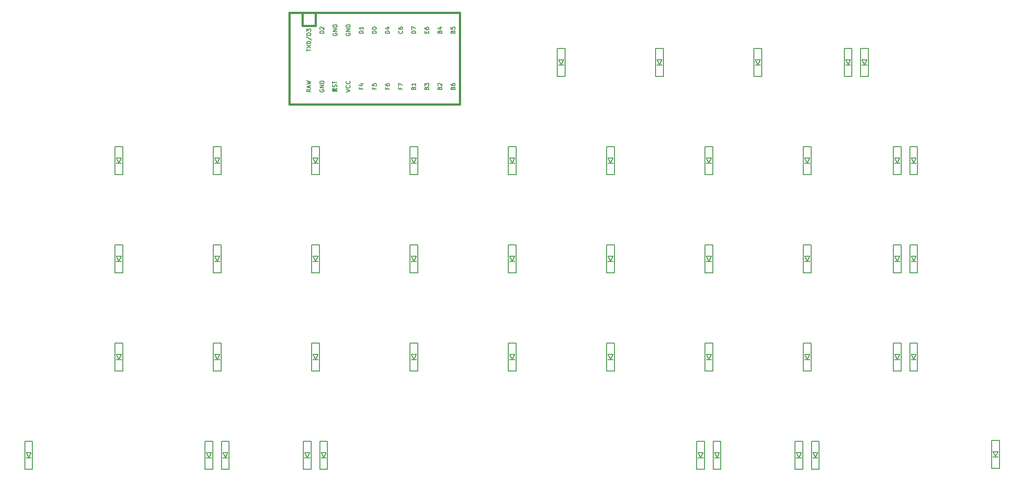
<source format=gto>
G04 #@! TF.GenerationSoftware,KiCad,Pcbnew,(5.1.4)-1*
G04 #@! TF.CreationDate,2021-09-03T03:45:49-10:00*
G04 #@! TF.ProjectId,oya45,6f796134-352e-46b6-9963-61645f706362,rev?*
G04 #@! TF.SameCoordinates,Original*
G04 #@! TF.FileFunction,Legend,Top*
G04 #@! TF.FilePolarity,Positive*
%FSLAX46Y46*%
G04 Gerber Fmt 4.6, Leading zero omitted, Abs format (unit mm)*
G04 Created by KiCad (PCBNEW (5.1.4)-1) date 2021-09-03 03:45:49*
%MOMM*%
%LPD*%
G04 APERTURE LIST*
%ADD10C,0.150000*%
%ADD11C,0.381000*%
%ADD12C,0.010000*%
%ADD13C,2.352000*%
%ADD14C,4.089800*%
%ADD15C,1.852000*%
%ADD16C,3.150000*%
%ADD17R,1.102000X1.502000*%
%ADD18R,1.854600X1.854600*%
%ADD19C,1.854600*%
G04 APERTURE END LIST*
D10*
X211887500Y-41593750D02*
X211887500Y-36193750D01*
X210387500Y-36193750D02*
X210387500Y-41593750D01*
X210387500Y-41593750D02*
X211887500Y-41593750D01*
X210387500Y-36193750D02*
X211887500Y-36193750D01*
X210637500Y-38393750D02*
X211637500Y-38393750D01*
X211637500Y-38393750D02*
X211137500Y-39293750D01*
X211137500Y-39293750D02*
X210637500Y-38393750D01*
X210637500Y-39393750D02*
X211637500Y-39393750D01*
X208712500Y-41593750D02*
X208712500Y-36193750D01*
X207212500Y-36193750D02*
X207212500Y-41593750D01*
X207212500Y-41593750D02*
X208712500Y-41593750D01*
X207212500Y-36193750D02*
X208712500Y-36193750D01*
X207462500Y-38393750D02*
X208462500Y-38393750D01*
X208462500Y-38393750D02*
X207962500Y-39293750D01*
X207962500Y-39293750D02*
X207462500Y-38393750D01*
X207462500Y-39393750D02*
X208462500Y-39393750D01*
X191250000Y-41593750D02*
X191250000Y-36193750D01*
X189750000Y-36193750D02*
X189750000Y-41593750D01*
X189750000Y-41593750D02*
X191250000Y-41593750D01*
X189750000Y-36193750D02*
X191250000Y-36193750D01*
X190000000Y-38393750D02*
X191000000Y-38393750D01*
X191000000Y-38393750D02*
X190500000Y-39293750D01*
X190500000Y-39293750D02*
X190000000Y-38393750D01*
X190000000Y-39393750D02*
X191000000Y-39393750D01*
X170950000Y-39393750D02*
X171950000Y-39393750D01*
X171450000Y-39293750D02*
X170950000Y-38393750D01*
X171950000Y-38393750D02*
X171450000Y-39293750D01*
X170950000Y-38393750D02*
X171950000Y-38393750D01*
X170700000Y-36193750D02*
X172200000Y-36193750D01*
X170700000Y-41593750D02*
X172200000Y-41593750D01*
X170700000Y-36193750D02*
X170700000Y-41593750D01*
X172200000Y-41593750D02*
X172200000Y-36193750D01*
X153150000Y-41593750D02*
X153150000Y-36193750D01*
X151650000Y-36193750D02*
X151650000Y-41593750D01*
X151650000Y-41593750D02*
X153150000Y-41593750D01*
X151650000Y-36193750D02*
X153150000Y-36193750D01*
X151900000Y-38393750D02*
X152900000Y-38393750D01*
X152900000Y-38393750D02*
X152400000Y-39293750D01*
X152400000Y-39293750D02*
X151900000Y-38393750D01*
X151900000Y-39393750D02*
X152900000Y-39393750D01*
X237287500Y-117606250D02*
X237287500Y-112206250D01*
X235787500Y-112206250D02*
X235787500Y-117606250D01*
X235787500Y-117606250D02*
X237287500Y-117606250D01*
X235787500Y-112206250D02*
X237287500Y-112206250D01*
X236037500Y-114406250D02*
X237037500Y-114406250D01*
X237037500Y-114406250D02*
X236537500Y-115306250D01*
X236537500Y-115306250D02*
X236037500Y-114406250D01*
X236037500Y-115406250D02*
X237037500Y-115406250D01*
X201112500Y-115593750D02*
X202112500Y-115593750D01*
X201612500Y-115493750D02*
X201112500Y-114593750D01*
X202112500Y-114593750D02*
X201612500Y-115493750D01*
X201112500Y-114593750D02*
X202112500Y-114593750D01*
X200862500Y-112393750D02*
X202362500Y-112393750D01*
X200862500Y-117793750D02*
X202362500Y-117793750D01*
X200862500Y-112393750D02*
X200862500Y-117793750D01*
X202362500Y-117793750D02*
X202362500Y-112393750D01*
X199187500Y-117793750D02*
X199187500Y-112393750D01*
X197687500Y-112393750D02*
X197687500Y-117793750D01*
X197687500Y-117793750D02*
X199187500Y-117793750D01*
X197687500Y-112393750D02*
X199187500Y-112393750D01*
X197937500Y-114593750D02*
X198937500Y-114593750D01*
X198937500Y-114593750D02*
X198437500Y-115493750D01*
X198437500Y-115493750D02*
X197937500Y-114593750D01*
X197937500Y-115593750D02*
X198937500Y-115593750D01*
X183312500Y-117793750D02*
X183312500Y-112393750D01*
X181812500Y-112393750D02*
X181812500Y-117793750D01*
X181812500Y-117793750D02*
X183312500Y-117793750D01*
X181812500Y-112393750D02*
X183312500Y-112393750D01*
X182062500Y-114593750D02*
X183062500Y-114593750D01*
X183062500Y-114593750D02*
X182562500Y-115493750D01*
X182562500Y-115493750D02*
X182062500Y-114593750D01*
X182062500Y-115593750D02*
X183062500Y-115593750D01*
X180137500Y-117793750D02*
X180137500Y-112393750D01*
X178637500Y-112393750D02*
X178637500Y-117793750D01*
X178637500Y-117793750D02*
X180137500Y-117793750D01*
X178637500Y-112393750D02*
X180137500Y-112393750D01*
X178887500Y-114593750D02*
X179887500Y-114593750D01*
X179887500Y-114593750D02*
X179387500Y-115493750D01*
X179387500Y-115493750D02*
X178887500Y-114593750D01*
X178887500Y-115593750D02*
X179887500Y-115593750D01*
X107112500Y-117793750D02*
X107112500Y-112393750D01*
X105612500Y-112393750D02*
X105612500Y-117793750D01*
X105612500Y-117793750D02*
X107112500Y-117793750D01*
X105612500Y-112393750D02*
X107112500Y-112393750D01*
X105862500Y-114593750D02*
X106862500Y-114593750D01*
X106862500Y-114593750D02*
X106362500Y-115493750D01*
X106362500Y-115493750D02*
X105862500Y-114593750D01*
X105862500Y-115593750D02*
X106862500Y-115593750D01*
X103937500Y-117793750D02*
X103937500Y-112393750D01*
X102437500Y-112393750D02*
X102437500Y-117793750D01*
X102437500Y-117793750D02*
X103937500Y-117793750D01*
X102437500Y-112393750D02*
X103937500Y-112393750D01*
X102687500Y-114593750D02*
X103687500Y-114593750D01*
X103687500Y-114593750D02*
X103187500Y-115493750D01*
X103187500Y-115493750D02*
X102687500Y-114593750D01*
X102687500Y-115593750D02*
X103687500Y-115593750D01*
X88062500Y-117793750D02*
X88062500Y-112393750D01*
X86562500Y-112393750D02*
X86562500Y-117793750D01*
X86562500Y-117793750D02*
X88062500Y-117793750D01*
X86562500Y-112393750D02*
X88062500Y-112393750D01*
X86812500Y-114593750D02*
X87812500Y-114593750D01*
X87812500Y-114593750D02*
X87312500Y-115493750D01*
X87312500Y-115493750D02*
X86812500Y-114593750D01*
X86812500Y-115593750D02*
X87812500Y-115593750D01*
X83637500Y-115593750D02*
X84637500Y-115593750D01*
X84137500Y-115493750D02*
X83637500Y-114593750D01*
X84637500Y-114593750D02*
X84137500Y-115493750D01*
X83637500Y-114593750D02*
X84637500Y-114593750D01*
X83387500Y-112393750D02*
X84887500Y-112393750D01*
X83387500Y-117793750D02*
X84887500Y-117793750D01*
X83387500Y-112393750D02*
X83387500Y-117793750D01*
X84887500Y-117793750D02*
X84887500Y-112393750D01*
X49962500Y-117793750D02*
X49962500Y-112393750D01*
X48462500Y-112393750D02*
X48462500Y-117793750D01*
X48462500Y-117793750D02*
X49962500Y-117793750D01*
X48462500Y-112393750D02*
X49962500Y-112393750D01*
X48712500Y-114593750D02*
X49712500Y-114593750D01*
X49712500Y-114593750D02*
X49212500Y-115493750D01*
X49212500Y-115493750D02*
X48712500Y-114593750D01*
X48712500Y-115593750D02*
X49712500Y-115593750D01*
X221412500Y-98743750D02*
X221412500Y-93343750D01*
X219912500Y-93343750D02*
X219912500Y-98743750D01*
X219912500Y-98743750D02*
X221412500Y-98743750D01*
X219912500Y-93343750D02*
X221412500Y-93343750D01*
X220162500Y-95543750D02*
X221162500Y-95543750D01*
X221162500Y-95543750D02*
X220662500Y-96443750D01*
X220662500Y-96443750D02*
X220162500Y-95543750D01*
X220162500Y-96543750D02*
X221162500Y-96543750D01*
X218237500Y-98743750D02*
X218237500Y-93343750D01*
X216737500Y-93343750D02*
X216737500Y-98743750D01*
X216737500Y-98743750D02*
X218237500Y-98743750D01*
X216737500Y-93343750D02*
X218237500Y-93343750D01*
X216987500Y-95543750D02*
X217987500Y-95543750D01*
X217987500Y-95543750D02*
X217487500Y-96443750D01*
X217487500Y-96443750D02*
X216987500Y-95543750D01*
X216987500Y-96543750D02*
X217987500Y-96543750D01*
X200775000Y-98743750D02*
X200775000Y-93343750D01*
X199275000Y-93343750D02*
X199275000Y-98743750D01*
X199275000Y-98743750D02*
X200775000Y-98743750D01*
X199275000Y-93343750D02*
X200775000Y-93343750D01*
X199525000Y-95543750D02*
X200525000Y-95543750D01*
X200525000Y-95543750D02*
X200025000Y-96443750D01*
X200025000Y-96443750D02*
X199525000Y-95543750D01*
X199525000Y-96543750D02*
X200525000Y-96543750D01*
X181725000Y-98743750D02*
X181725000Y-93343750D01*
X180225000Y-93343750D02*
X180225000Y-98743750D01*
X180225000Y-98743750D02*
X181725000Y-98743750D01*
X180225000Y-93343750D02*
X181725000Y-93343750D01*
X180475000Y-95543750D02*
X181475000Y-95543750D01*
X181475000Y-95543750D02*
X180975000Y-96443750D01*
X180975000Y-96443750D02*
X180475000Y-95543750D01*
X180475000Y-96543750D02*
X181475000Y-96543750D01*
X162675000Y-98743750D02*
X162675000Y-93343750D01*
X161175000Y-93343750D02*
X161175000Y-98743750D01*
X161175000Y-98743750D02*
X162675000Y-98743750D01*
X161175000Y-93343750D02*
X162675000Y-93343750D01*
X161425000Y-95543750D02*
X162425000Y-95543750D01*
X162425000Y-95543750D02*
X161925000Y-96443750D01*
X161925000Y-96443750D02*
X161425000Y-95543750D01*
X161425000Y-96543750D02*
X162425000Y-96543750D01*
X143625000Y-98743750D02*
X143625000Y-93343750D01*
X142125000Y-93343750D02*
X142125000Y-98743750D01*
X142125000Y-98743750D02*
X143625000Y-98743750D01*
X142125000Y-93343750D02*
X143625000Y-93343750D01*
X142375000Y-95543750D02*
X143375000Y-95543750D01*
X143375000Y-95543750D02*
X142875000Y-96443750D01*
X142875000Y-96443750D02*
X142375000Y-95543750D01*
X142375000Y-96543750D02*
X143375000Y-96543750D01*
X124575000Y-98743750D02*
X124575000Y-93343750D01*
X123075000Y-93343750D02*
X123075000Y-98743750D01*
X123075000Y-98743750D02*
X124575000Y-98743750D01*
X123075000Y-93343750D02*
X124575000Y-93343750D01*
X123325000Y-95543750D02*
X124325000Y-95543750D01*
X124325000Y-95543750D02*
X123825000Y-96443750D01*
X123825000Y-96443750D02*
X123325000Y-95543750D01*
X123325000Y-96543750D02*
X124325000Y-96543750D01*
X105525000Y-98743750D02*
X105525000Y-93343750D01*
X104025000Y-93343750D02*
X104025000Y-98743750D01*
X104025000Y-98743750D02*
X105525000Y-98743750D01*
X104025000Y-93343750D02*
X105525000Y-93343750D01*
X104275000Y-95543750D02*
X105275000Y-95543750D01*
X105275000Y-95543750D02*
X104775000Y-96443750D01*
X104775000Y-96443750D02*
X104275000Y-95543750D01*
X104275000Y-96543750D02*
X105275000Y-96543750D01*
X86475000Y-98743750D02*
X86475000Y-93343750D01*
X84975000Y-93343750D02*
X84975000Y-98743750D01*
X84975000Y-98743750D02*
X86475000Y-98743750D01*
X84975000Y-93343750D02*
X86475000Y-93343750D01*
X85225000Y-95543750D02*
X86225000Y-95543750D01*
X86225000Y-95543750D02*
X85725000Y-96443750D01*
X85725000Y-96443750D02*
X85225000Y-95543750D01*
X85225000Y-96543750D02*
X86225000Y-96543750D01*
X67425000Y-98743750D02*
X67425000Y-93343750D01*
X65925000Y-93343750D02*
X65925000Y-98743750D01*
X65925000Y-98743750D02*
X67425000Y-98743750D01*
X65925000Y-93343750D02*
X67425000Y-93343750D01*
X66175000Y-95543750D02*
X67175000Y-95543750D01*
X67175000Y-95543750D02*
X66675000Y-96443750D01*
X66675000Y-96443750D02*
X66175000Y-95543750D01*
X66175000Y-96543750D02*
X67175000Y-96543750D01*
X221412500Y-79693750D02*
X221412500Y-74293750D01*
X219912500Y-74293750D02*
X219912500Y-79693750D01*
X219912500Y-79693750D02*
X221412500Y-79693750D01*
X219912500Y-74293750D02*
X221412500Y-74293750D01*
X220162500Y-76493750D02*
X221162500Y-76493750D01*
X221162500Y-76493750D02*
X220662500Y-77393750D01*
X220662500Y-77393750D02*
X220162500Y-76493750D01*
X220162500Y-77493750D02*
X221162500Y-77493750D01*
X218237500Y-79693750D02*
X218237500Y-74293750D01*
X216737500Y-74293750D02*
X216737500Y-79693750D01*
X216737500Y-79693750D02*
X218237500Y-79693750D01*
X216737500Y-74293750D02*
X218237500Y-74293750D01*
X216987500Y-76493750D02*
X217987500Y-76493750D01*
X217987500Y-76493750D02*
X217487500Y-77393750D01*
X217487500Y-77393750D02*
X216987500Y-76493750D01*
X216987500Y-77493750D02*
X217987500Y-77493750D01*
X200775000Y-79693750D02*
X200775000Y-74293750D01*
X199275000Y-74293750D02*
X199275000Y-79693750D01*
X199275000Y-79693750D02*
X200775000Y-79693750D01*
X199275000Y-74293750D02*
X200775000Y-74293750D01*
X199525000Y-76493750D02*
X200525000Y-76493750D01*
X200525000Y-76493750D02*
X200025000Y-77393750D01*
X200025000Y-77393750D02*
X199525000Y-76493750D01*
X199525000Y-77493750D02*
X200525000Y-77493750D01*
X181725000Y-79693750D02*
X181725000Y-74293750D01*
X180225000Y-74293750D02*
X180225000Y-79693750D01*
X180225000Y-79693750D02*
X181725000Y-79693750D01*
X180225000Y-74293750D02*
X181725000Y-74293750D01*
X180475000Y-76493750D02*
X181475000Y-76493750D01*
X181475000Y-76493750D02*
X180975000Y-77393750D01*
X180975000Y-77393750D02*
X180475000Y-76493750D01*
X180475000Y-77493750D02*
X181475000Y-77493750D01*
X162675000Y-79693750D02*
X162675000Y-74293750D01*
X161175000Y-74293750D02*
X161175000Y-79693750D01*
X161175000Y-79693750D02*
X162675000Y-79693750D01*
X161175000Y-74293750D02*
X162675000Y-74293750D01*
X161425000Y-76493750D02*
X162425000Y-76493750D01*
X162425000Y-76493750D02*
X161925000Y-77393750D01*
X161925000Y-77393750D02*
X161425000Y-76493750D01*
X161425000Y-77493750D02*
X162425000Y-77493750D01*
X143625000Y-79693750D02*
X143625000Y-74293750D01*
X142125000Y-74293750D02*
X142125000Y-79693750D01*
X142125000Y-79693750D02*
X143625000Y-79693750D01*
X142125000Y-74293750D02*
X143625000Y-74293750D01*
X142375000Y-76493750D02*
X143375000Y-76493750D01*
X143375000Y-76493750D02*
X142875000Y-77393750D01*
X142875000Y-77393750D02*
X142375000Y-76493750D01*
X142375000Y-77493750D02*
X143375000Y-77493750D01*
X124575000Y-79693750D02*
X124575000Y-74293750D01*
X123075000Y-74293750D02*
X123075000Y-79693750D01*
X123075000Y-79693750D02*
X124575000Y-79693750D01*
X123075000Y-74293750D02*
X124575000Y-74293750D01*
X123325000Y-76493750D02*
X124325000Y-76493750D01*
X124325000Y-76493750D02*
X123825000Y-77393750D01*
X123825000Y-77393750D02*
X123325000Y-76493750D01*
X123325000Y-77493750D02*
X124325000Y-77493750D01*
X105525000Y-79693750D02*
X105525000Y-74293750D01*
X104025000Y-74293750D02*
X104025000Y-79693750D01*
X104025000Y-79693750D02*
X105525000Y-79693750D01*
X104025000Y-74293750D02*
X105525000Y-74293750D01*
X104275000Y-76493750D02*
X105275000Y-76493750D01*
X105275000Y-76493750D02*
X104775000Y-77393750D01*
X104775000Y-77393750D02*
X104275000Y-76493750D01*
X104275000Y-77493750D02*
X105275000Y-77493750D01*
X86475000Y-79693750D02*
X86475000Y-74293750D01*
X84975000Y-74293750D02*
X84975000Y-79693750D01*
X84975000Y-79693750D02*
X86475000Y-79693750D01*
X84975000Y-74293750D02*
X86475000Y-74293750D01*
X85225000Y-76493750D02*
X86225000Y-76493750D01*
X86225000Y-76493750D02*
X85725000Y-77393750D01*
X85725000Y-77393750D02*
X85225000Y-76493750D01*
X85225000Y-77493750D02*
X86225000Y-77493750D01*
X67425000Y-79693750D02*
X67425000Y-74293750D01*
X65925000Y-74293750D02*
X65925000Y-79693750D01*
X65925000Y-79693750D02*
X67425000Y-79693750D01*
X65925000Y-74293750D02*
X67425000Y-74293750D01*
X66175000Y-76493750D02*
X67175000Y-76493750D01*
X67175000Y-76493750D02*
X66675000Y-77393750D01*
X66675000Y-77393750D02*
X66175000Y-76493750D01*
X66175000Y-77493750D02*
X67175000Y-77493750D01*
X221412500Y-60643750D02*
X221412500Y-55243750D01*
X219912500Y-55243750D02*
X219912500Y-60643750D01*
X219912500Y-60643750D02*
X221412500Y-60643750D01*
X219912500Y-55243750D02*
X221412500Y-55243750D01*
X220162500Y-57443750D02*
X221162500Y-57443750D01*
X221162500Y-57443750D02*
X220662500Y-58343750D01*
X220662500Y-58343750D02*
X220162500Y-57443750D01*
X220162500Y-58443750D02*
X221162500Y-58443750D01*
X218237500Y-60643750D02*
X218237500Y-55243750D01*
X216737500Y-55243750D02*
X216737500Y-60643750D01*
X216737500Y-60643750D02*
X218237500Y-60643750D01*
X216737500Y-55243750D02*
X218237500Y-55243750D01*
X216987500Y-57443750D02*
X217987500Y-57443750D01*
X217987500Y-57443750D02*
X217487500Y-58343750D01*
X217487500Y-58343750D02*
X216987500Y-57443750D01*
X216987500Y-58443750D02*
X217987500Y-58443750D01*
X200775000Y-60643750D02*
X200775000Y-55243750D01*
X199275000Y-55243750D02*
X199275000Y-60643750D01*
X199275000Y-60643750D02*
X200775000Y-60643750D01*
X199275000Y-55243750D02*
X200775000Y-55243750D01*
X199525000Y-57443750D02*
X200525000Y-57443750D01*
X200525000Y-57443750D02*
X200025000Y-58343750D01*
X200025000Y-58343750D02*
X199525000Y-57443750D01*
X199525000Y-58443750D02*
X200525000Y-58443750D01*
X181725000Y-60643750D02*
X181725000Y-55243750D01*
X180225000Y-55243750D02*
X180225000Y-60643750D01*
X180225000Y-60643750D02*
X181725000Y-60643750D01*
X180225000Y-55243750D02*
X181725000Y-55243750D01*
X180475000Y-57443750D02*
X181475000Y-57443750D01*
X181475000Y-57443750D02*
X180975000Y-58343750D01*
X180975000Y-58343750D02*
X180475000Y-57443750D01*
X180475000Y-58443750D02*
X181475000Y-58443750D01*
X162675000Y-60643750D02*
X162675000Y-55243750D01*
X161175000Y-55243750D02*
X161175000Y-60643750D01*
X161175000Y-60643750D02*
X162675000Y-60643750D01*
X161175000Y-55243750D02*
X162675000Y-55243750D01*
X161425000Y-57443750D02*
X162425000Y-57443750D01*
X162425000Y-57443750D02*
X161925000Y-58343750D01*
X161925000Y-58343750D02*
X161425000Y-57443750D01*
X161425000Y-58443750D02*
X162425000Y-58443750D01*
X143625000Y-60643750D02*
X143625000Y-55243750D01*
X142125000Y-55243750D02*
X142125000Y-60643750D01*
X142125000Y-60643750D02*
X143625000Y-60643750D01*
X142125000Y-55243750D02*
X143625000Y-55243750D01*
X142375000Y-57443750D02*
X143375000Y-57443750D01*
X143375000Y-57443750D02*
X142875000Y-58343750D01*
X142875000Y-58343750D02*
X142375000Y-57443750D01*
X142375000Y-58443750D02*
X143375000Y-58443750D01*
X123325000Y-58443750D02*
X124325000Y-58443750D01*
X123825000Y-58343750D02*
X123325000Y-57443750D01*
X124325000Y-57443750D02*
X123825000Y-58343750D01*
X123325000Y-57443750D02*
X124325000Y-57443750D01*
X123075000Y-55243750D02*
X124575000Y-55243750D01*
X123075000Y-60643750D02*
X124575000Y-60643750D01*
X123075000Y-55243750D02*
X123075000Y-60643750D01*
X124575000Y-60643750D02*
X124575000Y-55243750D01*
X105525000Y-60643750D02*
X105525000Y-55243750D01*
X104025000Y-55243750D02*
X104025000Y-60643750D01*
X104025000Y-60643750D02*
X105525000Y-60643750D01*
X104025000Y-55243750D02*
X105525000Y-55243750D01*
X104275000Y-57443750D02*
X105275000Y-57443750D01*
X105275000Y-57443750D02*
X104775000Y-58343750D01*
X104775000Y-58343750D02*
X104275000Y-57443750D01*
X104275000Y-58443750D02*
X105275000Y-58443750D01*
X86475000Y-60643750D02*
X86475000Y-55243750D01*
X84975000Y-55243750D02*
X84975000Y-60643750D01*
X84975000Y-60643750D02*
X86475000Y-60643750D01*
X84975000Y-55243750D02*
X86475000Y-55243750D01*
X85225000Y-57443750D02*
X86225000Y-57443750D01*
X86225000Y-57443750D02*
X85725000Y-58343750D01*
X85725000Y-58343750D02*
X85225000Y-57443750D01*
X85225000Y-58443750D02*
X86225000Y-58443750D01*
X66175000Y-58443750D02*
X67175000Y-58443750D01*
X66675000Y-58343750D02*
X66175000Y-57443750D01*
X67175000Y-57443750D02*
X66675000Y-58343750D01*
X66175000Y-57443750D02*
X67175000Y-57443750D01*
X65925000Y-55243750D02*
X67425000Y-55243750D01*
X65925000Y-60643750D02*
X67425000Y-60643750D01*
X65925000Y-55243750D02*
X65925000Y-60643750D01*
X67425000Y-60643750D02*
X67425000Y-55243750D01*
D11*
X104775000Y-31750000D02*
X104775000Y-29210000D01*
X102235000Y-31750000D02*
X104775000Y-31750000D01*
D10*
G36*
X108524030Y-44144635D02*
G01*
X108624030Y-44144635D01*
X108624030Y-44244635D01*
X108524030Y-44244635D01*
X108524030Y-44144635D01*
G37*
X108524030Y-44144635D02*
X108624030Y-44144635D01*
X108624030Y-44244635D01*
X108524030Y-44244635D01*
X108524030Y-44144635D01*
G36*
X108124030Y-44344635D02*
G01*
X108924030Y-44344635D01*
X108924030Y-44444635D01*
X108124030Y-44444635D01*
X108124030Y-44344635D01*
G37*
X108124030Y-44344635D02*
X108924030Y-44344635D01*
X108924030Y-44444635D01*
X108124030Y-44444635D01*
X108124030Y-44344635D01*
G36*
X108724030Y-43944635D02*
G01*
X108924030Y-43944635D01*
X108924030Y-44044635D01*
X108724030Y-44044635D01*
X108724030Y-43944635D01*
G37*
X108724030Y-43944635D02*
X108924030Y-43944635D01*
X108924030Y-44044635D01*
X108724030Y-44044635D01*
X108724030Y-43944635D01*
G36*
X108124030Y-43944635D02*
G01*
X108424030Y-43944635D01*
X108424030Y-44044635D01*
X108124030Y-44044635D01*
X108124030Y-43944635D01*
G37*
X108124030Y-43944635D02*
X108424030Y-43944635D01*
X108424030Y-44044635D01*
X108124030Y-44044635D01*
X108124030Y-43944635D01*
G36*
X108124030Y-43944635D02*
G01*
X108224030Y-43944635D01*
X108224030Y-44444635D01*
X108124030Y-44444635D01*
X108124030Y-43944635D01*
G37*
X108124030Y-43944635D02*
X108224030Y-43944635D01*
X108224030Y-44444635D01*
X108124030Y-44444635D01*
X108124030Y-43944635D01*
D11*
X132715000Y-46990000D02*
X99695000Y-46990000D01*
X132715000Y-29210000D02*
X132715000Y-46990000D01*
X99695000Y-29210000D02*
X132715000Y-29210000D01*
X99695000Y-46990000D02*
X99695000Y-29210000D01*
X102235000Y-31750000D02*
X102235000Y-29210000D01*
D10*
X106406904Y-33229476D02*
X105606904Y-33229476D01*
X105606904Y-33039000D01*
X105645000Y-32924714D01*
X105721190Y-32848523D01*
X105797380Y-32810428D01*
X105949761Y-32772333D01*
X106064047Y-32772333D01*
X106216428Y-32810428D01*
X106292619Y-32848523D01*
X106368809Y-32924714D01*
X106406904Y-33039000D01*
X106406904Y-33229476D01*
X105683095Y-32467571D02*
X105645000Y-32429476D01*
X105606904Y-32353285D01*
X105606904Y-32162809D01*
X105645000Y-32086619D01*
X105683095Y-32048523D01*
X105759285Y-32010428D01*
X105835476Y-32010428D01*
X105949761Y-32048523D01*
X106406904Y-32505666D01*
X106406904Y-32010428D01*
X116566904Y-33229476D02*
X115766904Y-33229476D01*
X115766904Y-33039000D01*
X115805000Y-32924714D01*
X115881190Y-32848523D01*
X115957380Y-32810428D01*
X116109761Y-32772333D01*
X116224047Y-32772333D01*
X116376428Y-32810428D01*
X116452619Y-32848523D01*
X116528809Y-32924714D01*
X116566904Y-33039000D01*
X116566904Y-33229476D01*
X115766904Y-32277095D02*
X115766904Y-32200904D01*
X115805000Y-32124714D01*
X115843095Y-32086619D01*
X115919285Y-32048523D01*
X116071666Y-32010428D01*
X116262142Y-32010428D01*
X116414523Y-32048523D01*
X116490714Y-32086619D01*
X116528809Y-32124714D01*
X116566904Y-32200904D01*
X116566904Y-32277095D01*
X116528809Y-32353285D01*
X116490714Y-32391380D01*
X116414523Y-32429476D01*
X116262142Y-32467571D01*
X116071666Y-32467571D01*
X115919285Y-32429476D01*
X115843095Y-32391380D01*
X115805000Y-32353285D01*
X115766904Y-32277095D01*
X114026904Y-33229476D02*
X113226904Y-33229476D01*
X113226904Y-33039000D01*
X113265000Y-32924714D01*
X113341190Y-32848523D01*
X113417380Y-32810428D01*
X113569761Y-32772333D01*
X113684047Y-32772333D01*
X113836428Y-32810428D01*
X113912619Y-32848523D01*
X113988809Y-32924714D01*
X114026904Y-33039000D01*
X114026904Y-33229476D01*
X114026904Y-32010428D02*
X114026904Y-32467571D01*
X114026904Y-32239000D02*
X113226904Y-32239000D01*
X113341190Y-32315190D01*
X113417380Y-32391380D01*
X113455476Y-32467571D01*
X110725000Y-33248523D02*
X110686904Y-33324714D01*
X110686904Y-33439000D01*
X110725000Y-33553285D01*
X110801190Y-33629476D01*
X110877380Y-33667571D01*
X111029761Y-33705666D01*
X111144047Y-33705666D01*
X111296428Y-33667571D01*
X111372619Y-33629476D01*
X111448809Y-33553285D01*
X111486904Y-33439000D01*
X111486904Y-33362809D01*
X111448809Y-33248523D01*
X111410714Y-33210428D01*
X111144047Y-33210428D01*
X111144047Y-33362809D01*
X111486904Y-32867571D02*
X110686904Y-32867571D01*
X111486904Y-32410428D01*
X110686904Y-32410428D01*
X111486904Y-32029476D02*
X110686904Y-32029476D01*
X110686904Y-31839000D01*
X110725000Y-31724714D01*
X110801190Y-31648523D01*
X110877380Y-31610428D01*
X111029761Y-31572333D01*
X111144047Y-31572333D01*
X111296428Y-31610428D01*
X111372619Y-31648523D01*
X111448809Y-31724714D01*
X111486904Y-31839000D01*
X111486904Y-32029476D01*
X108185000Y-33248523D02*
X108146904Y-33324714D01*
X108146904Y-33439000D01*
X108185000Y-33553285D01*
X108261190Y-33629476D01*
X108337380Y-33667571D01*
X108489761Y-33705666D01*
X108604047Y-33705666D01*
X108756428Y-33667571D01*
X108832619Y-33629476D01*
X108908809Y-33553285D01*
X108946904Y-33439000D01*
X108946904Y-33362809D01*
X108908809Y-33248523D01*
X108870714Y-33210428D01*
X108604047Y-33210428D01*
X108604047Y-33362809D01*
X108946904Y-32867571D02*
X108146904Y-32867571D01*
X108946904Y-32410428D01*
X108146904Y-32410428D01*
X108946904Y-32029476D02*
X108146904Y-32029476D01*
X108146904Y-31839000D01*
X108185000Y-31724714D01*
X108261190Y-31648523D01*
X108337380Y-31610428D01*
X108489761Y-31572333D01*
X108604047Y-31572333D01*
X108756428Y-31610428D01*
X108832619Y-31648523D01*
X108908809Y-31724714D01*
X108946904Y-31839000D01*
X108946904Y-32029476D01*
X119106904Y-33229476D02*
X118306904Y-33229476D01*
X118306904Y-33039000D01*
X118345000Y-32924714D01*
X118421190Y-32848523D01*
X118497380Y-32810428D01*
X118649761Y-32772333D01*
X118764047Y-32772333D01*
X118916428Y-32810428D01*
X118992619Y-32848523D01*
X119068809Y-32924714D01*
X119106904Y-33039000D01*
X119106904Y-33229476D01*
X118573571Y-32086619D02*
X119106904Y-32086619D01*
X118268809Y-32277095D02*
X118840238Y-32467571D01*
X118840238Y-31972333D01*
X121570714Y-32772333D02*
X121608809Y-32810428D01*
X121646904Y-32924714D01*
X121646904Y-33000904D01*
X121608809Y-33115190D01*
X121532619Y-33191380D01*
X121456428Y-33229476D01*
X121304047Y-33267571D01*
X121189761Y-33267571D01*
X121037380Y-33229476D01*
X120961190Y-33191380D01*
X120885000Y-33115190D01*
X120846904Y-33000904D01*
X120846904Y-32924714D01*
X120885000Y-32810428D01*
X120923095Y-32772333D01*
X120846904Y-32086619D02*
X120846904Y-32239000D01*
X120885000Y-32315190D01*
X120923095Y-32353285D01*
X121037380Y-32429476D01*
X121189761Y-32467571D01*
X121494523Y-32467571D01*
X121570714Y-32429476D01*
X121608809Y-32391380D01*
X121646904Y-32315190D01*
X121646904Y-32162809D01*
X121608809Y-32086619D01*
X121570714Y-32048523D01*
X121494523Y-32010428D01*
X121304047Y-32010428D01*
X121227857Y-32048523D01*
X121189761Y-32086619D01*
X121151666Y-32162809D01*
X121151666Y-32315190D01*
X121189761Y-32391380D01*
X121227857Y-32429476D01*
X121304047Y-32467571D01*
X124186904Y-33229476D02*
X123386904Y-33229476D01*
X123386904Y-33039000D01*
X123425000Y-32924714D01*
X123501190Y-32848523D01*
X123577380Y-32810428D01*
X123729761Y-32772333D01*
X123844047Y-32772333D01*
X123996428Y-32810428D01*
X124072619Y-32848523D01*
X124148809Y-32924714D01*
X124186904Y-33039000D01*
X124186904Y-33229476D01*
X123386904Y-32505666D02*
X123386904Y-31972333D01*
X124186904Y-32315190D01*
X126307857Y-33191380D02*
X126307857Y-32924714D01*
X126726904Y-32810428D02*
X126726904Y-33191380D01*
X125926904Y-33191380D01*
X125926904Y-32810428D01*
X125926904Y-32124714D02*
X125926904Y-32277095D01*
X125965000Y-32353285D01*
X126003095Y-32391380D01*
X126117380Y-32467571D01*
X126269761Y-32505666D01*
X126574523Y-32505666D01*
X126650714Y-32467571D01*
X126688809Y-32429476D01*
X126726904Y-32353285D01*
X126726904Y-32200904D01*
X126688809Y-32124714D01*
X126650714Y-32086619D01*
X126574523Y-32048523D01*
X126384047Y-32048523D01*
X126307857Y-32086619D01*
X126269761Y-32124714D01*
X126231666Y-32200904D01*
X126231666Y-32353285D01*
X126269761Y-32429476D01*
X126307857Y-32467571D01*
X126384047Y-32505666D01*
X128847857Y-32962809D02*
X128885952Y-32848523D01*
X128924047Y-32810428D01*
X129000238Y-32772333D01*
X129114523Y-32772333D01*
X129190714Y-32810428D01*
X129228809Y-32848523D01*
X129266904Y-32924714D01*
X129266904Y-33229476D01*
X128466904Y-33229476D01*
X128466904Y-32962809D01*
X128505000Y-32886619D01*
X128543095Y-32848523D01*
X128619285Y-32810428D01*
X128695476Y-32810428D01*
X128771666Y-32848523D01*
X128809761Y-32886619D01*
X128847857Y-32962809D01*
X128847857Y-33229476D01*
X128733571Y-32086619D02*
X129266904Y-32086619D01*
X128428809Y-32277095D02*
X129000238Y-32467571D01*
X129000238Y-31972333D01*
X131387857Y-32962809D02*
X131425952Y-32848523D01*
X131464047Y-32810428D01*
X131540238Y-32772333D01*
X131654523Y-32772333D01*
X131730714Y-32810428D01*
X131768809Y-32848523D01*
X131806904Y-32924714D01*
X131806904Y-33229476D01*
X131006904Y-33229476D01*
X131006904Y-32962809D01*
X131045000Y-32886619D01*
X131083095Y-32848523D01*
X131159285Y-32810428D01*
X131235476Y-32810428D01*
X131311666Y-32848523D01*
X131349761Y-32886619D01*
X131387857Y-32962809D01*
X131387857Y-33229476D01*
X131006904Y-32048523D02*
X131006904Y-32429476D01*
X131387857Y-32467571D01*
X131349761Y-32429476D01*
X131311666Y-32353285D01*
X131311666Y-32162809D01*
X131349761Y-32086619D01*
X131387857Y-32048523D01*
X131464047Y-32010428D01*
X131654523Y-32010428D01*
X131730714Y-32048523D01*
X131768809Y-32086619D01*
X131806904Y-32162809D01*
X131806904Y-32353285D01*
X131768809Y-32429476D01*
X131730714Y-32467571D01*
X131387857Y-43884809D02*
X131425952Y-43770523D01*
X131464047Y-43732428D01*
X131540238Y-43694333D01*
X131654523Y-43694333D01*
X131730714Y-43732428D01*
X131768809Y-43770523D01*
X131806904Y-43846714D01*
X131806904Y-44151476D01*
X131006904Y-44151476D01*
X131006904Y-43884809D01*
X131045000Y-43808619D01*
X131083095Y-43770523D01*
X131159285Y-43732428D01*
X131235476Y-43732428D01*
X131311666Y-43770523D01*
X131349761Y-43808619D01*
X131387857Y-43884809D01*
X131387857Y-44151476D01*
X131006904Y-43008619D02*
X131006904Y-43161000D01*
X131045000Y-43237190D01*
X131083095Y-43275285D01*
X131197380Y-43351476D01*
X131349761Y-43389571D01*
X131654523Y-43389571D01*
X131730714Y-43351476D01*
X131768809Y-43313380D01*
X131806904Y-43237190D01*
X131806904Y-43084809D01*
X131768809Y-43008619D01*
X131730714Y-42970523D01*
X131654523Y-42932428D01*
X131464047Y-42932428D01*
X131387857Y-42970523D01*
X131349761Y-43008619D01*
X131311666Y-43084809D01*
X131311666Y-43237190D01*
X131349761Y-43313380D01*
X131387857Y-43351476D01*
X131464047Y-43389571D01*
X126307857Y-43884809D02*
X126345952Y-43770523D01*
X126384047Y-43732428D01*
X126460238Y-43694333D01*
X126574523Y-43694333D01*
X126650714Y-43732428D01*
X126688809Y-43770523D01*
X126726904Y-43846714D01*
X126726904Y-44151476D01*
X125926904Y-44151476D01*
X125926904Y-43884809D01*
X125965000Y-43808619D01*
X126003095Y-43770523D01*
X126079285Y-43732428D01*
X126155476Y-43732428D01*
X126231666Y-43770523D01*
X126269761Y-43808619D01*
X126307857Y-43884809D01*
X126307857Y-44151476D01*
X125926904Y-43427666D02*
X125926904Y-42932428D01*
X126231666Y-43199095D01*
X126231666Y-43084809D01*
X126269761Y-43008619D01*
X126307857Y-42970523D01*
X126384047Y-42932428D01*
X126574523Y-42932428D01*
X126650714Y-42970523D01*
X126688809Y-43008619D01*
X126726904Y-43084809D01*
X126726904Y-43313380D01*
X126688809Y-43389571D01*
X126650714Y-43427666D01*
X123767857Y-43884809D02*
X123805952Y-43770523D01*
X123844047Y-43732428D01*
X123920238Y-43694333D01*
X124034523Y-43694333D01*
X124110714Y-43732428D01*
X124148809Y-43770523D01*
X124186904Y-43846714D01*
X124186904Y-44151476D01*
X123386904Y-44151476D01*
X123386904Y-43884809D01*
X123425000Y-43808619D01*
X123463095Y-43770523D01*
X123539285Y-43732428D01*
X123615476Y-43732428D01*
X123691666Y-43770523D01*
X123729761Y-43808619D01*
X123767857Y-43884809D01*
X123767857Y-44151476D01*
X124186904Y-42932428D02*
X124186904Y-43389571D01*
X124186904Y-43161000D02*
X123386904Y-43161000D01*
X123501190Y-43237190D01*
X123577380Y-43313380D01*
X123615476Y-43389571D01*
X113607857Y-43827666D02*
X113607857Y-44094333D01*
X114026904Y-44094333D02*
X113226904Y-44094333D01*
X113226904Y-43713380D01*
X113493571Y-43065761D02*
X114026904Y-43065761D01*
X113188809Y-43256238D02*
X113760238Y-43446714D01*
X113760238Y-42951476D01*
X110686904Y-44627666D02*
X111486904Y-44361000D01*
X110686904Y-44094333D01*
X111410714Y-43370523D02*
X111448809Y-43408619D01*
X111486904Y-43522904D01*
X111486904Y-43599095D01*
X111448809Y-43713380D01*
X111372619Y-43789571D01*
X111296428Y-43827666D01*
X111144047Y-43865761D01*
X111029761Y-43865761D01*
X110877380Y-43827666D01*
X110801190Y-43789571D01*
X110725000Y-43713380D01*
X110686904Y-43599095D01*
X110686904Y-43522904D01*
X110725000Y-43408619D01*
X110763095Y-43370523D01*
X111410714Y-42570523D02*
X111448809Y-42608619D01*
X111486904Y-42722904D01*
X111486904Y-42799095D01*
X111448809Y-42913380D01*
X111372619Y-42989571D01*
X111296428Y-43027666D01*
X111144047Y-43065761D01*
X111029761Y-43065761D01*
X110877380Y-43027666D01*
X110801190Y-42989571D01*
X110725000Y-42913380D01*
X110686904Y-42799095D01*
X110686904Y-42722904D01*
X110725000Y-42608619D01*
X110763095Y-42570523D01*
X105645000Y-44170523D02*
X105606904Y-44246714D01*
X105606904Y-44361000D01*
X105645000Y-44475285D01*
X105721190Y-44551476D01*
X105797380Y-44589571D01*
X105949761Y-44627666D01*
X106064047Y-44627666D01*
X106216428Y-44589571D01*
X106292619Y-44551476D01*
X106368809Y-44475285D01*
X106406904Y-44361000D01*
X106406904Y-44284809D01*
X106368809Y-44170523D01*
X106330714Y-44132428D01*
X106064047Y-44132428D01*
X106064047Y-44284809D01*
X106406904Y-43789571D02*
X105606904Y-43789571D01*
X106406904Y-43332428D01*
X105606904Y-43332428D01*
X106406904Y-42951476D02*
X105606904Y-42951476D01*
X105606904Y-42761000D01*
X105645000Y-42646714D01*
X105721190Y-42570523D01*
X105797380Y-42532428D01*
X105949761Y-42494333D01*
X106064047Y-42494333D01*
X106216428Y-42532428D01*
X106292619Y-42570523D01*
X106368809Y-42646714D01*
X106406904Y-42761000D01*
X106406904Y-42951476D01*
X103866904Y-44113380D02*
X103485952Y-44380047D01*
X103866904Y-44570523D02*
X103066904Y-44570523D01*
X103066904Y-44265761D01*
X103105000Y-44189571D01*
X103143095Y-44151476D01*
X103219285Y-44113380D01*
X103333571Y-44113380D01*
X103409761Y-44151476D01*
X103447857Y-44189571D01*
X103485952Y-44265761D01*
X103485952Y-44570523D01*
X103638333Y-43808619D02*
X103638333Y-43427666D01*
X103866904Y-43884809D02*
X103066904Y-43618142D01*
X103866904Y-43351476D01*
X103066904Y-43161000D02*
X103866904Y-42970523D01*
X103295476Y-42818142D01*
X103866904Y-42665761D01*
X103066904Y-42475285D01*
X116147857Y-43827666D02*
X116147857Y-44094333D01*
X116566904Y-44094333D02*
X115766904Y-44094333D01*
X115766904Y-43713380D01*
X115766904Y-43027666D02*
X115766904Y-43408619D01*
X116147857Y-43446714D01*
X116109761Y-43408619D01*
X116071666Y-43332428D01*
X116071666Y-43141952D01*
X116109761Y-43065761D01*
X116147857Y-43027666D01*
X116224047Y-42989571D01*
X116414523Y-42989571D01*
X116490714Y-43027666D01*
X116528809Y-43065761D01*
X116566904Y-43141952D01*
X116566904Y-43332428D01*
X116528809Y-43408619D01*
X116490714Y-43446714D01*
X118687857Y-43827666D02*
X118687857Y-44094333D01*
X119106904Y-44094333D02*
X118306904Y-44094333D01*
X118306904Y-43713380D01*
X118306904Y-43065761D02*
X118306904Y-43218142D01*
X118345000Y-43294333D01*
X118383095Y-43332428D01*
X118497380Y-43408619D01*
X118649761Y-43446714D01*
X118954523Y-43446714D01*
X119030714Y-43408619D01*
X119068809Y-43370523D01*
X119106904Y-43294333D01*
X119106904Y-43141952D01*
X119068809Y-43065761D01*
X119030714Y-43027666D01*
X118954523Y-42989571D01*
X118764047Y-42989571D01*
X118687857Y-43027666D01*
X118649761Y-43065761D01*
X118611666Y-43141952D01*
X118611666Y-43294333D01*
X118649761Y-43370523D01*
X118687857Y-43408619D01*
X118764047Y-43446714D01*
X121227857Y-43827666D02*
X121227857Y-44094333D01*
X121646904Y-44094333D02*
X120846904Y-44094333D01*
X120846904Y-43713380D01*
X120846904Y-43484809D02*
X120846904Y-42951476D01*
X121646904Y-43294333D01*
X128847857Y-43884809D02*
X128885952Y-43770523D01*
X128924047Y-43732428D01*
X129000238Y-43694333D01*
X129114523Y-43694333D01*
X129190714Y-43732428D01*
X129228809Y-43770523D01*
X129266904Y-43846714D01*
X129266904Y-44151476D01*
X128466904Y-44151476D01*
X128466904Y-43884809D01*
X128505000Y-43808619D01*
X128543095Y-43770523D01*
X128619285Y-43732428D01*
X128695476Y-43732428D01*
X128771666Y-43770523D01*
X128809761Y-43808619D01*
X128847857Y-43884809D01*
X128847857Y-44151476D01*
X128543095Y-43389571D02*
X128505000Y-43351476D01*
X128466904Y-43275285D01*
X128466904Y-43084809D01*
X128505000Y-43008619D01*
X128543095Y-42970523D01*
X128619285Y-42932428D01*
X128695476Y-42932428D01*
X128809761Y-42970523D01*
X129266904Y-43427666D01*
X129266904Y-42932428D01*
X103066904Y-36718604D02*
X103066904Y-36261461D01*
X103866904Y-36490032D02*
X103066904Y-36490032D01*
X103066904Y-36070985D02*
X103866904Y-35537651D01*
X103066904Y-35537651D02*
X103866904Y-36070985D01*
X103066904Y-35080508D02*
X103066904Y-35004318D01*
X103105000Y-34928128D01*
X103143095Y-34890032D01*
X103219285Y-34851937D01*
X103371666Y-34813842D01*
X103562142Y-34813842D01*
X103714523Y-34851937D01*
X103790714Y-34890032D01*
X103828809Y-34928128D01*
X103866904Y-35004318D01*
X103866904Y-35080508D01*
X103828809Y-35156699D01*
X103790714Y-35194794D01*
X103714523Y-35232889D01*
X103562142Y-35270985D01*
X103371666Y-35270985D01*
X103219285Y-35232889D01*
X103143095Y-35194794D01*
X103105000Y-35156699D01*
X103066904Y-35080508D01*
X103028809Y-33899556D02*
X104057380Y-34585270D01*
X103866904Y-33632889D02*
X103066904Y-33632889D01*
X103066904Y-33442413D01*
X103105000Y-33328128D01*
X103181190Y-33251937D01*
X103257380Y-33213842D01*
X103409761Y-33175747D01*
X103524047Y-33175747D01*
X103676428Y-33213842D01*
X103752619Y-33251937D01*
X103828809Y-33328128D01*
X103866904Y-33442413D01*
X103866904Y-33632889D01*
X103066904Y-32909080D02*
X103066904Y-32413842D01*
X103371666Y-32680508D01*
X103371666Y-32566223D01*
X103409761Y-32490032D01*
X103447857Y-32451937D01*
X103524047Y-32413842D01*
X103714523Y-32413842D01*
X103790714Y-32451937D01*
X103828809Y-32490032D01*
X103866904Y-32566223D01*
X103866904Y-32794794D01*
X103828809Y-32870985D01*
X103790714Y-32909080D01*
X108888809Y-43673333D02*
X108926904Y-43559047D01*
X108926904Y-43368571D01*
X108888809Y-43292380D01*
X108850714Y-43254285D01*
X108774523Y-43216190D01*
X108698333Y-43216190D01*
X108622142Y-43254285D01*
X108584047Y-43292380D01*
X108545952Y-43368571D01*
X108507857Y-43520952D01*
X108469761Y-43597142D01*
X108431666Y-43635238D01*
X108355476Y-43673333D01*
X108279285Y-43673333D01*
X108203095Y-43635238D01*
X108165000Y-43597142D01*
X108126904Y-43520952D01*
X108126904Y-43330476D01*
X108165000Y-43216190D01*
X108126904Y-42987619D02*
X108126904Y-42530476D01*
X108926904Y-42759047D02*
X108126904Y-42759047D01*
%LPC*%
D12*
G36*
X69813012Y-43435843D02*
G01*
X69827999Y-43445737D01*
X69841991Y-43470224D01*
X69856663Y-43515850D01*
X69873687Y-43589157D01*
X69894736Y-43696689D01*
X69921483Y-43844991D01*
X69955603Y-44040607D01*
X69966389Y-44102925D01*
X69997491Y-44278397D01*
X70026633Y-44434789D01*
X70052118Y-44563621D01*
X70072249Y-44656410D01*
X70085329Y-44704676D01*
X70087718Y-44709303D01*
X70121499Y-44719343D01*
X70200816Y-44733620D01*
X70315068Y-44750486D01*
X70453652Y-44768293D01*
X70508932Y-44774786D01*
X70754771Y-44803600D01*
X70949833Y-44828197D01*
X71099540Y-44849591D01*
X71209317Y-44868798D01*
X71284588Y-44886831D01*
X71330776Y-44904707D01*
X71353304Y-44923440D01*
X71357418Y-44933583D01*
X71346040Y-44957519D01*
X71302318Y-44994830D01*
X71222317Y-45048022D01*
X71102099Y-45119597D01*
X70937728Y-45212059D01*
X70807464Y-45283396D01*
X70646281Y-45371107D01*
X70502502Y-45449541D01*
X70383277Y-45514780D01*
X70295755Y-45562909D01*
X70247086Y-45590011D01*
X70239542Y-45594465D01*
X70241542Y-45623169D01*
X70252916Y-45697816D01*
X70272063Y-45808982D01*
X70297383Y-45947243D01*
X70316734Y-46048948D01*
X70362970Y-46289025D01*
X70399139Y-46479438D01*
X70425901Y-46625937D01*
X70443913Y-46734276D01*
X70453834Y-46810205D01*
X70456322Y-46859477D01*
X70452037Y-46887842D01*
X70441636Y-46901053D01*
X70425778Y-46904860D01*
X70414752Y-46905029D01*
X70375445Y-46886074D01*
X70305740Y-46834439D01*
X70214896Y-46757615D01*
X70112169Y-46663093D01*
X70093416Y-46645053D01*
X69970826Y-46526389D01*
X69841704Y-46401516D01*
X69722366Y-46286205D01*
X69638042Y-46204825D01*
X69450779Y-46024271D01*
X69327597Y-46094482D01*
X69234138Y-46146835D01*
X69119635Y-46209727D01*
X69035083Y-46255451D01*
X68936427Y-46309100D01*
X68808557Y-46379713D01*
X68671300Y-46456304D01*
X68591691Y-46501121D01*
X68455677Y-46574894D01*
X68360314Y-46618190D01*
X68299687Y-46632435D01*
X68267881Y-46619051D01*
X68258972Y-46581227D01*
X68270954Y-46545534D01*
X68304492Y-46467197D01*
X68355970Y-46354094D01*
X68421774Y-46214103D01*
X68498290Y-46055103D01*
X68532426Y-45985211D01*
X68805881Y-45427749D01*
X68348231Y-44988263D01*
X68197581Y-44841224D01*
X68072620Y-44714428D01*
X67977313Y-44612144D01*
X67915626Y-44538644D01*
X67891522Y-44498199D01*
X67891332Y-44496101D01*
X67894955Y-44477375D01*
X67909183Y-44464293D01*
X67939971Y-44457221D01*
X67993273Y-44456526D01*
X68075044Y-44462573D01*
X68191238Y-44475729D01*
X68347811Y-44496361D01*
X68550716Y-44524833D01*
X68695091Y-44545532D01*
X68865861Y-44568182D01*
X69006951Y-44583021D01*
X69110433Y-44589409D01*
X69168385Y-44586704D01*
X69175135Y-44584367D01*
X69205376Y-44549498D01*
X69251062Y-44475754D01*
X69304686Y-44375827D01*
X69334682Y-44314643D01*
X69450476Y-44071434D01*
X69545038Y-43875103D01*
X69620679Y-43721230D01*
X69679712Y-43605395D01*
X69724450Y-43523177D01*
X69757204Y-43470156D01*
X69780289Y-43441910D01*
X69795358Y-43434000D01*
X69813012Y-43435843D01*
X69813012Y-43435843D01*
G37*
X69813012Y-43435843D02*
X69827999Y-43445737D01*
X69841991Y-43470224D01*
X69856663Y-43515850D01*
X69873687Y-43589157D01*
X69894736Y-43696689D01*
X69921483Y-43844991D01*
X69955603Y-44040607D01*
X69966389Y-44102925D01*
X69997491Y-44278397D01*
X70026633Y-44434789D01*
X70052118Y-44563621D01*
X70072249Y-44656410D01*
X70085329Y-44704676D01*
X70087718Y-44709303D01*
X70121499Y-44719343D01*
X70200816Y-44733620D01*
X70315068Y-44750486D01*
X70453652Y-44768293D01*
X70508932Y-44774786D01*
X70754771Y-44803600D01*
X70949833Y-44828197D01*
X71099540Y-44849591D01*
X71209317Y-44868798D01*
X71284588Y-44886831D01*
X71330776Y-44904707D01*
X71353304Y-44923440D01*
X71357418Y-44933583D01*
X71346040Y-44957519D01*
X71302318Y-44994830D01*
X71222317Y-45048022D01*
X71102099Y-45119597D01*
X70937728Y-45212059D01*
X70807464Y-45283396D01*
X70646281Y-45371107D01*
X70502502Y-45449541D01*
X70383277Y-45514780D01*
X70295755Y-45562909D01*
X70247086Y-45590011D01*
X70239542Y-45594465D01*
X70241542Y-45623169D01*
X70252916Y-45697816D01*
X70272063Y-45808982D01*
X70297383Y-45947243D01*
X70316734Y-46048948D01*
X70362970Y-46289025D01*
X70399139Y-46479438D01*
X70425901Y-46625937D01*
X70443913Y-46734276D01*
X70453834Y-46810205D01*
X70456322Y-46859477D01*
X70452037Y-46887842D01*
X70441636Y-46901053D01*
X70425778Y-46904860D01*
X70414752Y-46905029D01*
X70375445Y-46886074D01*
X70305740Y-46834439D01*
X70214896Y-46757615D01*
X70112169Y-46663093D01*
X70093416Y-46645053D01*
X69970826Y-46526389D01*
X69841704Y-46401516D01*
X69722366Y-46286205D01*
X69638042Y-46204825D01*
X69450779Y-46024271D01*
X69327597Y-46094482D01*
X69234138Y-46146835D01*
X69119635Y-46209727D01*
X69035083Y-46255451D01*
X68936427Y-46309100D01*
X68808557Y-46379713D01*
X68671300Y-46456304D01*
X68591691Y-46501121D01*
X68455677Y-46574894D01*
X68360314Y-46618190D01*
X68299687Y-46632435D01*
X68267881Y-46619051D01*
X68258972Y-46581227D01*
X68270954Y-46545534D01*
X68304492Y-46467197D01*
X68355970Y-46354094D01*
X68421774Y-46214103D01*
X68498290Y-46055103D01*
X68532426Y-45985211D01*
X68805881Y-45427749D01*
X68348231Y-44988263D01*
X68197581Y-44841224D01*
X68072620Y-44714428D01*
X67977313Y-44612144D01*
X67915626Y-44538644D01*
X67891522Y-44498199D01*
X67891332Y-44496101D01*
X67894955Y-44477375D01*
X67909183Y-44464293D01*
X67939971Y-44457221D01*
X67993273Y-44456526D01*
X68075044Y-44462573D01*
X68191238Y-44475729D01*
X68347811Y-44496361D01*
X68550716Y-44524833D01*
X68695091Y-44545532D01*
X68865861Y-44568182D01*
X69006951Y-44583021D01*
X69110433Y-44589409D01*
X69168385Y-44586704D01*
X69175135Y-44584367D01*
X69205376Y-44549498D01*
X69251062Y-44475754D01*
X69304686Y-44375827D01*
X69334682Y-44314643D01*
X69450476Y-44071434D01*
X69545038Y-43875103D01*
X69620679Y-43721230D01*
X69679712Y-43605395D01*
X69724450Y-43523177D01*
X69757204Y-43470156D01*
X69780289Y-43441910D01*
X69795358Y-43434000D01*
X69813012Y-43435843D01*
G36*
X62752978Y-42876815D02*
G01*
X62767625Y-42894339D01*
X62777527Y-42930195D01*
X62793675Y-43010552D01*
X62813961Y-43124089D01*
X62836277Y-43259485D01*
X62839891Y-43282395D01*
X62866621Y-43450763D01*
X62895441Y-43628800D01*
X62922598Y-43793503D01*
X62941489Y-43905347D01*
X62986138Y-44165027D01*
X63103722Y-44180317D01*
X63292552Y-44205420D01*
X63485362Y-44232025D01*
X63673710Y-44258866D01*
X63849149Y-44284677D01*
X64003237Y-44308192D01*
X64127529Y-44328144D01*
X64213582Y-44343268D01*
X64252950Y-44352296D01*
X64253970Y-44352800D01*
X64276427Y-44374135D01*
X64275319Y-44400038D01*
X64246008Y-44433972D01*
X64183854Y-44479402D01*
X64084220Y-44539792D01*
X63942467Y-44618605D01*
X63785750Y-44702483D01*
X63581570Y-44811281D01*
X63423080Y-44897252D01*
X63305634Y-44963115D01*
X63224590Y-45011587D01*
X63175302Y-45045388D01*
X63153127Y-45067236D01*
X63150750Y-45074223D01*
X63155162Y-45108815D01*
X63167509Y-45190624D01*
X63186455Y-45311192D01*
X63210664Y-45462058D01*
X63238799Y-45634762D01*
X63250759Y-45707496D01*
X63279322Y-45886495D01*
X63303143Y-46047097D01*
X63321115Y-46180839D01*
X63332130Y-46279260D01*
X63335081Y-46333898D01*
X63333760Y-46341590D01*
X63293859Y-46368249D01*
X63285602Y-46369111D01*
X63257412Y-46350011D01*
X63195579Y-46296490D01*
X63106197Y-46214210D01*
X62995361Y-46108836D01*
X62869165Y-45986033D01*
X62801607Y-45919265D01*
X62348760Y-45469420D01*
X62093588Y-45600973D01*
X61955596Y-45673530D01*
X61793675Y-45760812D01*
X61632767Y-45849298D01*
X61550168Y-45895596D01*
X61392338Y-45980912D01*
X61276580Y-46033875D01*
X61199452Y-46055519D01*
X61157517Y-46046880D01*
X61146972Y-46016933D01*
X61159098Y-45980174D01*
X61192998Y-45901115D01*
X61244949Y-45787813D01*
X61311230Y-45648326D01*
X61388122Y-45490714D01*
X61415083Y-45436313D01*
X61494551Y-45275052D01*
X61564663Y-45129845D01*
X61621710Y-45008613D01*
X61661986Y-44919274D01*
X61681785Y-44869750D01*
X61683194Y-44863434D01*
X61663603Y-44834688D01*
X61608815Y-44773509D01*
X61524811Y-44686072D01*
X61417569Y-44578551D01*
X61293071Y-44457121D01*
X61245750Y-44411736D01*
X61085873Y-44256937D01*
X60965485Y-44134850D01*
X60881351Y-44041302D01*
X60830235Y-43972122D01*
X60808901Y-43923134D01*
X60814113Y-43890167D01*
X60829958Y-43875504D01*
X60862514Y-43875651D01*
X60940712Y-43883012D01*
X61054414Y-43896186D01*
X61193478Y-43913770D01*
X61347764Y-43934363D01*
X61507134Y-43956564D01*
X61661445Y-43978970D01*
X61800560Y-44000180D01*
X61914336Y-44018793D01*
X61992635Y-44033406D01*
X62018981Y-44039863D01*
X62054967Y-44041129D01*
X62092469Y-44017519D01*
X62135963Y-43962885D01*
X62189926Y-43871080D01*
X62258835Y-43735956D01*
X62295721Y-43659777D01*
X62361075Y-43523438D01*
X62438019Y-43362995D01*
X62513711Y-43205223D01*
X62542747Y-43144722D01*
X62614766Y-43004091D01*
X62672134Y-42914430D01*
X62717366Y-42872938D01*
X62752978Y-42876815D01*
X62752978Y-42876815D01*
G37*
X62752978Y-42876815D02*
X62767625Y-42894339D01*
X62777527Y-42930195D01*
X62793675Y-43010552D01*
X62813961Y-43124089D01*
X62836277Y-43259485D01*
X62839891Y-43282395D01*
X62866621Y-43450763D01*
X62895441Y-43628800D01*
X62922598Y-43793503D01*
X62941489Y-43905347D01*
X62986138Y-44165027D01*
X63103722Y-44180317D01*
X63292552Y-44205420D01*
X63485362Y-44232025D01*
X63673710Y-44258866D01*
X63849149Y-44284677D01*
X64003237Y-44308192D01*
X64127529Y-44328144D01*
X64213582Y-44343268D01*
X64252950Y-44352296D01*
X64253970Y-44352800D01*
X64276427Y-44374135D01*
X64275319Y-44400038D01*
X64246008Y-44433972D01*
X64183854Y-44479402D01*
X64084220Y-44539792D01*
X63942467Y-44618605D01*
X63785750Y-44702483D01*
X63581570Y-44811281D01*
X63423080Y-44897252D01*
X63305634Y-44963115D01*
X63224590Y-45011587D01*
X63175302Y-45045388D01*
X63153127Y-45067236D01*
X63150750Y-45074223D01*
X63155162Y-45108815D01*
X63167509Y-45190624D01*
X63186455Y-45311192D01*
X63210664Y-45462058D01*
X63238799Y-45634762D01*
X63250759Y-45707496D01*
X63279322Y-45886495D01*
X63303143Y-46047097D01*
X63321115Y-46180839D01*
X63332130Y-46279260D01*
X63335081Y-46333898D01*
X63333760Y-46341590D01*
X63293859Y-46368249D01*
X63285602Y-46369111D01*
X63257412Y-46350011D01*
X63195579Y-46296490D01*
X63106197Y-46214210D01*
X62995361Y-46108836D01*
X62869165Y-45986033D01*
X62801607Y-45919265D01*
X62348760Y-45469420D01*
X62093588Y-45600973D01*
X61955596Y-45673530D01*
X61793675Y-45760812D01*
X61632767Y-45849298D01*
X61550168Y-45895596D01*
X61392338Y-45980912D01*
X61276580Y-46033875D01*
X61199452Y-46055519D01*
X61157517Y-46046880D01*
X61146972Y-46016933D01*
X61159098Y-45980174D01*
X61192998Y-45901115D01*
X61244949Y-45787813D01*
X61311230Y-45648326D01*
X61388122Y-45490714D01*
X61415083Y-45436313D01*
X61494551Y-45275052D01*
X61564663Y-45129845D01*
X61621710Y-45008613D01*
X61661986Y-44919274D01*
X61681785Y-44869750D01*
X61683194Y-44863434D01*
X61663603Y-44834688D01*
X61608815Y-44773509D01*
X61524811Y-44686072D01*
X61417569Y-44578551D01*
X61293071Y-44457121D01*
X61245750Y-44411736D01*
X61085873Y-44256937D01*
X60965485Y-44134850D01*
X60881351Y-44041302D01*
X60830235Y-43972122D01*
X60808901Y-43923134D01*
X60814113Y-43890167D01*
X60829958Y-43875504D01*
X60862514Y-43875651D01*
X60940712Y-43883012D01*
X61054414Y-43896186D01*
X61193478Y-43913770D01*
X61347764Y-43934363D01*
X61507134Y-43956564D01*
X61661445Y-43978970D01*
X61800560Y-44000180D01*
X61914336Y-44018793D01*
X61992635Y-44033406D01*
X62018981Y-44039863D01*
X62054967Y-44041129D01*
X62092469Y-44017519D01*
X62135963Y-43962885D01*
X62189926Y-43871080D01*
X62258835Y-43735956D01*
X62295721Y-43659777D01*
X62361075Y-43523438D01*
X62438019Y-43362995D01*
X62513711Y-43205223D01*
X62542747Y-43144722D01*
X62614766Y-43004091D01*
X62672134Y-42914430D01*
X62717366Y-42872938D01*
X62752978Y-42876815D01*
G36*
X76377136Y-42806959D02*
G01*
X76423514Y-42867463D01*
X76483800Y-42967528D01*
X76560414Y-43110920D01*
X76655772Y-43301404D01*
X76689369Y-43370300D01*
X76768447Y-43533044D01*
X76838971Y-43677803D01*
X76897321Y-43797179D01*
X76939879Y-43883772D01*
X76963024Y-43930185D01*
X76966117Y-43935960D01*
X76994463Y-43933884D01*
X77070271Y-43923519D01*
X77185371Y-43906115D01*
X77331593Y-43882921D01*
X77500765Y-43855186D01*
X77566255Y-43844238D01*
X77783944Y-43807937D01*
X77952305Y-43780789D01*
X78077610Y-43762223D01*
X78166133Y-43751666D01*
X78224146Y-43748549D01*
X78257921Y-43752298D01*
X78273731Y-43762344D01*
X78277848Y-43778114D01*
X78277861Y-43779410D01*
X78258691Y-43808627D01*
X78204953Y-43871337D01*
X78122308Y-43961440D01*
X78016414Y-44072834D01*
X77892931Y-44199417D01*
X77822489Y-44270377D01*
X77367117Y-44726377D01*
X77653155Y-45280687D01*
X77758384Y-45487110D01*
X77837604Y-45648881D01*
X77892556Y-45770499D01*
X77924982Y-45856463D01*
X77936626Y-45911272D01*
X77929229Y-45939425D01*
X77910713Y-45945777D01*
X77878415Y-45933319D01*
X77803602Y-45898407D01*
X77693780Y-45844736D01*
X77556456Y-45776001D01*
X77399138Y-45695898D01*
X77314608Y-45652366D01*
X76746984Y-45358956D01*
X76295227Y-45821700D01*
X76164313Y-45954133D01*
X76044905Y-46071780D01*
X75943072Y-46168914D01*
X75864885Y-46239807D01*
X75816413Y-46278733D01*
X75804776Y-46284444D01*
X75774984Y-46259493D01*
X75766447Y-46206833D01*
X75771155Y-46156084D01*
X75784084Y-46059426D01*
X75803785Y-45926560D01*
X75828809Y-45767186D01*
X75857706Y-45591004D01*
X75864254Y-45552048D01*
X75893103Y-45379314D01*
X75917977Y-45226796D01*
X75937577Y-45102755D01*
X75950607Y-45015449D01*
X75955769Y-44973137D01*
X75955613Y-44970464D01*
X75929910Y-44956800D01*
X75861291Y-44920974D01*
X75756983Y-44866739D01*
X75624210Y-44797851D01*
X75470199Y-44718064D01*
X75392642Y-44677925D01*
X75230055Y-44592954D01*
X75084567Y-44515304D01*
X74963640Y-44449087D01*
X74874736Y-44398420D01*
X74825317Y-44367418D01*
X74817957Y-44360994D01*
X74817679Y-44317662D01*
X74825422Y-44306927D01*
X74859593Y-44295292D01*
X74941183Y-44276797D01*
X75061808Y-44253056D01*
X75213082Y-44225685D01*
X75386622Y-44196301D01*
X75467485Y-44183212D01*
X75647148Y-44154074D01*
X75807358Y-44127208D01*
X75939955Y-44104057D01*
X76036783Y-44086060D01*
X76089683Y-44074658D01*
X76096990Y-44072055D01*
X76104788Y-44041688D01*
X76119639Y-43963593D01*
X76140155Y-43845852D01*
X76164946Y-43696546D01*
X76192625Y-43523759D01*
X76207237Y-43430290D01*
X76235795Y-43248808D01*
X76262087Y-43086803D01*
X76284737Y-42952340D01*
X76302372Y-42853482D01*
X76313618Y-42798292D01*
X76316435Y-42789574D01*
X76342249Y-42782251D01*
X76377136Y-42806959D01*
X76377136Y-42806959D01*
G37*
X76377136Y-42806959D02*
X76423514Y-42867463D01*
X76483800Y-42967528D01*
X76560414Y-43110920D01*
X76655772Y-43301404D01*
X76689369Y-43370300D01*
X76768447Y-43533044D01*
X76838971Y-43677803D01*
X76897321Y-43797179D01*
X76939879Y-43883772D01*
X76963024Y-43930185D01*
X76966117Y-43935960D01*
X76994463Y-43933884D01*
X77070271Y-43923519D01*
X77185371Y-43906115D01*
X77331593Y-43882921D01*
X77500765Y-43855186D01*
X77566255Y-43844238D01*
X77783944Y-43807937D01*
X77952305Y-43780789D01*
X78077610Y-43762223D01*
X78166133Y-43751666D01*
X78224146Y-43748549D01*
X78257921Y-43752298D01*
X78273731Y-43762344D01*
X78277848Y-43778114D01*
X78277861Y-43779410D01*
X78258691Y-43808627D01*
X78204953Y-43871337D01*
X78122308Y-43961440D01*
X78016414Y-44072834D01*
X77892931Y-44199417D01*
X77822489Y-44270377D01*
X77367117Y-44726377D01*
X77653155Y-45280687D01*
X77758384Y-45487110D01*
X77837604Y-45648881D01*
X77892556Y-45770499D01*
X77924982Y-45856463D01*
X77936626Y-45911272D01*
X77929229Y-45939425D01*
X77910713Y-45945777D01*
X77878415Y-45933319D01*
X77803602Y-45898407D01*
X77693780Y-45844736D01*
X77556456Y-45776001D01*
X77399138Y-45695898D01*
X77314608Y-45652366D01*
X76746984Y-45358956D01*
X76295227Y-45821700D01*
X76164313Y-45954133D01*
X76044905Y-46071780D01*
X75943072Y-46168914D01*
X75864885Y-46239807D01*
X75816413Y-46278733D01*
X75804776Y-46284444D01*
X75774984Y-46259493D01*
X75766447Y-46206833D01*
X75771155Y-46156084D01*
X75784084Y-46059426D01*
X75803785Y-45926560D01*
X75828809Y-45767186D01*
X75857706Y-45591004D01*
X75864254Y-45552048D01*
X75893103Y-45379314D01*
X75917977Y-45226796D01*
X75937577Y-45102755D01*
X75950607Y-45015449D01*
X75955769Y-44973137D01*
X75955613Y-44970464D01*
X75929910Y-44956800D01*
X75861291Y-44920974D01*
X75756983Y-44866739D01*
X75624210Y-44797851D01*
X75470199Y-44718064D01*
X75392642Y-44677925D01*
X75230055Y-44592954D01*
X75084567Y-44515304D01*
X74963640Y-44449087D01*
X74874736Y-44398420D01*
X74825317Y-44367418D01*
X74817957Y-44360994D01*
X74817679Y-44317662D01*
X74825422Y-44306927D01*
X74859593Y-44295292D01*
X74941183Y-44276797D01*
X75061808Y-44253056D01*
X75213082Y-44225685D01*
X75386622Y-44196301D01*
X75467485Y-44183212D01*
X75647148Y-44154074D01*
X75807358Y-44127208D01*
X75939955Y-44104057D01*
X76036783Y-44086060D01*
X76089683Y-44074658D01*
X76096990Y-44072055D01*
X76104788Y-44041688D01*
X76119639Y-43963593D01*
X76140155Y-43845852D01*
X76164946Y-43696546D01*
X76192625Y-43523759D01*
X76207237Y-43430290D01*
X76235795Y-43248808D01*
X76262087Y-43086803D01*
X76284737Y-42952340D01*
X76302372Y-42853482D01*
X76313618Y-42798292D01*
X76316435Y-42789574D01*
X76342249Y-42782251D01*
X76377136Y-42806959D01*
G36*
X83011852Y-40825717D02*
G01*
X83037844Y-40854538D01*
X83074525Y-40911629D01*
X83124952Y-41001982D01*
X83192179Y-41130585D01*
X83279262Y-41302430D01*
X83333811Y-41411346D01*
X83415886Y-41575378D01*
X83489281Y-41721575D01*
X83550335Y-41842688D01*
X83595389Y-41931466D01*
X83620781Y-41980656D01*
X83624976Y-41988159D01*
X83653509Y-41985929D01*
X83729808Y-41975524D01*
X83845978Y-41958142D01*
X83994125Y-41934980D01*
X84166354Y-41907239D01*
X84269492Y-41890297D01*
X84452657Y-41861049D01*
X84617126Y-41836773D01*
X84754776Y-41818507D01*
X84857483Y-41807288D01*
X84917122Y-41804150D01*
X84928585Y-41806206D01*
X84915557Y-41831253D01*
X84867470Y-41890054D01*
X84789576Y-41976853D01*
X84687130Y-42085897D01*
X84565385Y-42211432D01*
X84479784Y-42297754D01*
X84009610Y-42767929D01*
X84310791Y-43353501D01*
X84395057Y-43520099D01*
X84468268Y-43670193D01*
X84527104Y-43796524D01*
X84568244Y-43891833D01*
X84588369Y-43948859D01*
X84588952Y-43961703D01*
X84558447Y-43955712D01*
X84485295Y-43926655D01*
X84376743Y-43877860D01*
X84240037Y-43812657D01*
X84082424Y-43734374D01*
X83978426Y-43681268D01*
X83390922Y-43378204D01*
X82947057Y-43843546D01*
X82818078Y-43977069D01*
X82700459Y-44095625D01*
X82600215Y-44193409D01*
X82523363Y-44264613D01*
X82475921Y-44303430D01*
X82464859Y-44308888D01*
X82434504Y-44285175D01*
X82426527Y-44248260D01*
X82431073Y-44203109D01*
X82443775Y-44111535D01*
X82463231Y-43982745D01*
X82488039Y-43825945D01*
X82516796Y-43650342D01*
X82526018Y-43595159D01*
X82555053Y-43419916D01*
X82580021Y-43264675D01*
X82599671Y-43137616D01*
X82612748Y-43046919D01*
X82617998Y-43000763D01*
X82617741Y-42996633D01*
X82591409Y-42982696D01*
X82522043Y-42947066D01*
X82416997Y-42893490D01*
X82283624Y-42825715D01*
X82129276Y-42747487D01*
X82059638Y-42712251D01*
X81897518Y-42629431D01*
X81752468Y-42553757D01*
X81632089Y-42489322D01*
X81543981Y-42440222D01*
X81495747Y-42410551D01*
X81489314Y-42405029D01*
X81484101Y-42364433D01*
X81490066Y-42355395D01*
X81522840Y-42345010D01*
X81603101Y-42327451D01*
X81722570Y-42304294D01*
X81872970Y-42277113D01*
X82046026Y-42247483D01*
X82130224Y-42233585D01*
X82309932Y-42203945D01*
X82469950Y-42176946D01*
X82602214Y-42153998D01*
X82698658Y-42136511D01*
X82751221Y-42125898D01*
X82758470Y-42123686D01*
X82765193Y-42094483D01*
X82779170Y-42017509D01*
X82799050Y-41900777D01*
X82823481Y-41752301D01*
X82851115Y-41580093D01*
X82865937Y-41486147D01*
X82895028Y-41303789D01*
X82922071Y-41140027D01*
X82945622Y-41003142D01*
X82964240Y-40901416D01*
X82976480Y-40843131D01*
X82979722Y-40832926D01*
X82993497Y-40820177D01*
X83011852Y-40825717D01*
X83011852Y-40825717D01*
G37*
X83011852Y-40825717D02*
X83037844Y-40854538D01*
X83074525Y-40911629D01*
X83124952Y-41001982D01*
X83192179Y-41130585D01*
X83279262Y-41302430D01*
X83333811Y-41411346D01*
X83415886Y-41575378D01*
X83489281Y-41721575D01*
X83550335Y-41842688D01*
X83595389Y-41931466D01*
X83620781Y-41980656D01*
X83624976Y-41988159D01*
X83653509Y-41985929D01*
X83729808Y-41975524D01*
X83845978Y-41958142D01*
X83994125Y-41934980D01*
X84166354Y-41907239D01*
X84269492Y-41890297D01*
X84452657Y-41861049D01*
X84617126Y-41836773D01*
X84754776Y-41818507D01*
X84857483Y-41807288D01*
X84917122Y-41804150D01*
X84928585Y-41806206D01*
X84915557Y-41831253D01*
X84867470Y-41890054D01*
X84789576Y-41976853D01*
X84687130Y-42085897D01*
X84565385Y-42211432D01*
X84479784Y-42297754D01*
X84009610Y-42767929D01*
X84310791Y-43353501D01*
X84395057Y-43520099D01*
X84468268Y-43670193D01*
X84527104Y-43796524D01*
X84568244Y-43891833D01*
X84588369Y-43948859D01*
X84588952Y-43961703D01*
X84558447Y-43955712D01*
X84485295Y-43926655D01*
X84376743Y-43877860D01*
X84240037Y-43812657D01*
X84082424Y-43734374D01*
X83978426Y-43681268D01*
X83390922Y-43378204D01*
X82947057Y-43843546D01*
X82818078Y-43977069D01*
X82700459Y-44095625D01*
X82600215Y-44193409D01*
X82523363Y-44264613D01*
X82475921Y-44303430D01*
X82464859Y-44308888D01*
X82434504Y-44285175D01*
X82426527Y-44248260D01*
X82431073Y-44203109D01*
X82443775Y-44111535D01*
X82463231Y-43982745D01*
X82488039Y-43825945D01*
X82516796Y-43650342D01*
X82526018Y-43595159D01*
X82555053Y-43419916D01*
X82580021Y-43264675D01*
X82599671Y-43137616D01*
X82612748Y-43046919D01*
X82617998Y-43000763D01*
X82617741Y-42996633D01*
X82591409Y-42982696D01*
X82522043Y-42947066D01*
X82416997Y-42893490D01*
X82283624Y-42825715D01*
X82129276Y-42747487D01*
X82059638Y-42712251D01*
X81897518Y-42629431D01*
X81752468Y-42553757D01*
X81632089Y-42489322D01*
X81543981Y-42440222D01*
X81495747Y-42410551D01*
X81489314Y-42405029D01*
X81484101Y-42364433D01*
X81490066Y-42355395D01*
X81522840Y-42345010D01*
X81603101Y-42327451D01*
X81722570Y-42304294D01*
X81872970Y-42277113D01*
X82046026Y-42247483D01*
X82130224Y-42233585D01*
X82309932Y-42203945D01*
X82469950Y-42176946D01*
X82602214Y-42153998D01*
X82698658Y-42136511D01*
X82751221Y-42125898D01*
X82758470Y-42123686D01*
X82765193Y-42094483D01*
X82779170Y-42017509D01*
X82799050Y-41900777D01*
X82823481Y-41752301D01*
X82851115Y-41580093D01*
X82865937Y-41486147D01*
X82895028Y-41303789D01*
X82922071Y-41140027D01*
X82945622Y-41003142D01*
X82964240Y-40901416D01*
X82976480Y-40843131D01*
X82979722Y-40832926D01*
X82993497Y-40820177D01*
X83011852Y-40825717D01*
G36*
X56550199Y-40064426D02*
G01*
X56604955Y-40155247D01*
X56656164Y-40259000D01*
X56769351Y-40499450D01*
X56861296Y-40693718D01*
X56934729Y-40846722D01*
X56992383Y-40963380D01*
X57036989Y-41048610D01*
X57071277Y-41107330D01*
X57097980Y-41144458D01*
X57119830Y-41164912D01*
X57139556Y-41173610D01*
X57159892Y-41175470D01*
X57165153Y-41175445D01*
X57214863Y-41171227D01*
X57310572Y-41159923D01*
X57442459Y-41142813D01*
X57600705Y-41121177D01*
X57775486Y-41096296D01*
X57801162Y-41092561D01*
X57973350Y-41068269D01*
X58126524Y-41048222D01*
X58251919Y-41033438D01*
X58340767Y-41024937D01*
X58384303Y-41023739D01*
X58386773Y-41024447D01*
X58403491Y-41043446D01*
X58401507Y-41072798D01*
X58377143Y-41117099D01*
X58326722Y-41180946D01*
X58246564Y-41268934D01*
X58132992Y-41385660D01*
X57982326Y-41535718D01*
X57959780Y-41557957D01*
X57812233Y-41704195D01*
X57701069Y-41816818D01*
X57621791Y-41901134D01*
X57569908Y-41962452D01*
X57540924Y-42006082D01*
X57530345Y-42037332D01*
X57533625Y-42061377D01*
X57552805Y-42104777D01*
X57592374Y-42190085D01*
X57648135Y-42308403D01*
X57715891Y-42450830D01*
X57791446Y-42608468D01*
X57799817Y-42625865D01*
X57874564Y-42783738D01*
X57939977Y-42926861D01*
X57992269Y-43046534D01*
X58027651Y-43134059D01*
X58042336Y-43180736D01*
X58042527Y-43183254D01*
X58030922Y-43222450D01*
X57992424Y-43232578D01*
X57921505Y-43212587D01*
X57812640Y-43161424D01*
X57748602Y-43127299D01*
X57635235Y-43065895D01*
X57493886Y-42990019D01*
X57346542Y-42911450D01*
X57266416Y-42868979D01*
X57150791Y-42807330D01*
X57052752Y-42754065D01*
X56983636Y-42715405D01*
X56955972Y-42698584D01*
X56923018Y-42679422D01*
X56887484Y-42674965D01*
X56843795Y-42689142D01*
X56786380Y-42725883D01*
X56709666Y-42789116D01*
X56608079Y-42882771D01*
X56476046Y-43010776D01*
X56383239Y-43102388D01*
X56252003Y-43230984D01*
X56132910Y-43344986D01*
X56032135Y-43438700D01*
X55955852Y-43506435D01*
X55910236Y-43542498D01*
X55901111Y-43546888D01*
X55863084Y-43524181D01*
X55850855Y-43503134D01*
X55848088Y-43457246D01*
X55854734Y-43370946D01*
X55869399Y-43259224D01*
X55879088Y-43199745D01*
X55902999Y-43061890D01*
X55932387Y-42892519D01*
X55963069Y-42715727D01*
X55984567Y-42591881D01*
X56006049Y-42455745D01*
X56020045Y-42341179D01*
X56025477Y-42259254D01*
X56021267Y-42221039D01*
X56020720Y-42220411D01*
X55989251Y-42200583D01*
X55915816Y-42158968D01*
X55808446Y-42099974D01*
X55675172Y-42028007D01*
X55524029Y-41947474D01*
X55502527Y-41936099D01*
X55309901Y-41833542D01*
X55162296Y-41752984D01*
X55054305Y-41691066D01*
X54980523Y-41644429D01*
X54935541Y-41609715D01*
X54913954Y-41583566D01*
X54909861Y-41567952D01*
X54919614Y-41545949D01*
X54952721Y-41525602D01*
X55014955Y-41505599D01*
X55112087Y-41484628D01*
X55249889Y-41461377D01*
X55434135Y-41434533D01*
X55589159Y-41413522D01*
X55764500Y-41389284D01*
X55921475Y-41365799D01*
X56051206Y-41344541D01*
X56144816Y-41326983D01*
X56193425Y-41314599D01*
X56197408Y-41312561D01*
X56220590Y-41271176D01*
X56240296Y-41197104D01*
X56244816Y-41168714D01*
X56259512Y-41068358D01*
X56278928Y-40949340D01*
X56288631Y-40894000D01*
X56314257Y-40751743D01*
X56333089Y-40645389D01*
X56348507Y-40555316D01*
X56363891Y-40461908D01*
X56376132Y-40386000D01*
X56406915Y-40214060D01*
X56436934Y-40097193D01*
X56468968Y-40034139D01*
X56505797Y-40023636D01*
X56550199Y-40064426D01*
X56550199Y-40064426D01*
G37*
X56550199Y-40064426D02*
X56604955Y-40155247D01*
X56656164Y-40259000D01*
X56769351Y-40499450D01*
X56861296Y-40693718D01*
X56934729Y-40846722D01*
X56992383Y-40963380D01*
X57036989Y-41048610D01*
X57071277Y-41107330D01*
X57097980Y-41144458D01*
X57119830Y-41164912D01*
X57139556Y-41173610D01*
X57159892Y-41175470D01*
X57165153Y-41175445D01*
X57214863Y-41171227D01*
X57310572Y-41159923D01*
X57442459Y-41142813D01*
X57600705Y-41121177D01*
X57775486Y-41096296D01*
X57801162Y-41092561D01*
X57973350Y-41068269D01*
X58126524Y-41048222D01*
X58251919Y-41033438D01*
X58340767Y-41024937D01*
X58384303Y-41023739D01*
X58386773Y-41024447D01*
X58403491Y-41043446D01*
X58401507Y-41072798D01*
X58377143Y-41117099D01*
X58326722Y-41180946D01*
X58246564Y-41268934D01*
X58132992Y-41385660D01*
X57982326Y-41535718D01*
X57959780Y-41557957D01*
X57812233Y-41704195D01*
X57701069Y-41816818D01*
X57621791Y-41901134D01*
X57569908Y-41962452D01*
X57540924Y-42006082D01*
X57530345Y-42037332D01*
X57533625Y-42061377D01*
X57552805Y-42104777D01*
X57592374Y-42190085D01*
X57648135Y-42308403D01*
X57715891Y-42450830D01*
X57791446Y-42608468D01*
X57799817Y-42625865D01*
X57874564Y-42783738D01*
X57939977Y-42926861D01*
X57992269Y-43046534D01*
X58027651Y-43134059D01*
X58042336Y-43180736D01*
X58042527Y-43183254D01*
X58030922Y-43222450D01*
X57992424Y-43232578D01*
X57921505Y-43212587D01*
X57812640Y-43161424D01*
X57748602Y-43127299D01*
X57635235Y-43065895D01*
X57493886Y-42990019D01*
X57346542Y-42911450D01*
X57266416Y-42868979D01*
X57150791Y-42807330D01*
X57052752Y-42754065D01*
X56983636Y-42715405D01*
X56955972Y-42698584D01*
X56923018Y-42679422D01*
X56887484Y-42674965D01*
X56843795Y-42689142D01*
X56786380Y-42725883D01*
X56709666Y-42789116D01*
X56608079Y-42882771D01*
X56476046Y-43010776D01*
X56383239Y-43102388D01*
X56252003Y-43230984D01*
X56132910Y-43344986D01*
X56032135Y-43438700D01*
X55955852Y-43506435D01*
X55910236Y-43542498D01*
X55901111Y-43546888D01*
X55863084Y-43524181D01*
X55850855Y-43503134D01*
X55848088Y-43457246D01*
X55854734Y-43370946D01*
X55869399Y-43259224D01*
X55879088Y-43199745D01*
X55902999Y-43061890D01*
X55932387Y-42892519D01*
X55963069Y-42715727D01*
X55984567Y-42591881D01*
X56006049Y-42455745D01*
X56020045Y-42341179D01*
X56025477Y-42259254D01*
X56021267Y-42221039D01*
X56020720Y-42220411D01*
X55989251Y-42200583D01*
X55915816Y-42158968D01*
X55808446Y-42099974D01*
X55675172Y-42028007D01*
X55524029Y-41947474D01*
X55502527Y-41936099D01*
X55309901Y-41833542D01*
X55162296Y-41752984D01*
X55054305Y-41691066D01*
X54980523Y-41644429D01*
X54935541Y-41609715D01*
X54913954Y-41583566D01*
X54909861Y-41567952D01*
X54919614Y-41545949D01*
X54952721Y-41525602D01*
X55014955Y-41505599D01*
X55112087Y-41484628D01*
X55249889Y-41461377D01*
X55434135Y-41434533D01*
X55589159Y-41413522D01*
X55764500Y-41389284D01*
X55921475Y-41365799D01*
X56051206Y-41344541D01*
X56144816Y-41326983D01*
X56193425Y-41314599D01*
X56197408Y-41312561D01*
X56220590Y-41271176D01*
X56240296Y-41197104D01*
X56244816Y-41168714D01*
X56259512Y-41068358D01*
X56278928Y-40949340D01*
X56288631Y-40894000D01*
X56314257Y-40751743D01*
X56333089Y-40645389D01*
X56348507Y-40555316D01*
X56363891Y-40461908D01*
X56376132Y-40386000D01*
X56406915Y-40214060D01*
X56436934Y-40097193D01*
X56468968Y-40034139D01*
X56505797Y-40023636D01*
X56550199Y-40064426D01*
G36*
X67821527Y-39302121D02*
G01*
X68053490Y-39308372D01*
X68242281Y-39325894D01*
X68400571Y-39357731D01*
X68541031Y-39406926D01*
X68676331Y-39476522D01*
X68756222Y-39526633D01*
X68975854Y-39701963D01*
X69150640Y-39908690D01*
X69281294Y-40148306D01*
X69368533Y-40422301D01*
X69413071Y-40732164D01*
X69419597Y-40908607D01*
X69410098Y-41151177D01*
X69376030Y-41352169D01*
X69312752Y-41522813D01*
X69215624Y-41674341D01*
X69080004Y-41817982D01*
X69023183Y-41867965D01*
X68822856Y-42005084D01*
X68599494Y-42101513D01*
X68369958Y-42150023D01*
X68364083Y-42150578D01*
X68259711Y-42160922D01*
X68158913Y-42172118D01*
X68146083Y-42173676D01*
X68069816Y-42176536D01*
X67959690Y-42172818D01*
X67837803Y-42163340D01*
X67821527Y-42161651D01*
X67519692Y-42105578D01*
X67253843Y-42006028D01*
X67024009Y-41863022D01*
X66830220Y-41676582D01*
X66672502Y-41446731D01*
X66550886Y-41173492D01*
X66546928Y-41162111D01*
X66515066Y-41064440D01*
X66493236Y-40979242D01*
X66479559Y-40891608D01*
X66472154Y-40786631D01*
X66469143Y-40649405D01*
X66468682Y-40546217D01*
X67445020Y-40546217D01*
X67451166Y-40693879D01*
X67466796Y-40841983D01*
X67490800Y-40972352D01*
X67508977Y-41035111D01*
X67562894Y-41144740D01*
X67641255Y-41254156D01*
X67729492Y-41345796D01*
X67813038Y-41402096D01*
X67813556Y-41402318D01*
X67906363Y-41421735D01*
X68023107Y-41420088D01*
X68138701Y-41400015D01*
X68228057Y-41364153D01*
X68237390Y-41357766D01*
X68328986Y-41265355D01*
X68387144Y-41145895D01*
X68413490Y-40992913D01*
X68409649Y-40799936D01*
X68400010Y-40709978D01*
X68353784Y-40478811D01*
X68280024Y-40296281D01*
X68178956Y-40162659D01*
X68050812Y-40078216D01*
X67895821Y-40043224D01*
X67836255Y-40042671D01*
X67735587Y-40052042D01*
X67665633Y-40076923D01*
X67600949Y-40127126D01*
X67589843Y-40137725D01*
X67523765Y-40217232D01*
X67473620Y-40304258D01*
X67465621Y-40324924D01*
X67449469Y-40417173D01*
X67445020Y-40546217D01*
X66468682Y-40546217D01*
X66468659Y-40541222D01*
X66469548Y-40375539D01*
X66473681Y-40253268D01*
X66482529Y-40161408D01*
X66497566Y-40086954D01*
X66520264Y-40016902D01*
X66531237Y-39988649D01*
X66644464Y-39780168D01*
X66803441Y-39603378D01*
X67005843Y-39460394D01*
X67217954Y-39364238D01*
X67295790Y-39338459D01*
X67369835Y-39320641D01*
X67452916Y-39309464D01*
X67557860Y-39303608D01*
X67697495Y-39301754D01*
X67821527Y-39302121D01*
X67821527Y-39302121D01*
G37*
X67821527Y-39302121D02*
X68053490Y-39308372D01*
X68242281Y-39325894D01*
X68400571Y-39357731D01*
X68541031Y-39406926D01*
X68676331Y-39476522D01*
X68756222Y-39526633D01*
X68975854Y-39701963D01*
X69150640Y-39908690D01*
X69281294Y-40148306D01*
X69368533Y-40422301D01*
X69413071Y-40732164D01*
X69419597Y-40908607D01*
X69410098Y-41151177D01*
X69376030Y-41352169D01*
X69312752Y-41522813D01*
X69215624Y-41674341D01*
X69080004Y-41817982D01*
X69023183Y-41867965D01*
X68822856Y-42005084D01*
X68599494Y-42101513D01*
X68369958Y-42150023D01*
X68364083Y-42150578D01*
X68259711Y-42160922D01*
X68158913Y-42172118D01*
X68146083Y-42173676D01*
X68069816Y-42176536D01*
X67959690Y-42172818D01*
X67837803Y-42163340D01*
X67821527Y-42161651D01*
X67519692Y-42105578D01*
X67253843Y-42006028D01*
X67024009Y-41863022D01*
X66830220Y-41676582D01*
X66672502Y-41446731D01*
X66550886Y-41173492D01*
X66546928Y-41162111D01*
X66515066Y-41064440D01*
X66493236Y-40979242D01*
X66479559Y-40891608D01*
X66472154Y-40786631D01*
X66469143Y-40649405D01*
X66468682Y-40546217D01*
X67445020Y-40546217D01*
X67451166Y-40693879D01*
X67466796Y-40841983D01*
X67490800Y-40972352D01*
X67508977Y-41035111D01*
X67562894Y-41144740D01*
X67641255Y-41254156D01*
X67729492Y-41345796D01*
X67813038Y-41402096D01*
X67813556Y-41402318D01*
X67906363Y-41421735D01*
X68023107Y-41420088D01*
X68138701Y-41400015D01*
X68228057Y-41364153D01*
X68237390Y-41357766D01*
X68328986Y-41265355D01*
X68387144Y-41145895D01*
X68413490Y-40992913D01*
X68409649Y-40799936D01*
X68400010Y-40709978D01*
X68353784Y-40478811D01*
X68280024Y-40296281D01*
X68178956Y-40162659D01*
X68050812Y-40078216D01*
X67895821Y-40043224D01*
X67836255Y-40042671D01*
X67735587Y-40052042D01*
X67665633Y-40076923D01*
X67600949Y-40127126D01*
X67589843Y-40137725D01*
X67523765Y-40217232D01*
X67473620Y-40304258D01*
X67465621Y-40324924D01*
X67449469Y-40417173D01*
X67445020Y-40546217D01*
X66468682Y-40546217D01*
X66468659Y-40541222D01*
X66469548Y-40375539D01*
X66473681Y-40253268D01*
X66482529Y-40161408D01*
X66497566Y-40086954D01*
X66520264Y-40016902D01*
X66531237Y-39988649D01*
X66644464Y-39780168D01*
X66803441Y-39603378D01*
X67005843Y-39460394D01*
X67217954Y-39364238D01*
X67295790Y-39338459D01*
X67369835Y-39320641D01*
X67452916Y-39309464D01*
X67557860Y-39303608D01*
X67697495Y-39301754D01*
X67821527Y-39302121D01*
G36*
X60815361Y-39156312D02*
G01*
X60945226Y-39165919D01*
X61100928Y-39177214D01*
X61251991Y-39187987D01*
X61273884Y-39189528D01*
X61394346Y-39199894D01*
X61498250Y-39212277D01*
X61569011Y-39224571D01*
X61584329Y-39228993D01*
X61614743Y-39257070D01*
X61656453Y-39324372D01*
X61711373Y-39434672D01*
X61781422Y-39591740D01*
X61844290Y-39740701D01*
X61964539Y-40029907D01*
X62065182Y-40270729D01*
X62147949Y-40467041D01*
X62214568Y-40622718D01*
X62266768Y-40741632D01*
X62306279Y-40827658D01*
X62334828Y-40884670D01*
X62354144Y-40916542D01*
X62365957Y-40927147D01*
X62371479Y-40922077D01*
X62380213Y-40884268D01*
X62397693Y-40798411D01*
X62422476Y-40671978D01*
X62453116Y-40512436D01*
X62488166Y-40327256D01*
X62526184Y-40123908D01*
X62532541Y-40089666D01*
X62570468Y-39886155D01*
X62605226Y-39701472D01*
X62635458Y-39542683D01*
X62659807Y-39416852D01*
X62676917Y-39331046D01*
X62685429Y-39292329D01*
X62685966Y-39290875D01*
X62699409Y-39284862D01*
X62732950Y-39281548D01*
X62794006Y-39281004D01*
X62889992Y-39283298D01*
X63028324Y-39288501D01*
X63193083Y-39295634D01*
X63356699Y-39302393D01*
X63557673Y-39309834D01*
X63776937Y-39317300D01*
X63995420Y-39324133D01*
X64138527Y-39328212D01*
X64352705Y-39334008D01*
X64588399Y-39340381D01*
X64824122Y-39346749D01*
X65038382Y-39352532D01*
X65152159Y-39355600D01*
X65316780Y-39361714D01*
X65457366Y-39370186D01*
X65564807Y-39380245D01*
X65629998Y-39391122D01*
X65644636Y-39397264D01*
X65694147Y-39420427D01*
X65740757Y-39426444D01*
X65822763Y-39445819D01*
X65925704Y-39497166D01*
X66032963Y-39570315D01*
X66127925Y-39655098D01*
X66145207Y-39673949D01*
X66266092Y-39853743D01*
X66338890Y-40063035D01*
X66357269Y-40178760D01*
X66355374Y-40387047D01*
X66303547Y-40569112D01*
X66201489Y-40725615D01*
X66049600Y-40856746D01*
X65976679Y-40908979D01*
X65947424Y-40940534D01*
X65956327Y-40958448D01*
X65966744Y-40962578D01*
X66037212Y-41005951D01*
X66129962Y-41096858D01*
X66242422Y-41232156D01*
X66372020Y-41408702D01*
X66516183Y-41623352D01*
X66547907Y-41672725D01*
X66635435Y-41811677D01*
X66711244Y-41935364D01*
X66770441Y-42035530D01*
X66808137Y-42103921D01*
X66819638Y-42131336D01*
X66801379Y-42143641D01*
X66743803Y-42152807D01*
X66642715Y-42159086D01*
X66493921Y-42162731D01*
X66293224Y-42163994D01*
X66276350Y-42164000D01*
X65733062Y-42164000D01*
X65414935Y-41691277D01*
X65292764Y-41510166D01*
X65197387Y-41370360D01*
X65124335Y-41266169D01*
X65069137Y-41191900D01*
X65027325Y-41141864D01*
X64994430Y-41110369D01*
X64965982Y-41091725D01*
X64937511Y-41080240D01*
X64934230Y-41079183D01*
X64907760Y-41072281D01*
X64889063Y-41075403D01*
X64878070Y-41095361D01*
X64874713Y-41138972D01*
X64878924Y-41213050D01*
X64890635Y-41324409D01*
X64909777Y-41479865D01*
X64928750Y-41627777D01*
X64948218Y-41781766D01*
X64964781Y-41918368D01*
X64977170Y-42026683D01*
X64984119Y-42095807D01*
X64985162Y-42112969D01*
X64980056Y-42132050D01*
X64958992Y-42145023D01*
X64913398Y-42152821D01*
X64834699Y-42156380D01*
X64714322Y-42156636D01*
X64597138Y-42155302D01*
X64444665Y-42152646D01*
X64303401Y-42149229D01*
X64187587Y-42145459D01*
X64111466Y-42141746D01*
X64103250Y-42141129D01*
X64035175Y-42129658D01*
X63999136Y-42112204D01*
X63997416Y-42107619D01*
X63994132Y-42074938D01*
X63984772Y-41992492D01*
X63970080Y-41866548D01*
X63950794Y-41703372D01*
X63927658Y-41509231D01*
X63901411Y-41290392D01*
X63872795Y-41053121D01*
X63868270Y-41015711D01*
X63837698Y-40762975D01*
X63807890Y-40516331D01*
X63779857Y-40284159D01*
X63754609Y-40074839D01*
X63747034Y-40011948D01*
X64745305Y-40011948D01*
X64752824Y-40135474D01*
X64761405Y-40238462D01*
X64773045Y-40335865D01*
X64775564Y-40352289D01*
X64790784Y-40445579D01*
X65020433Y-40429348D01*
X65171371Y-40412439D01*
X65268280Y-40386687D01*
X65301082Y-40366962D01*
X65346409Y-40294161D01*
X65347398Y-40210618D01*
X65311057Y-40129039D01*
X65244395Y-40062124D01*
X65154420Y-40022579D01*
X65108073Y-40017095D01*
X65019050Y-40015485D01*
X64911790Y-40013915D01*
X64879361Y-40013514D01*
X64745305Y-40011948D01*
X63747034Y-40011948D01*
X63733157Y-39896751D01*
X63716511Y-39758273D01*
X63705992Y-39670378D01*
X63672861Y-39392202D01*
X63335033Y-40748178D01*
X62997205Y-42104155D01*
X62728255Y-42091346D01*
X62503378Y-42080202D01*
X62328445Y-42070341D01*
X62196987Y-42061120D01*
X62102537Y-42051893D01*
X62038625Y-42042017D01*
X61998784Y-42030847D01*
X61976546Y-42017739D01*
X61975048Y-42016303D01*
X61954308Y-41982632D01*
X61912746Y-41904509D01*
X61853655Y-41788514D01*
X61780332Y-41641229D01*
X61696073Y-41469232D01*
X61604173Y-41279103D01*
X61568400Y-41204444D01*
X61466830Y-40991984D01*
X61365240Y-40779527D01*
X61268385Y-40577015D01*
X61181021Y-40394387D01*
X61107902Y-40241584D01*
X61053782Y-40128547D01*
X61048676Y-40117888D01*
X60970904Y-39955507D01*
X60883081Y-39772062D01*
X60798497Y-39595315D01*
X60755346Y-39505112D01*
X60698768Y-39384334D01*
X60652567Y-39280990D01*
X60621611Y-39206293D01*
X60610750Y-39171854D01*
X60635898Y-39155530D01*
X60712667Y-39151134D01*
X60815361Y-39156312D01*
X60815361Y-39156312D01*
G37*
X60815361Y-39156312D02*
X60945226Y-39165919D01*
X61100928Y-39177214D01*
X61251991Y-39187987D01*
X61273884Y-39189528D01*
X61394346Y-39199894D01*
X61498250Y-39212277D01*
X61569011Y-39224571D01*
X61584329Y-39228993D01*
X61614743Y-39257070D01*
X61656453Y-39324372D01*
X61711373Y-39434672D01*
X61781422Y-39591740D01*
X61844290Y-39740701D01*
X61964539Y-40029907D01*
X62065182Y-40270729D01*
X62147949Y-40467041D01*
X62214568Y-40622718D01*
X62266768Y-40741632D01*
X62306279Y-40827658D01*
X62334828Y-40884670D01*
X62354144Y-40916542D01*
X62365957Y-40927147D01*
X62371479Y-40922077D01*
X62380213Y-40884268D01*
X62397693Y-40798411D01*
X62422476Y-40671978D01*
X62453116Y-40512436D01*
X62488166Y-40327256D01*
X62526184Y-40123908D01*
X62532541Y-40089666D01*
X62570468Y-39886155D01*
X62605226Y-39701472D01*
X62635458Y-39542683D01*
X62659807Y-39416852D01*
X62676917Y-39331046D01*
X62685429Y-39292329D01*
X62685966Y-39290875D01*
X62699409Y-39284862D01*
X62732950Y-39281548D01*
X62794006Y-39281004D01*
X62889992Y-39283298D01*
X63028324Y-39288501D01*
X63193083Y-39295634D01*
X63356699Y-39302393D01*
X63557673Y-39309834D01*
X63776937Y-39317300D01*
X63995420Y-39324133D01*
X64138527Y-39328212D01*
X64352705Y-39334008D01*
X64588399Y-39340381D01*
X64824122Y-39346749D01*
X65038382Y-39352532D01*
X65152159Y-39355600D01*
X65316780Y-39361714D01*
X65457366Y-39370186D01*
X65564807Y-39380245D01*
X65629998Y-39391122D01*
X65644636Y-39397264D01*
X65694147Y-39420427D01*
X65740757Y-39426444D01*
X65822763Y-39445819D01*
X65925704Y-39497166D01*
X66032963Y-39570315D01*
X66127925Y-39655098D01*
X66145207Y-39673949D01*
X66266092Y-39853743D01*
X66338890Y-40063035D01*
X66357269Y-40178760D01*
X66355374Y-40387047D01*
X66303547Y-40569112D01*
X66201489Y-40725615D01*
X66049600Y-40856746D01*
X65976679Y-40908979D01*
X65947424Y-40940534D01*
X65956327Y-40958448D01*
X65966744Y-40962578D01*
X66037212Y-41005951D01*
X66129962Y-41096858D01*
X66242422Y-41232156D01*
X66372020Y-41408702D01*
X66516183Y-41623352D01*
X66547907Y-41672725D01*
X66635435Y-41811677D01*
X66711244Y-41935364D01*
X66770441Y-42035530D01*
X66808137Y-42103921D01*
X66819638Y-42131336D01*
X66801379Y-42143641D01*
X66743803Y-42152807D01*
X66642715Y-42159086D01*
X66493921Y-42162731D01*
X66293224Y-42163994D01*
X66276350Y-42164000D01*
X65733062Y-42164000D01*
X65414935Y-41691277D01*
X65292764Y-41510166D01*
X65197387Y-41370360D01*
X65124335Y-41266169D01*
X65069137Y-41191900D01*
X65027325Y-41141864D01*
X64994430Y-41110369D01*
X64965982Y-41091725D01*
X64937511Y-41080240D01*
X64934230Y-41079183D01*
X64907760Y-41072281D01*
X64889063Y-41075403D01*
X64878070Y-41095361D01*
X64874713Y-41138972D01*
X64878924Y-41213050D01*
X64890635Y-41324409D01*
X64909777Y-41479865D01*
X64928750Y-41627777D01*
X64948218Y-41781766D01*
X64964781Y-41918368D01*
X64977170Y-42026683D01*
X64984119Y-42095807D01*
X64985162Y-42112969D01*
X64980056Y-42132050D01*
X64958992Y-42145023D01*
X64913398Y-42152821D01*
X64834699Y-42156380D01*
X64714322Y-42156636D01*
X64597138Y-42155302D01*
X64444665Y-42152646D01*
X64303401Y-42149229D01*
X64187587Y-42145459D01*
X64111466Y-42141746D01*
X64103250Y-42141129D01*
X64035175Y-42129658D01*
X63999136Y-42112204D01*
X63997416Y-42107619D01*
X63994132Y-42074938D01*
X63984772Y-41992492D01*
X63970080Y-41866548D01*
X63950794Y-41703372D01*
X63927658Y-41509231D01*
X63901411Y-41290392D01*
X63872795Y-41053121D01*
X63868270Y-41015711D01*
X63837698Y-40762975D01*
X63807890Y-40516331D01*
X63779857Y-40284159D01*
X63754609Y-40074839D01*
X63747034Y-40011948D01*
X64745305Y-40011948D01*
X64752824Y-40135474D01*
X64761405Y-40238462D01*
X64773045Y-40335865D01*
X64775564Y-40352289D01*
X64790784Y-40445579D01*
X65020433Y-40429348D01*
X65171371Y-40412439D01*
X65268280Y-40386687D01*
X65301082Y-40366962D01*
X65346409Y-40294161D01*
X65347398Y-40210618D01*
X65311057Y-40129039D01*
X65244395Y-40062124D01*
X65154420Y-40022579D01*
X65108073Y-40017095D01*
X65019050Y-40015485D01*
X64911790Y-40013915D01*
X64879361Y-40013514D01*
X64745305Y-40011948D01*
X63747034Y-40011948D01*
X63733157Y-39896751D01*
X63716511Y-39758273D01*
X63705992Y-39670378D01*
X63672861Y-39392202D01*
X63335033Y-40748178D01*
X62997205Y-42104155D01*
X62728255Y-42091346D01*
X62503378Y-42080202D01*
X62328445Y-42070341D01*
X62196987Y-42061120D01*
X62102537Y-42051893D01*
X62038625Y-42042017D01*
X61998784Y-42030847D01*
X61976546Y-42017739D01*
X61975048Y-42016303D01*
X61954308Y-41982632D01*
X61912746Y-41904509D01*
X61853655Y-41788514D01*
X61780332Y-41641229D01*
X61696073Y-41469232D01*
X61604173Y-41279103D01*
X61568400Y-41204444D01*
X61466830Y-40991984D01*
X61365240Y-40779527D01*
X61268385Y-40577015D01*
X61181021Y-40394387D01*
X61107902Y-40241584D01*
X61053782Y-40128547D01*
X61048676Y-40117888D01*
X60970904Y-39955507D01*
X60883081Y-39772062D01*
X60798497Y-39595315D01*
X60755346Y-39505112D01*
X60698768Y-39384334D01*
X60652567Y-39280990D01*
X60621611Y-39206293D01*
X60610750Y-39171854D01*
X60635898Y-39155530D01*
X60712667Y-39151134D01*
X60815361Y-39156312D01*
G36*
X89059732Y-38484149D02*
G01*
X89124627Y-38529783D01*
X89208643Y-38594569D01*
X89300292Y-38669286D01*
X89388081Y-38744711D01*
X89460522Y-38811623D01*
X89482083Y-38833367D01*
X89526707Y-38876548D01*
X89597352Y-38941055D01*
X89683913Y-39018103D01*
X89776285Y-39098903D01*
X89864363Y-39174668D01*
X89938043Y-39236611D01*
X89987219Y-39275945D01*
X90001815Y-39285333D01*
X90031718Y-39271377D01*
X90100263Y-39233109D01*
X90198097Y-39175925D01*
X90315870Y-39105222D01*
X90351357Y-39083608D01*
X90563135Y-38954528D01*
X90732102Y-38852413D01*
X90863381Y-38774423D01*
X90962093Y-38717714D01*
X91033359Y-38679445D01*
X91082302Y-38656773D01*
X91114042Y-38646856D01*
X91133702Y-38646852D01*
X91136673Y-38647805D01*
X91171881Y-38684995D01*
X91175416Y-38703228D01*
X91164900Y-38740194D01*
X91135464Y-38820995D01*
X91090279Y-38937524D01*
X91032514Y-39081673D01*
X90965339Y-39245335D01*
X90935080Y-39317947D01*
X90694743Y-39892111D01*
X90788907Y-39976777D01*
X90887013Y-40064484D01*
X91004137Y-40168416D01*
X91130805Y-40280252D01*
X91257543Y-40391670D01*
X91374875Y-40494349D01*
X91473326Y-40579968D01*
X91543421Y-40640205D01*
X91563472Y-40657048D01*
X91637071Y-40731773D01*
X91657957Y-40789008D01*
X91627525Y-40827326D01*
X91547174Y-40845300D01*
X91418299Y-40841501D01*
X91386409Y-40837953D01*
X91149683Y-40811282D01*
X90921301Y-40789943D01*
X90715538Y-40775079D01*
X90546670Y-40767831D01*
X90503070Y-40767307D01*
X90324613Y-40767000D01*
X90241543Y-40964555D01*
X90197389Y-41068599D01*
X90158647Y-41158208D01*
X90133091Y-41215416D01*
X90131611Y-41218555D01*
X90110674Y-41267042D01*
X90074694Y-41354810D01*
X90029079Y-41468531D01*
X89988463Y-41571333D01*
X89939122Y-41693736D01*
X89894558Y-41798274D01*
X89860151Y-41872676D01*
X89843006Y-41902944D01*
X89793865Y-41936728D01*
X89749074Y-41914505D01*
X89709074Y-41836575D01*
X89698601Y-41804166D01*
X89679138Y-41731545D01*
X89650625Y-41616241D01*
X89616040Y-41470721D01*
X89578361Y-41307450D01*
X89551974Y-41190333D01*
X89516119Y-41032728D01*
X89483298Y-40894464D01*
X89455847Y-40784911D01*
X89436101Y-40713441D01*
X89427279Y-40689807D01*
X89390385Y-40677359D01*
X89301314Y-40662365D01*
X89164254Y-40645321D01*
X88983390Y-40626728D01*
X88762909Y-40607081D01*
X88663638Y-40598965D01*
X88482140Y-40583351D01*
X88349099Y-40568852D01*
X88256582Y-40554074D01*
X88196658Y-40537622D01*
X88161394Y-40518099D01*
X88152325Y-40509008D01*
X88139122Y-40487070D01*
X88139992Y-40463507D01*
X88159902Y-40434520D01*
X88203816Y-40396306D01*
X88276702Y-40345064D01*
X88383525Y-40276994D01*
X88529251Y-40188294D01*
X88718847Y-40075164D01*
X88720083Y-40074429D01*
X88869701Y-39985569D01*
X89002036Y-39906964D01*
X89109703Y-39843004D01*
X89185314Y-39798076D01*
X89221484Y-39776568D01*
X89223449Y-39775394D01*
X89222555Y-39747944D01*
X89208278Y-39671589D01*
X89180321Y-39545006D01*
X89138390Y-39366869D01*
X89082189Y-39135854D01*
X89066858Y-39073666D01*
X89026018Y-38889624D01*
X88999841Y-38730681D01*
X88988778Y-38603439D01*
X88993280Y-38514502D01*
X89013798Y-38470475D01*
X89025449Y-38466888D01*
X89059732Y-38484149D01*
X89059732Y-38484149D01*
G37*
X89059732Y-38484149D02*
X89124627Y-38529783D01*
X89208643Y-38594569D01*
X89300292Y-38669286D01*
X89388081Y-38744711D01*
X89460522Y-38811623D01*
X89482083Y-38833367D01*
X89526707Y-38876548D01*
X89597352Y-38941055D01*
X89683913Y-39018103D01*
X89776285Y-39098903D01*
X89864363Y-39174668D01*
X89938043Y-39236611D01*
X89987219Y-39275945D01*
X90001815Y-39285333D01*
X90031718Y-39271377D01*
X90100263Y-39233109D01*
X90198097Y-39175925D01*
X90315870Y-39105222D01*
X90351357Y-39083608D01*
X90563135Y-38954528D01*
X90732102Y-38852413D01*
X90863381Y-38774423D01*
X90962093Y-38717714D01*
X91033359Y-38679445D01*
X91082302Y-38656773D01*
X91114042Y-38646856D01*
X91133702Y-38646852D01*
X91136673Y-38647805D01*
X91171881Y-38684995D01*
X91175416Y-38703228D01*
X91164900Y-38740194D01*
X91135464Y-38820995D01*
X91090279Y-38937524D01*
X91032514Y-39081673D01*
X90965339Y-39245335D01*
X90935080Y-39317947D01*
X90694743Y-39892111D01*
X90788907Y-39976777D01*
X90887013Y-40064484D01*
X91004137Y-40168416D01*
X91130805Y-40280252D01*
X91257543Y-40391670D01*
X91374875Y-40494349D01*
X91473326Y-40579968D01*
X91543421Y-40640205D01*
X91563472Y-40657048D01*
X91637071Y-40731773D01*
X91657957Y-40789008D01*
X91627525Y-40827326D01*
X91547174Y-40845300D01*
X91418299Y-40841501D01*
X91386409Y-40837953D01*
X91149683Y-40811282D01*
X90921301Y-40789943D01*
X90715538Y-40775079D01*
X90546670Y-40767831D01*
X90503070Y-40767307D01*
X90324613Y-40767000D01*
X90241543Y-40964555D01*
X90197389Y-41068599D01*
X90158647Y-41158208D01*
X90133091Y-41215416D01*
X90131611Y-41218555D01*
X90110674Y-41267042D01*
X90074694Y-41354810D01*
X90029079Y-41468531D01*
X89988463Y-41571333D01*
X89939122Y-41693736D01*
X89894558Y-41798274D01*
X89860151Y-41872676D01*
X89843006Y-41902944D01*
X89793865Y-41936728D01*
X89749074Y-41914505D01*
X89709074Y-41836575D01*
X89698601Y-41804166D01*
X89679138Y-41731545D01*
X89650625Y-41616241D01*
X89616040Y-41470721D01*
X89578361Y-41307450D01*
X89551974Y-41190333D01*
X89516119Y-41032728D01*
X89483298Y-40894464D01*
X89455847Y-40784911D01*
X89436101Y-40713441D01*
X89427279Y-40689807D01*
X89390385Y-40677359D01*
X89301314Y-40662365D01*
X89164254Y-40645321D01*
X88983390Y-40626728D01*
X88762909Y-40607081D01*
X88663638Y-40598965D01*
X88482140Y-40583351D01*
X88349099Y-40568852D01*
X88256582Y-40554074D01*
X88196658Y-40537622D01*
X88161394Y-40518099D01*
X88152325Y-40509008D01*
X88139122Y-40487070D01*
X88139992Y-40463507D01*
X88159902Y-40434520D01*
X88203816Y-40396306D01*
X88276702Y-40345064D01*
X88383525Y-40276994D01*
X88529251Y-40188294D01*
X88718847Y-40075164D01*
X88720083Y-40074429D01*
X88869701Y-39985569D01*
X89002036Y-39906964D01*
X89109703Y-39843004D01*
X89185314Y-39798076D01*
X89221484Y-39776568D01*
X89223449Y-39775394D01*
X89222555Y-39747944D01*
X89208278Y-39671589D01*
X89180321Y-39545006D01*
X89138390Y-39366869D01*
X89082189Y-39135854D01*
X89066858Y-39073666D01*
X89026018Y-38889624D01*
X88999841Y-38730681D01*
X88988778Y-38603439D01*
X88993280Y-38514502D01*
X89013798Y-38470475D01*
X89025449Y-38466888D01*
X89059732Y-38484149D01*
G36*
X73364676Y-38940823D02*
G01*
X73367194Y-38955375D01*
X73354737Y-38988570D01*
X73319385Y-39065723D01*
X73264167Y-39180654D01*
X73192113Y-39327183D01*
X73106252Y-39499130D01*
X73009613Y-39690313D01*
X72941820Y-39823209D01*
X72516446Y-40654111D01*
X72576659Y-41176222D01*
X72596081Y-41345132D01*
X72613486Y-41497436D01*
X72627740Y-41623155D01*
X72637714Y-41712307D01*
X72642200Y-41754123D01*
X72639381Y-41780224D01*
X72618560Y-41799409D01*
X72569970Y-41814916D01*
X72483841Y-41829986D01*
X72365305Y-41845962D01*
X72215093Y-41863038D01*
X72057592Y-41877525D01*
X71919320Y-41887089D01*
X71877228Y-41888949D01*
X71770176Y-41891070D01*
X71706825Y-41886547D01*
X71674559Y-41872518D01*
X71660762Y-41846117D01*
X71659182Y-41839444D01*
X71652047Y-41793990D01*
X71639766Y-41702666D01*
X71623640Y-41575679D01*
X71604967Y-41423232D01*
X71587627Y-41277551D01*
X71528264Y-40772102D01*
X71364255Y-40586106D01*
X71276148Y-40484870D01*
X71153703Y-40342110D01*
X70998578Y-40159777D01*
X70812430Y-39939827D01*
X70596917Y-39684212D01*
X70360678Y-39403203D01*
X70297668Y-39324641D01*
X70252444Y-39261542D01*
X70234543Y-39227240D01*
X70234527Y-39226814D01*
X70259247Y-39208157D01*
X70319441Y-39197830D01*
X70326250Y-39197525D01*
X70423285Y-39193161D01*
X70516750Y-39187653D01*
X70583344Y-39183263D01*
X70691254Y-39176312D01*
X70825460Y-39167761D01*
X70968305Y-39158738D01*
X71321083Y-39136554D01*
X71616475Y-39506807D01*
X71714934Y-39627755D01*
X71801693Y-39729676D01*
X71870659Y-39805786D01*
X71915744Y-39849302D01*
X71930322Y-39856363D01*
X71947681Y-39824545D01*
X71983324Y-39750525D01*
X72032828Y-39643779D01*
X72091769Y-39513780D01*
X72124492Y-39440555D01*
X72185390Y-39303946D01*
X72237705Y-39187210D01*
X72277400Y-39099306D01*
X72300438Y-39049193D01*
X72304533Y-39040998D01*
X72332385Y-39036375D01*
X72405562Y-39026654D01*
X72513310Y-39013110D01*
X72644870Y-38997022D01*
X72789487Y-38979668D01*
X72936403Y-38962325D01*
X73074862Y-38946272D01*
X73194107Y-38932786D01*
X73283381Y-38923144D01*
X73331928Y-38918625D01*
X73336251Y-38918444D01*
X73364676Y-38940823D01*
X73364676Y-38940823D01*
G37*
X73364676Y-38940823D02*
X73367194Y-38955375D01*
X73354737Y-38988570D01*
X73319385Y-39065723D01*
X73264167Y-39180654D01*
X73192113Y-39327183D01*
X73106252Y-39499130D01*
X73009613Y-39690313D01*
X72941820Y-39823209D01*
X72516446Y-40654111D01*
X72576659Y-41176222D01*
X72596081Y-41345132D01*
X72613486Y-41497436D01*
X72627740Y-41623155D01*
X72637714Y-41712307D01*
X72642200Y-41754123D01*
X72639381Y-41780224D01*
X72618560Y-41799409D01*
X72569970Y-41814916D01*
X72483841Y-41829986D01*
X72365305Y-41845962D01*
X72215093Y-41863038D01*
X72057592Y-41877525D01*
X71919320Y-41887089D01*
X71877228Y-41888949D01*
X71770176Y-41891070D01*
X71706825Y-41886547D01*
X71674559Y-41872518D01*
X71660762Y-41846117D01*
X71659182Y-41839444D01*
X71652047Y-41793990D01*
X71639766Y-41702666D01*
X71623640Y-41575679D01*
X71604967Y-41423232D01*
X71587627Y-41277551D01*
X71528264Y-40772102D01*
X71364255Y-40586106D01*
X71276148Y-40484870D01*
X71153703Y-40342110D01*
X70998578Y-40159777D01*
X70812430Y-39939827D01*
X70596917Y-39684212D01*
X70360678Y-39403203D01*
X70297668Y-39324641D01*
X70252444Y-39261542D01*
X70234543Y-39227240D01*
X70234527Y-39226814D01*
X70259247Y-39208157D01*
X70319441Y-39197830D01*
X70326250Y-39197525D01*
X70423285Y-39193161D01*
X70516750Y-39187653D01*
X70583344Y-39183263D01*
X70691254Y-39176312D01*
X70825460Y-39167761D01*
X70968305Y-39158738D01*
X71321083Y-39136554D01*
X71616475Y-39506807D01*
X71714934Y-39627755D01*
X71801693Y-39729676D01*
X71870659Y-39805786D01*
X71915744Y-39849302D01*
X71930322Y-39856363D01*
X71947681Y-39824545D01*
X71983324Y-39750525D01*
X72032828Y-39643779D01*
X72091769Y-39513780D01*
X72124492Y-39440555D01*
X72185390Y-39303946D01*
X72237705Y-39187210D01*
X72277400Y-39099306D01*
X72300438Y-39049193D01*
X72304533Y-39040998D01*
X72332385Y-39036375D01*
X72405562Y-39026654D01*
X72513310Y-39013110D01*
X72644870Y-38997022D01*
X72789487Y-38979668D01*
X72936403Y-38962325D01*
X73074862Y-38946272D01*
X73194107Y-38932786D01*
X73283381Y-38923144D01*
X73331928Y-38918625D01*
X73336251Y-38918444D01*
X73364676Y-38940823D01*
G36*
X74736604Y-38751703D02*
G01*
X74760237Y-38758608D01*
X74785182Y-38776971D01*
X74814855Y-38812077D01*
X74852673Y-38869211D01*
X74902053Y-38953659D01*
X74966411Y-39070706D01*
X75049165Y-39225636D01*
X75153730Y-39423736D01*
X75188585Y-39489944D01*
X75300209Y-39701367D01*
X75415090Y-39917800D01*
X75527293Y-40128142D01*
X75630882Y-40321290D01*
X75719919Y-40486145D01*
X75785991Y-40607113D01*
X75904870Y-40824195D01*
X75997514Y-40996923D01*
X76066082Y-41129727D01*
X76112732Y-41227035D01*
X76139623Y-41293276D01*
X76148912Y-41332880D01*
X76146390Y-41346677D01*
X76109082Y-41365685D01*
X76042090Y-41374172D01*
X76039584Y-41374194D01*
X75962116Y-41380894D01*
X75857194Y-41397728D01*
X75780194Y-41413730D01*
X75653057Y-41439019D01*
X75509683Y-41461670D01*
X75427416Y-41471788D01*
X75324297Y-41483747D01*
X75238899Y-41495982D01*
X75194718Y-41504667D01*
X75164474Y-41500612D01*
X75131325Y-41465701D01*
X75089410Y-41391922D01*
X75047194Y-41302970D01*
X74948925Y-41087333D01*
X74786004Y-41107485D01*
X74676712Y-41121227D01*
X74539019Y-41138848D01*
X74400481Y-41156820D01*
X74383943Y-41158985D01*
X74144804Y-41190333D01*
X74123928Y-41317333D01*
X74100155Y-41459549D01*
X74077009Y-41558063D01*
X74044416Y-41621568D01*
X73992300Y-41658759D01*
X73910586Y-41678328D01*
X73789198Y-41688970D01*
X73686109Y-41695105D01*
X73423089Y-41715217D01*
X73212542Y-41740776D01*
X73121979Y-41756658D01*
X73068841Y-41758221D01*
X73048987Y-41747825D01*
X73053403Y-41717103D01*
X73070275Y-41636822D01*
X73098377Y-41512183D01*
X73136482Y-41348389D01*
X73183363Y-41150641D01*
X73237793Y-40924142D01*
X73298548Y-40674094D01*
X73347712Y-40473705D01*
X74276889Y-40473705D01*
X74351208Y-40459976D01*
X74431026Y-40445849D01*
X74524545Y-40430073D01*
X74531361Y-40428956D01*
X74599213Y-40414267D01*
X74635364Y-40399419D01*
X74637194Y-40396271D01*
X74626656Y-40363511D01*
X74598894Y-40295264D01*
X74559686Y-40204357D01*
X74514812Y-40103618D01*
X74470047Y-40005874D01*
X74431172Y-39923952D01*
X74403965Y-39870681D01*
X74394433Y-39857353D01*
X74386315Y-39886876D01*
X74370864Y-39960322D01*
X74350438Y-40066010D01*
X74331406Y-40169784D01*
X74276889Y-40473705D01*
X73347712Y-40473705D01*
X73364398Y-40405697D01*
X73387643Y-40311543D01*
X73737520Y-38896530D01*
X73940413Y-38862574D01*
X74190198Y-38821419D01*
X74388455Y-38790245D01*
X74539106Y-38768484D01*
X74646072Y-38755567D01*
X74710866Y-38750970D01*
X74736604Y-38751703D01*
X74736604Y-38751703D01*
G37*
X74736604Y-38751703D02*
X74760237Y-38758608D01*
X74785182Y-38776971D01*
X74814855Y-38812077D01*
X74852673Y-38869211D01*
X74902053Y-38953659D01*
X74966411Y-39070706D01*
X75049165Y-39225636D01*
X75153730Y-39423736D01*
X75188585Y-39489944D01*
X75300209Y-39701367D01*
X75415090Y-39917800D01*
X75527293Y-40128142D01*
X75630882Y-40321290D01*
X75719919Y-40486145D01*
X75785991Y-40607113D01*
X75904870Y-40824195D01*
X75997514Y-40996923D01*
X76066082Y-41129727D01*
X76112732Y-41227035D01*
X76139623Y-41293276D01*
X76148912Y-41332880D01*
X76146390Y-41346677D01*
X76109082Y-41365685D01*
X76042090Y-41374172D01*
X76039584Y-41374194D01*
X75962116Y-41380894D01*
X75857194Y-41397728D01*
X75780194Y-41413730D01*
X75653057Y-41439019D01*
X75509683Y-41461670D01*
X75427416Y-41471788D01*
X75324297Y-41483747D01*
X75238899Y-41495982D01*
X75194718Y-41504667D01*
X75164474Y-41500612D01*
X75131325Y-41465701D01*
X75089410Y-41391922D01*
X75047194Y-41302970D01*
X74948925Y-41087333D01*
X74786004Y-41107485D01*
X74676712Y-41121227D01*
X74539019Y-41138848D01*
X74400481Y-41156820D01*
X74383943Y-41158985D01*
X74144804Y-41190333D01*
X74123928Y-41317333D01*
X74100155Y-41459549D01*
X74077009Y-41558063D01*
X74044416Y-41621568D01*
X73992300Y-41658759D01*
X73910586Y-41678328D01*
X73789198Y-41688970D01*
X73686109Y-41695105D01*
X73423089Y-41715217D01*
X73212542Y-41740776D01*
X73121979Y-41756658D01*
X73068841Y-41758221D01*
X73048987Y-41747825D01*
X73053403Y-41717103D01*
X73070275Y-41636822D01*
X73098377Y-41512183D01*
X73136482Y-41348389D01*
X73183363Y-41150641D01*
X73237793Y-40924142D01*
X73298548Y-40674094D01*
X73347712Y-40473705D01*
X74276889Y-40473705D01*
X74351208Y-40459976D01*
X74431026Y-40445849D01*
X74524545Y-40430073D01*
X74531361Y-40428956D01*
X74599213Y-40414267D01*
X74635364Y-40399419D01*
X74637194Y-40396271D01*
X74626656Y-40363511D01*
X74598894Y-40295264D01*
X74559686Y-40204357D01*
X74514812Y-40103618D01*
X74470047Y-40005874D01*
X74431172Y-39923952D01*
X74403965Y-39870681D01*
X74394433Y-39857353D01*
X74386315Y-39886876D01*
X74370864Y-39960322D01*
X74350438Y-40066010D01*
X74331406Y-40169784D01*
X74276889Y-40473705D01*
X73347712Y-40473705D01*
X73364398Y-40405697D01*
X73387643Y-40311543D01*
X73737520Y-38896530D01*
X73940413Y-38862574D01*
X74190198Y-38821419D01*
X74388455Y-38790245D01*
X74539106Y-38768484D01*
X74646072Y-38755567D01*
X74710866Y-38750970D01*
X74736604Y-38751703D01*
G36*
X78605638Y-38130035D02*
G01*
X78737212Y-38141428D01*
X78839793Y-38158156D01*
X79022345Y-38226513D01*
X79180624Y-38341276D01*
X79307472Y-38495064D01*
X79395733Y-38680496D01*
X79416527Y-38752929D01*
X79421210Y-38810103D01*
X79390427Y-38836920D01*
X79371197Y-38842429D01*
X79314764Y-38856816D01*
X79221732Y-38881423D01*
X79109932Y-38911522D01*
X79082194Y-38919063D01*
X78972728Y-38947504D01*
X78850978Y-38976974D01*
X78729437Y-39004735D01*
X78620598Y-39028052D01*
X78536954Y-39044188D01*
X78491000Y-39050404D01*
X78486061Y-39049656D01*
X78472373Y-39024445D01*
X78443051Y-38967657D01*
X78436085Y-38953988D01*
X78358770Y-38846986D01*
X78261856Y-38792666D01*
X78144106Y-38790335D01*
X78143930Y-38790367D01*
X78029309Y-38824425D01*
X77950007Y-38874311D01*
X77911665Y-38933080D01*
X77919927Y-38993790D01*
X77950192Y-39028749D01*
X77993864Y-39043363D01*
X78081679Y-39057110D01*
X78201338Y-39068423D01*
X78310025Y-39074598D01*
X78453827Y-39081611D01*
X78590429Y-39090111D01*
X78701875Y-39098883D01*
X78757638Y-39104843D01*
X78858738Y-39118169D01*
X78952639Y-39130288D01*
X78972324Y-39132774D01*
X79083499Y-39160397D01*
X79210394Y-39212078D01*
X79331030Y-39277108D01*
X79423426Y-39344779D01*
X79438805Y-39360058D01*
X79522711Y-39462952D01*
X79576675Y-39564827D01*
X79606422Y-39682651D01*
X79617677Y-39833390D01*
X79618309Y-39892111D01*
X79615712Y-40027148D01*
X79605299Y-40126475D01*
X79583340Y-40210680D01*
X79546103Y-40300348D01*
X79543199Y-40306569D01*
X79429443Y-40487162D01*
X79269742Y-40650408D01*
X79073686Y-40789052D01*
X78850865Y-40895841D01*
X78701194Y-40943464D01*
X78562541Y-40975873D01*
X78413598Y-41005137D01*
X78265576Y-41029711D01*
X78129686Y-41048052D01*
X78017139Y-41058614D01*
X77939146Y-41059854D01*
X77908620Y-41052638D01*
X77876147Y-41043879D01*
X77805918Y-41033159D01*
X77752576Y-41026969D01*
X77559970Y-40980901D01*
X77390156Y-40884072D01*
X77277861Y-40779486D01*
X77183899Y-40652927D01*
X77099313Y-40499261D01*
X77038359Y-40345703D01*
X77025342Y-40297442D01*
X77020064Y-40251515D01*
X77038729Y-40221811D01*
X77093374Y-40196205D01*
X77142173Y-40179786D01*
X77245586Y-40150803D01*
X77371959Y-40121377D01*
X77459416Y-40104189D01*
X77561458Y-40083783D01*
X77645327Y-40062745D01*
X77688775Y-40047386D01*
X77747362Y-40025600D01*
X77828010Y-40005502D01*
X77834966Y-40004160D01*
X77893354Y-39995909D01*
X77930089Y-40006336D01*
X77959632Y-40046538D01*
X77996444Y-40127617D01*
X77996755Y-40128341D01*
X78037359Y-40213641D01*
X78075277Y-40278468D01*
X78093301Y-40300407D01*
X78149345Y-40324881D01*
X78238902Y-40343739D01*
X78339103Y-40353975D01*
X78427076Y-40352579D01*
X78454448Y-40347909D01*
X78547164Y-40303691D01*
X78623505Y-40230543D01*
X78667736Y-40145699D01*
X78672972Y-40108581D01*
X78668704Y-40052301D01*
X78650942Y-40009746D01*
X78612246Y-39978031D01*
X78545176Y-39954272D01*
X78442295Y-39935587D01*
X78296163Y-39919090D01*
X78150861Y-39906180D01*
X77923990Y-39884666D01*
X77744922Y-39861671D01*
X77605013Y-39835587D01*
X77495623Y-39804809D01*
X77409348Y-39768364D01*
X77233646Y-39657990D01*
X77109211Y-39529611D01*
X77032154Y-39377217D01*
X76998586Y-39194797D01*
X76996397Y-39130111D01*
X77013249Y-38944095D01*
X77069536Y-38778705D01*
X77171471Y-38617900D01*
X77216024Y-38563297D01*
X77320836Y-38468893D01*
X77465080Y-38376914D01*
X77632031Y-38295500D01*
X77804966Y-38232792D01*
X77967162Y-38196929D01*
X77969277Y-38196657D01*
X78063910Y-38181546D01*
X78139748Y-38164075D01*
X78167413Y-38154139D01*
X78232312Y-38137473D01*
X78337465Y-38127963D01*
X78467147Y-38125515D01*
X78605638Y-38130035D01*
X78605638Y-38130035D01*
G37*
X78605638Y-38130035D02*
X78737212Y-38141428D01*
X78839793Y-38158156D01*
X79022345Y-38226513D01*
X79180624Y-38341276D01*
X79307472Y-38495064D01*
X79395733Y-38680496D01*
X79416527Y-38752929D01*
X79421210Y-38810103D01*
X79390427Y-38836920D01*
X79371197Y-38842429D01*
X79314764Y-38856816D01*
X79221732Y-38881423D01*
X79109932Y-38911522D01*
X79082194Y-38919063D01*
X78972728Y-38947504D01*
X78850978Y-38976974D01*
X78729437Y-39004735D01*
X78620598Y-39028052D01*
X78536954Y-39044188D01*
X78491000Y-39050404D01*
X78486061Y-39049656D01*
X78472373Y-39024445D01*
X78443051Y-38967657D01*
X78436085Y-38953988D01*
X78358770Y-38846986D01*
X78261856Y-38792666D01*
X78144106Y-38790335D01*
X78143930Y-38790367D01*
X78029309Y-38824425D01*
X77950007Y-38874311D01*
X77911665Y-38933080D01*
X77919927Y-38993790D01*
X77950192Y-39028749D01*
X77993864Y-39043363D01*
X78081679Y-39057110D01*
X78201338Y-39068423D01*
X78310025Y-39074598D01*
X78453827Y-39081611D01*
X78590429Y-39090111D01*
X78701875Y-39098883D01*
X78757638Y-39104843D01*
X78858738Y-39118169D01*
X78952639Y-39130288D01*
X78972324Y-39132774D01*
X79083499Y-39160397D01*
X79210394Y-39212078D01*
X79331030Y-39277108D01*
X79423426Y-39344779D01*
X79438805Y-39360058D01*
X79522711Y-39462952D01*
X79576675Y-39564827D01*
X79606422Y-39682651D01*
X79617677Y-39833390D01*
X79618309Y-39892111D01*
X79615712Y-40027148D01*
X79605299Y-40126475D01*
X79583340Y-40210680D01*
X79546103Y-40300348D01*
X79543199Y-40306569D01*
X79429443Y-40487162D01*
X79269742Y-40650408D01*
X79073686Y-40789052D01*
X78850865Y-40895841D01*
X78701194Y-40943464D01*
X78562541Y-40975873D01*
X78413598Y-41005137D01*
X78265576Y-41029711D01*
X78129686Y-41048052D01*
X78017139Y-41058614D01*
X77939146Y-41059854D01*
X77908620Y-41052638D01*
X77876147Y-41043879D01*
X77805918Y-41033159D01*
X77752576Y-41026969D01*
X77559970Y-40980901D01*
X77390156Y-40884072D01*
X77277861Y-40779486D01*
X77183899Y-40652927D01*
X77099313Y-40499261D01*
X77038359Y-40345703D01*
X77025342Y-40297442D01*
X77020064Y-40251515D01*
X77038729Y-40221811D01*
X77093374Y-40196205D01*
X77142173Y-40179786D01*
X77245586Y-40150803D01*
X77371959Y-40121377D01*
X77459416Y-40104189D01*
X77561458Y-40083783D01*
X77645327Y-40062745D01*
X77688775Y-40047386D01*
X77747362Y-40025600D01*
X77828010Y-40005502D01*
X77834966Y-40004160D01*
X77893354Y-39995909D01*
X77930089Y-40006336D01*
X77959632Y-40046538D01*
X77996444Y-40127617D01*
X77996755Y-40128341D01*
X78037359Y-40213641D01*
X78075277Y-40278468D01*
X78093301Y-40300407D01*
X78149345Y-40324881D01*
X78238902Y-40343739D01*
X78339103Y-40353975D01*
X78427076Y-40352579D01*
X78454448Y-40347909D01*
X78547164Y-40303691D01*
X78623505Y-40230543D01*
X78667736Y-40145699D01*
X78672972Y-40108581D01*
X78668704Y-40052301D01*
X78650942Y-40009746D01*
X78612246Y-39978031D01*
X78545176Y-39954272D01*
X78442295Y-39935587D01*
X78296163Y-39919090D01*
X78150861Y-39906180D01*
X77923990Y-39884666D01*
X77744922Y-39861671D01*
X77605013Y-39835587D01*
X77495623Y-39804809D01*
X77409348Y-39768364D01*
X77233646Y-39657990D01*
X77109211Y-39529611D01*
X77032154Y-39377217D01*
X76998586Y-39194797D01*
X76996397Y-39130111D01*
X77013249Y-38944095D01*
X77069536Y-38778705D01*
X77171471Y-38617900D01*
X77216024Y-38563297D01*
X77320836Y-38468893D01*
X77465080Y-38376914D01*
X77632031Y-38295500D01*
X77804966Y-38232792D01*
X77967162Y-38196929D01*
X77969277Y-38196657D01*
X78063910Y-38181546D01*
X78139748Y-38164075D01*
X78167413Y-38154139D01*
X78232312Y-38137473D01*
X78337465Y-38127963D01*
X78467147Y-38125515D01*
X78605638Y-38130035D01*
G36*
X82276832Y-37320008D02*
G01*
X82282913Y-37349571D01*
X82294980Y-37427948D01*
X82312036Y-37547943D01*
X82333085Y-37702360D01*
X82357130Y-37884003D01*
X82383176Y-38085675D01*
X82387207Y-38117308D01*
X82424560Y-38422096D01*
X82452270Y-38677780D01*
X82470304Y-38890876D01*
X82478628Y-39067900D01*
X82477210Y-39215367D01*
X82466017Y-39339793D01*
X82445017Y-39447695D01*
X82414175Y-39545589D01*
X82379580Y-39627115D01*
X82254034Y-39833246D01*
X82086206Y-40016467D01*
X81889262Y-40163679D01*
X81783839Y-40219756D01*
X81684970Y-40265598D01*
X81602704Y-40304034D01*
X81553688Y-40327287D01*
X81551638Y-40328289D01*
X81503707Y-40343513D01*
X81418367Y-40363581D01*
X81313906Y-40384201D01*
X81311750Y-40384589D01*
X81201830Y-40406388D01*
X81105627Y-40429045D01*
X81045487Y-40447139D01*
X80987476Y-40458356D01*
X80889922Y-40465635D01*
X80769649Y-40467978D01*
X80709530Y-40467076D01*
X80570152Y-40460781D01*
X80467510Y-40448036D01*
X80381951Y-40424908D01*
X80293823Y-40387467D01*
X80281253Y-40381392D01*
X80099601Y-40267285D01*
X79957449Y-40119176D01*
X79850311Y-39931420D01*
X79791249Y-39764738D01*
X79779889Y-39709801D01*
X79762876Y-39607825D01*
X79741422Y-39467795D01*
X79716741Y-39298699D01*
X79690043Y-39109522D01*
X79662541Y-38909250D01*
X79635448Y-38706870D01*
X79609974Y-38511367D01*
X79587333Y-38331729D01*
X79568737Y-38176940D01*
X79555397Y-38055988D01*
X79548526Y-37977858D01*
X79547861Y-37960361D01*
X79572948Y-37933359D01*
X79636274Y-37906238D01*
X79719930Y-37884697D01*
X79806013Y-37874436D01*
X79818518Y-37874222D01*
X79887315Y-37866417D01*
X79927817Y-37847482D01*
X79928861Y-37846000D01*
X79967977Y-37823718D01*
X80011619Y-37817777D01*
X80069513Y-37811077D01*
X80163553Y-37793338D01*
X80275356Y-37768109D01*
X80298065Y-37762518D01*
X80400821Y-37737611D01*
X80479117Y-37720097D01*
X80519811Y-37712865D01*
X80522719Y-37713129D01*
X80526912Y-37741509D01*
X80537105Y-37819084D01*
X80552435Y-37939024D01*
X80572038Y-38094498D01*
X80595050Y-38278676D01*
X80620607Y-38484728D01*
X80632243Y-38579005D01*
X80660941Y-38803797D01*
X80689206Y-39010285D01*
X80715920Y-39191291D01*
X80739962Y-39339638D01*
X80760212Y-39448147D01*
X80775550Y-39509640D01*
X80778639Y-39517128D01*
X80853473Y-39615481D01*
X80955110Y-39667115D01*
X81089622Y-39675030D01*
X81096936Y-39674369D01*
X81251630Y-39635176D01*
X81372950Y-39551958D01*
X81452405Y-39437528D01*
X81465759Y-39407104D01*
X81475399Y-39375078D01*
X81480924Y-39335009D01*
X81481929Y-39280452D01*
X81478014Y-39204964D01*
X81468776Y-39102102D01*
X81453812Y-38965422D01*
X81432721Y-38788481D01*
X81405100Y-38564837D01*
X81390709Y-38449459D01*
X81355686Y-38161082D01*
X81329541Y-37927874D01*
X81312224Y-37749273D01*
X81303684Y-37624712D01*
X81303870Y-37553629D01*
X81308663Y-37535820D01*
X81354979Y-37515861D01*
X81427060Y-37507337D01*
X81428617Y-37507333D01*
X81496900Y-37499410D01*
X81536763Y-37480231D01*
X81537527Y-37479111D01*
X81575124Y-37459889D01*
X81643264Y-37450966D01*
X81650416Y-37450888D01*
X81719509Y-37444113D01*
X81759968Y-37427604D01*
X81761463Y-37425647D01*
X81797279Y-37405665D01*
X81865948Y-37388373D01*
X81883073Y-37385701D01*
X81977678Y-37370159D01*
X82089060Y-37348636D01*
X82127820Y-37340365D01*
X82209032Y-37324703D01*
X82263993Y-37318368D01*
X82276832Y-37320008D01*
X82276832Y-37320008D01*
G37*
X82276832Y-37320008D02*
X82282913Y-37349571D01*
X82294980Y-37427948D01*
X82312036Y-37547943D01*
X82333085Y-37702360D01*
X82357130Y-37884003D01*
X82383176Y-38085675D01*
X82387207Y-38117308D01*
X82424560Y-38422096D01*
X82452270Y-38677780D01*
X82470304Y-38890876D01*
X82478628Y-39067900D01*
X82477210Y-39215367D01*
X82466017Y-39339793D01*
X82445017Y-39447695D01*
X82414175Y-39545589D01*
X82379580Y-39627115D01*
X82254034Y-39833246D01*
X82086206Y-40016467D01*
X81889262Y-40163679D01*
X81783839Y-40219756D01*
X81684970Y-40265598D01*
X81602704Y-40304034D01*
X81553688Y-40327287D01*
X81551638Y-40328289D01*
X81503707Y-40343513D01*
X81418367Y-40363581D01*
X81313906Y-40384201D01*
X81311750Y-40384589D01*
X81201830Y-40406388D01*
X81105627Y-40429045D01*
X81045487Y-40447139D01*
X80987476Y-40458356D01*
X80889922Y-40465635D01*
X80769649Y-40467978D01*
X80709530Y-40467076D01*
X80570152Y-40460781D01*
X80467510Y-40448036D01*
X80381951Y-40424908D01*
X80293823Y-40387467D01*
X80281253Y-40381392D01*
X80099601Y-40267285D01*
X79957449Y-40119176D01*
X79850311Y-39931420D01*
X79791249Y-39764738D01*
X79779889Y-39709801D01*
X79762876Y-39607825D01*
X79741422Y-39467795D01*
X79716741Y-39298699D01*
X79690043Y-39109522D01*
X79662541Y-38909250D01*
X79635448Y-38706870D01*
X79609974Y-38511367D01*
X79587333Y-38331729D01*
X79568737Y-38176940D01*
X79555397Y-38055988D01*
X79548526Y-37977858D01*
X79547861Y-37960361D01*
X79572948Y-37933359D01*
X79636274Y-37906238D01*
X79719930Y-37884697D01*
X79806013Y-37874436D01*
X79818518Y-37874222D01*
X79887315Y-37866417D01*
X79927817Y-37847482D01*
X79928861Y-37846000D01*
X79967977Y-37823718D01*
X80011619Y-37817777D01*
X80069513Y-37811077D01*
X80163553Y-37793338D01*
X80275356Y-37768109D01*
X80298065Y-37762518D01*
X80400821Y-37737611D01*
X80479117Y-37720097D01*
X80519811Y-37712865D01*
X80522719Y-37713129D01*
X80526912Y-37741509D01*
X80537105Y-37819084D01*
X80552435Y-37939024D01*
X80572038Y-38094498D01*
X80595050Y-38278676D01*
X80620607Y-38484728D01*
X80632243Y-38579005D01*
X80660941Y-38803797D01*
X80689206Y-39010285D01*
X80715920Y-39191291D01*
X80739962Y-39339638D01*
X80760212Y-39448147D01*
X80775550Y-39509640D01*
X80778639Y-39517128D01*
X80853473Y-39615481D01*
X80955110Y-39667115D01*
X81089622Y-39675030D01*
X81096936Y-39674369D01*
X81251630Y-39635176D01*
X81372950Y-39551958D01*
X81452405Y-39437528D01*
X81465759Y-39407104D01*
X81475399Y-39375078D01*
X81480924Y-39335009D01*
X81481929Y-39280452D01*
X81478014Y-39204964D01*
X81468776Y-39102102D01*
X81453812Y-38965422D01*
X81432721Y-38788481D01*
X81405100Y-38564837D01*
X81390709Y-38449459D01*
X81355686Y-38161082D01*
X81329541Y-37927874D01*
X81312224Y-37749273D01*
X81303684Y-37624712D01*
X81303870Y-37553629D01*
X81308663Y-37535820D01*
X81354979Y-37515861D01*
X81427060Y-37507337D01*
X81428617Y-37507333D01*
X81496900Y-37499410D01*
X81536763Y-37480231D01*
X81537527Y-37479111D01*
X81575124Y-37459889D01*
X81643264Y-37450966D01*
X81650416Y-37450888D01*
X81719509Y-37444113D01*
X81759968Y-37427604D01*
X81761463Y-37425647D01*
X81797279Y-37405665D01*
X81865948Y-37388373D01*
X81883073Y-37385701D01*
X81977678Y-37370159D01*
X82089060Y-37348636D01*
X82127820Y-37340365D01*
X82209032Y-37324703D01*
X82263993Y-37318368D01*
X82276832Y-37320008D01*
G36*
X85694259Y-36374636D02*
G01*
X85712415Y-36410939D01*
X85712958Y-36413343D01*
X85718808Y-36451891D01*
X85730604Y-36539173D01*
X85747488Y-36668303D01*
X85768600Y-36832393D01*
X85793080Y-37024560D01*
X85820069Y-37237915D01*
X85848706Y-37465574D01*
X85878133Y-37700650D01*
X85907490Y-37936257D01*
X85935917Y-38165510D01*
X85962555Y-38381522D01*
X85986544Y-38577407D01*
X86007024Y-38746279D01*
X86023136Y-38881252D01*
X86034021Y-38975440D01*
X86038818Y-39021958D01*
X86038972Y-39025012D01*
X86014003Y-39045171D01*
X85948723Y-39072876D01*
X85862583Y-39100537D01*
X85761136Y-39130287D01*
X85675067Y-39157348D01*
X85629750Y-39173314D01*
X85538444Y-39206975D01*
X85435163Y-39240238D01*
X85338716Y-39267565D01*
X85267909Y-39283418D01*
X85249339Y-39285333D01*
X85233849Y-39278008D01*
X85219476Y-39251924D01*
X85205061Y-39200920D01*
X85189440Y-39118833D01*
X85171454Y-38999501D01*
X85149940Y-38836760D01*
X85123738Y-38624449D01*
X85121848Y-38608814D01*
X85098821Y-38421375D01*
X85077578Y-38254597D01*
X85059137Y-38115985D01*
X85044515Y-38013045D01*
X85034732Y-37953280D01*
X85031264Y-37941188D01*
X85025410Y-37970479D01*
X85013712Y-38048014D01*
X84997239Y-38166018D01*
X84977058Y-38316715D01*
X84954237Y-38492328D01*
X84937408Y-38624763D01*
X84908090Y-38857317D01*
X84884664Y-39039917D01*
X84865871Y-39178601D01*
X84850452Y-39279404D01*
X84837146Y-39348362D01*
X84824694Y-39391512D01*
X84811836Y-39414890D01*
X84797313Y-39424532D01*
X84779864Y-39426474D01*
X84770100Y-39426444D01*
X84716297Y-39439526D01*
X84698416Y-39454666D01*
X84659536Y-39476467D01*
X84611701Y-39482888D01*
X84536096Y-39493119D01*
X84493422Y-39508043D01*
X84420846Y-39538206D01*
X84328441Y-39567393D01*
X84232899Y-39591569D01*
X84150914Y-39606703D01*
X84099180Y-39608760D01*
X84090932Y-39605282D01*
X84082221Y-39593434D01*
X84069337Y-39569880D01*
X84050011Y-39529410D01*
X84021980Y-39466815D01*
X83982975Y-39376885D01*
X83930732Y-39254410D01*
X83862984Y-39094182D01*
X83777466Y-38890991D01*
X83700095Y-38706777D01*
X83647678Y-38584932D01*
X83603781Y-38488641D01*
X83572362Y-38426153D01*
X83557381Y-38405715D01*
X83556673Y-38407944D01*
X83559674Y-38446449D01*
X83568619Y-38530739D01*
X83582262Y-38650613D01*
X83599359Y-38795870D01*
X83618664Y-38956310D01*
X83638933Y-39121733D01*
X83658921Y-39281937D01*
X83677382Y-39426723D01*
X83693072Y-39545891D01*
X83704746Y-39629239D01*
X83709025Y-39656238D01*
X83708755Y-39714848D01*
X83672604Y-39742197D01*
X83659936Y-39745652D01*
X83608582Y-39758832D01*
X83516423Y-39783336D01*
X83397077Y-39815515D01*
X83279715Y-39847468D01*
X83109205Y-39892677D01*
X82988426Y-39921246D01*
X82913423Y-39933959D01*
X82880240Y-39931605D01*
X82877775Y-39927388D01*
X82874305Y-39898847D01*
X82864478Y-39819761D01*
X82848977Y-39695590D01*
X82828486Y-39531795D01*
X82803689Y-39333833D01*
X82775268Y-39107166D01*
X82743907Y-38857251D01*
X82710290Y-38589549D01*
X82709255Y-38581315D01*
X82675729Y-38313193D01*
X82644708Y-38062699D01*
X82616848Y-37835290D01*
X82592802Y-37636424D01*
X82573224Y-37471557D01*
X82558769Y-37346147D01*
X82550092Y-37265650D01*
X82547846Y-37235525D01*
X82547886Y-37235455D01*
X82576292Y-37225781D01*
X82647228Y-37205268D01*
X82748614Y-37177345D01*
X82822239Y-37157610D01*
X82962181Y-37120302D01*
X83104292Y-37082142D01*
X83224654Y-37049562D01*
X83259083Y-37040156D01*
X83362018Y-37012868D01*
X83452730Y-36990441D01*
X83498972Y-36980281D01*
X83580675Y-36957511D01*
X83629318Y-36937979D01*
X83672575Y-36920530D01*
X83710081Y-36917659D01*
X83745751Y-36934840D01*
X83783496Y-36977546D01*
X83827230Y-37051251D01*
X83880867Y-37161428D01*
X83948319Y-37313551D01*
X84023350Y-37489146D01*
X84093438Y-37655782D01*
X84155415Y-37805716D01*
X84206040Y-37930894D01*
X84242071Y-38023262D01*
X84260267Y-38074764D01*
X84261830Y-38081813D01*
X84272535Y-38090016D01*
X84285694Y-38071777D01*
X84295583Y-38032625D01*
X84310790Y-37945862D01*
X84330058Y-37819938D01*
X84352127Y-37663302D01*
X84375739Y-37484404D01*
X84389506Y-37374893D01*
X84415141Y-37163606D01*
X84435666Y-37000973D01*
X84454652Y-36879875D01*
X84475669Y-36793191D01*
X84502289Y-36733803D01*
X84538082Y-36694592D01*
X84586620Y-36668437D01*
X84651472Y-36648220D01*
X84736210Y-36626821D01*
X84768972Y-36618333D01*
X84872261Y-36589917D01*
X84960011Y-36563896D01*
X85008861Y-36547483D01*
X85065864Y-36528042D01*
X85155459Y-36500604D01*
X85234638Y-36477787D01*
X85337686Y-36448305D01*
X85428455Y-36421265D01*
X85474527Y-36406702D01*
X85585635Y-36372805D01*
X85655438Y-36362021D01*
X85694259Y-36374636D01*
X85694259Y-36374636D01*
G37*
X85694259Y-36374636D02*
X85712415Y-36410939D01*
X85712958Y-36413343D01*
X85718808Y-36451891D01*
X85730604Y-36539173D01*
X85747488Y-36668303D01*
X85768600Y-36832393D01*
X85793080Y-37024560D01*
X85820069Y-37237915D01*
X85848706Y-37465574D01*
X85878133Y-37700650D01*
X85907490Y-37936257D01*
X85935917Y-38165510D01*
X85962555Y-38381522D01*
X85986544Y-38577407D01*
X86007024Y-38746279D01*
X86023136Y-38881252D01*
X86034021Y-38975440D01*
X86038818Y-39021958D01*
X86038972Y-39025012D01*
X86014003Y-39045171D01*
X85948723Y-39072876D01*
X85862583Y-39100537D01*
X85761136Y-39130287D01*
X85675067Y-39157348D01*
X85629750Y-39173314D01*
X85538444Y-39206975D01*
X85435163Y-39240238D01*
X85338716Y-39267565D01*
X85267909Y-39283418D01*
X85249339Y-39285333D01*
X85233849Y-39278008D01*
X85219476Y-39251924D01*
X85205061Y-39200920D01*
X85189440Y-39118833D01*
X85171454Y-38999501D01*
X85149940Y-38836760D01*
X85123738Y-38624449D01*
X85121848Y-38608814D01*
X85098821Y-38421375D01*
X85077578Y-38254597D01*
X85059137Y-38115985D01*
X85044515Y-38013045D01*
X85034732Y-37953280D01*
X85031264Y-37941188D01*
X85025410Y-37970479D01*
X85013712Y-38048014D01*
X84997239Y-38166018D01*
X84977058Y-38316715D01*
X84954237Y-38492328D01*
X84937408Y-38624763D01*
X84908090Y-38857317D01*
X84884664Y-39039917D01*
X84865871Y-39178601D01*
X84850452Y-39279404D01*
X84837146Y-39348362D01*
X84824694Y-39391512D01*
X84811836Y-39414890D01*
X84797313Y-39424532D01*
X84779864Y-39426474D01*
X84770100Y-39426444D01*
X84716297Y-39439526D01*
X84698416Y-39454666D01*
X84659536Y-39476467D01*
X84611701Y-39482888D01*
X84536096Y-39493119D01*
X84493422Y-39508043D01*
X84420846Y-39538206D01*
X84328441Y-39567393D01*
X84232899Y-39591569D01*
X84150914Y-39606703D01*
X84099180Y-39608760D01*
X84090932Y-39605282D01*
X84082221Y-39593434D01*
X84069337Y-39569880D01*
X84050011Y-39529410D01*
X84021980Y-39466815D01*
X83982975Y-39376885D01*
X83930732Y-39254410D01*
X83862984Y-39094182D01*
X83777466Y-38890991D01*
X83700095Y-38706777D01*
X83647678Y-38584932D01*
X83603781Y-38488641D01*
X83572362Y-38426153D01*
X83557381Y-38405715D01*
X83556673Y-38407944D01*
X83559674Y-38446449D01*
X83568619Y-38530739D01*
X83582262Y-38650613D01*
X83599359Y-38795870D01*
X83618664Y-38956310D01*
X83638933Y-39121733D01*
X83658921Y-39281937D01*
X83677382Y-39426723D01*
X83693072Y-39545891D01*
X83704746Y-39629239D01*
X83709025Y-39656238D01*
X83708755Y-39714848D01*
X83672604Y-39742197D01*
X83659936Y-39745652D01*
X83608582Y-39758832D01*
X83516423Y-39783336D01*
X83397077Y-39815515D01*
X83279715Y-39847468D01*
X83109205Y-39892677D01*
X82988426Y-39921246D01*
X82913423Y-39933959D01*
X82880240Y-39931605D01*
X82877775Y-39927388D01*
X82874305Y-39898847D01*
X82864478Y-39819761D01*
X82848977Y-39695590D01*
X82828486Y-39531795D01*
X82803689Y-39333833D01*
X82775268Y-39107166D01*
X82743907Y-38857251D01*
X82710290Y-38589549D01*
X82709255Y-38581315D01*
X82675729Y-38313193D01*
X82644708Y-38062699D01*
X82616848Y-37835290D01*
X82592802Y-37636424D01*
X82573224Y-37471557D01*
X82558769Y-37346147D01*
X82550092Y-37265650D01*
X82547846Y-37235525D01*
X82547886Y-37235455D01*
X82576292Y-37225781D01*
X82647228Y-37205268D01*
X82748614Y-37177345D01*
X82822239Y-37157610D01*
X82962181Y-37120302D01*
X83104292Y-37082142D01*
X83224654Y-37049562D01*
X83259083Y-37040156D01*
X83362018Y-37012868D01*
X83452730Y-36990441D01*
X83498972Y-36980281D01*
X83580675Y-36957511D01*
X83629318Y-36937979D01*
X83672575Y-36920530D01*
X83710081Y-36917659D01*
X83745751Y-36934840D01*
X83783496Y-36977546D01*
X83827230Y-37051251D01*
X83880867Y-37161428D01*
X83948319Y-37313551D01*
X84023350Y-37489146D01*
X84093438Y-37655782D01*
X84155415Y-37805716D01*
X84206040Y-37930894D01*
X84242071Y-38023262D01*
X84260267Y-38074764D01*
X84261830Y-38081813D01*
X84272535Y-38090016D01*
X84285694Y-38071777D01*
X84295583Y-38032625D01*
X84310790Y-37945862D01*
X84330058Y-37819938D01*
X84352127Y-37663302D01*
X84375739Y-37484404D01*
X84389506Y-37374893D01*
X84415141Y-37163606D01*
X84435666Y-37000973D01*
X84454652Y-36879875D01*
X84475669Y-36793191D01*
X84502289Y-36733803D01*
X84538082Y-36694592D01*
X84586620Y-36668437D01*
X84651472Y-36648220D01*
X84736210Y-36626821D01*
X84768972Y-36618333D01*
X84872261Y-36589917D01*
X84960011Y-36563896D01*
X85008861Y-36547483D01*
X85065864Y-36528042D01*
X85155459Y-36500604D01*
X85234638Y-36477787D01*
X85337686Y-36448305D01*
X85428455Y-36421265D01*
X85474527Y-36406702D01*
X85585635Y-36372805D01*
X85655438Y-36362021D01*
X85694259Y-36374636D01*
G36*
X86969854Y-35959994D02*
G01*
X86970494Y-35962166D01*
X86973952Y-35990709D01*
X86983790Y-36069766D01*
X86999318Y-36193853D01*
X87019848Y-36357484D01*
X87044691Y-36555175D01*
X87073158Y-36781439D01*
X87104561Y-37030791D01*
X87137940Y-37295601D01*
X87176651Y-37603602D01*
X87208528Y-37860375D01*
X87233991Y-38070669D01*
X87253460Y-38239233D01*
X87267354Y-38370815D01*
X87276095Y-38470164D01*
X87280102Y-38542028D01*
X87279794Y-38591157D01*
X87275593Y-38622298D01*
X87267919Y-38640200D01*
X87257695Y-38649326D01*
X87195270Y-38677045D01*
X87086759Y-38716200D01*
X86940670Y-38763902D01*
X86765515Y-38817264D01*
X86744527Y-38823447D01*
X86651240Y-38852258D01*
X86576102Y-38877973D01*
X86546045Y-38890145D01*
X86488112Y-38911180D01*
X86413622Y-38930850D01*
X86352336Y-38939534D01*
X86323906Y-38919487D01*
X86308977Y-38857022D01*
X86308945Y-38856828D01*
X86299858Y-38795068D01*
X86285458Y-38688528D01*
X86266570Y-38543918D01*
X86244020Y-38367948D01*
X86218634Y-38167329D01*
X86191237Y-37948769D01*
X86162657Y-37718980D01*
X86133717Y-37484672D01*
X86105245Y-37252553D01*
X86078066Y-37029335D01*
X86053006Y-36821726D01*
X86030892Y-36636438D01*
X86012547Y-36480180D01*
X85998800Y-36359663D01*
X85990475Y-36281595D01*
X85988398Y-36252688D01*
X85988425Y-36252658D01*
X86017669Y-36242372D01*
X86085681Y-36221356D01*
X86165972Y-36197603D01*
X86265690Y-36167600D01*
X86350130Y-36140447D01*
X86391750Y-36125566D01*
X86448653Y-36105618D01*
X86538091Y-36077344D01*
X86617527Y-36053655D01*
X86715665Y-36023549D01*
X86796907Y-35995741D01*
X86835867Y-35979821D01*
X86887829Y-35962107D01*
X86941024Y-35954380D01*
X86969854Y-35959994D01*
X86969854Y-35959994D01*
G37*
X86969854Y-35959994D02*
X86970494Y-35962166D01*
X86973952Y-35990709D01*
X86983790Y-36069766D01*
X86999318Y-36193853D01*
X87019848Y-36357484D01*
X87044691Y-36555175D01*
X87073158Y-36781439D01*
X87104561Y-37030791D01*
X87137940Y-37295601D01*
X87176651Y-37603602D01*
X87208528Y-37860375D01*
X87233991Y-38070669D01*
X87253460Y-38239233D01*
X87267354Y-38370815D01*
X87276095Y-38470164D01*
X87280102Y-38542028D01*
X87279794Y-38591157D01*
X87275593Y-38622298D01*
X87267919Y-38640200D01*
X87257695Y-38649326D01*
X87195270Y-38677045D01*
X87086759Y-38716200D01*
X86940670Y-38763902D01*
X86765515Y-38817264D01*
X86744527Y-38823447D01*
X86651240Y-38852258D01*
X86576102Y-38877973D01*
X86546045Y-38890145D01*
X86488112Y-38911180D01*
X86413622Y-38930850D01*
X86352336Y-38939534D01*
X86323906Y-38919487D01*
X86308977Y-38857022D01*
X86308945Y-38856828D01*
X86299858Y-38795068D01*
X86285458Y-38688528D01*
X86266570Y-38543918D01*
X86244020Y-38367948D01*
X86218634Y-38167329D01*
X86191237Y-37948769D01*
X86162657Y-37718980D01*
X86133717Y-37484672D01*
X86105245Y-37252553D01*
X86078066Y-37029335D01*
X86053006Y-36821726D01*
X86030892Y-36636438D01*
X86012547Y-36480180D01*
X85998800Y-36359663D01*
X85990475Y-36281595D01*
X85988398Y-36252688D01*
X85988425Y-36252658D01*
X86017669Y-36242372D01*
X86085681Y-36221356D01*
X86165972Y-36197603D01*
X86265690Y-36167600D01*
X86350130Y-36140447D01*
X86391750Y-36125566D01*
X86448653Y-36105618D01*
X86538091Y-36077344D01*
X86617527Y-36053655D01*
X86715665Y-36023549D01*
X86796907Y-35995741D01*
X86835867Y-35979821D01*
X86887829Y-35962107D01*
X86941024Y-35954380D01*
X86969854Y-35959994D01*
G36*
X65154527Y-38847888D02*
G01*
X65140416Y-38862000D01*
X65126305Y-38847888D01*
X65140416Y-38833777D01*
X65154527Y-38847888D01*
X65154527Y-38847888D01*
G37*
X65154527Y-38847888D02*
X65140416Y-38862000D01*
X65126305Y-38847888D01*
X65140416Y-38833777D01*
X65154527Y-38847888D01*
G36*
X57809428Y-34907222D02*
G01*
X57847338Y-34958824D01*
X57890449Y-35027087D01*
X57922130Y-35072500D01*
X57928911Y-35080222D01*
X57948809Y-35107662D01*
X57993451Y-35174606D01*
X58057458Y-35272822D01*
X58135454Y-35394077D01*
X58196248Y-35489444D01*
X58281293Y-35622864D01*
X58356463Y-35739917D01*
X58416272Y-35832126D01*
X58455232Y-35891016D01*
X58467144Y-35907857D01*
X58502820Y-35912877D01*
X58574049Y-35901444D01*
X58638740Y-35884002D01*
X58733840Y-35855621D01*
X58814079Y-35833717D01*
X58846861Y-35826107D01*
X58897682Y-35814221D01*
X58987805Y-35791122D01*
X59102151Y-35760721D01*
X59171416Y-35741891D01*
X59386568Y-35683419D01*
X59550613Y-35641616D01*
X59666844Y-35618093D01*
X59738555Y-35614462D01*
X59769038Y-35632335D01*
X59761587Y-35673325D01*
X59719494Y-35739045D01*
X59646053Y-35831105D01*
X59560498Y-35932377D01*
X59392359Y-36130147D01*
X59257699Y-36289834D01*
X59153579Y-36416475D01*
X59077058Y-36515110D01*
X59025195Y-36590776D01*
X58995049Y-36648511D01*
X58983679Y-36693354D01*
X58988146Y-36730343D01*
X59005507Y-36764517D01*
X59032823Y-36800913D01*
X59044813Y-36815888D01*
X59076822Y-36860516D01*
X59132406Y-36942478D01*
X59204860Y-37051473D01*
X59287479Y-37177202D01*
X59373556Y-37309364D01*
X59456388Y-37437658D01*
X59529267Y-37551785D01*
X59585490Y-37641443D01*
X59618350Y-37696332D01*
X59620373Y-37700033D01*
X59639054Y-37749676D01*
X59620146Y-37774562D01*
X59610431Y-37778747D01*
X59595691Y-37784262D01*
X59579887Y-37786818D01*
X59556567Y-37784267D01*
X59519277Y-37774459D01*
X59461563Y-37755246D01*
X59376972Y-37724478D01*
X59259051Y-37680006D01*
X59101345Y-37619680D01*
X58897401Y-37541353D01*
X58896341Y-37540946D01*
X58381378Y-37343140D01*
X58166206Y-37601625D01*
X58075392Y-37710592D01*
X57992233Y-37810143D01*
X57926579Y-37888501D01*
X57890947Y-37930759D01*
X57842472Y-37987826D01*
X57772412Y-38070390D01*
X57695672Y-38160885D01*
X57693377Y-38163592D01*
X57611030Y-38257186D01*
X57551856Y-38311831D01*
X57512702Y-38324476D01*
X57490416Y-38292067D01*
X57481844Y-38211551D01*
X57483835Y-38079876D01*
X57489271Y-37965944D01*
X57503708Y-37703990D01*
X57516288Y-37494660D01*
X57527281Y-37334177D01*
X57536956Y-37218759D01*
X57545582Y-37144629D01*
X57549450Y-37122507D01*
X57545010Y-37061505D01*
X57526546Y-37032642D01*
X57483228Y-37008597D01*
X57402580Y-36972700D01*
X57300707Y-36931292D01*
X57193712Y-36890716D01*
X57097697Y-36857311D01*
X57033583Y-36838524D01*
X56984091Y-36815630D01*
X56970083Y-36793784D01*
X56959658Y-36776196D01*
X56954622Y-36779608D01*
X56923041Y-36777260D01*
X56852510Y-36757479D01*
X56756333Y-36724179D01*
X56721789Y-36711105D01*
X56611990Y-36669833D01*
X56515851Y-36635721D01*
X56450729Y-36614875D01*
X56441778Y-36612557D01*
X56377292Y-36584273D01*
X56335994Y-36542685D01*
X56330770Y-36502540D01*
X56337690Y-36493414D01*
X56360760Y-36481948D01*
X56414275Y-36463778D01*
X56502084Y-36437852D01*
X56628037Y-36403116D01*
X56795983Y-36358517D01*
X57009773Y-36303002D01*
X57273255Y-36235517D01*
X57373636Y-36209965D01*
X57472740Y-36182160D01*
X57549955Y-36155676D01*
X57588946Y-36136133D01*
X57589313Y-36135758D01*
X57597477Y-36120312D01*
X57605064Y-36088515D01*
X57612578Y-36034538D01*
X57620522Y-35952554D01*
X57629400Y-35836734D01*
X57639714Y-35681251D01*
X57651969Y-35480277D01*
X57664551Y-35264750D01*
X57672386Y-35134691D01*
X57679736Y-35023012D01*
X57685667Y-34943330D01*
X57688734Y-34911972D01*
X57712175Y-34866558D01*
X57755729Y-34865956D01*
X57809428Y-34907222D01*
X57809428Y-34907222D01*
G37*
X57809428Y-34907222D02*
X57847338Y-34958824D01*
X57890449Y-35027087D01*
X57922130Y-35072500D01*
X57928911Y-35080222D01*
X57948809Y-35107662D01*
X57993451Y-35174606D01*
X58057458Y-35272822D01*
X58135454Y-35394077D01*
X58196248Y-35489444D01*
X58281293Y-35622864D01*
X58356463Y-35739917D01*
X58416272Y-35832126D01*
X58455232Y-35891016D01*
X58467144Y-35907857D01*
X58502820Y-35912877D01*
X58574049Y-35901444D01*
X58638740Y-35884002D01*
X58733840Y-35855621D01*
X58814079Y-35833717D01*
X58846861Y-35826107D01*
X58897682Y-35814221D01*
X58987805Y-35791122D01*
X59102151Y-35760721D01*
X59171416Y-35741891D01*
X59386568Y-35683419D01*
X59550613Y-35641616D01*
X59666844Y-35618093D01*
X59738555Y-35614462D01*
X59769038Y-35632335D01*
X59761587Y-35673325D01*
X59719494Y-35739045D01*
X59646053Y-35831105D01*
X59560498Y-35932377D01*
X59392359Y-36130147D01*
X59257699Y-36289834D01*
X59153579Y-36416475D01*
X59077058Y-36515110D01*
X59025195Y-36590776D01*
X58995049Y-36648511D01*
X58983679Y-36693354D01*
X58988146Y-36730343D01*
X59005507Y-36764517D01*
X59032823Y-36800913D01*
X59044813Y-36815888D01*
X59076822Y-36860516D01*
X59132406Y-36942478D01*
X59204860Y-37051473D01*
X59287479Y-37177202D01*
X59373556Y-37309364D01*
X59456388Y-37437658D01*
X59529267Y-37551785D01*
X59585490Y-37641443D01*
X59618350Y-37696332D01*
X59620373Y-37700033D01*
X59639054Y-37749676D01*
X59620146Y-37774562D01*
X59610431Y-37778747D01*
X59595691Y-37784262D01*
X59579887Y-37786818D01*
X59556567Y-37784267D01*
X59519277Y-37774459D01*
X59461563Y-37755246D01*
X59376972Y-37724478D01*
X59259051Y-37680006D01*
X59101345Y-37619680D01*
X58897401Y-37541353D01*
X58896341Y-37540946D01*
X58381378Y-37343140D01*
X58166206Y-37601625D01*
X58075392Y-37710592D01*
X57992233Y-37810143D01*
X57926579Y-37888501D01*
X57890947Y-37930759D01*
X57842472Y-37987826D01*
X57772412Y-38070390D01*
X57695672Y-38160885D01*
X57693377Y-38163592D01*
X57611030Y-38257186D01*
X57551856Y-38311831D01*
X57512702Y-38324476D01*
X57490416Y-38292067D01*
X57481844Y-38211551D01*
X57483835Y-38079876D01*
X57489271Y-37965944D01*
X57503708Y-37703990D01*
X57516288Y-37494660D01*
X57527281Y-37334177D01*
X57536956Y-37218759D01*
X57545582Y-37144629D01*
X57549450Y-37122507D01*
X57545010Y-37061505D01*
X57526546Y-37032642D01*
X57483228Y-37008597D01*
X57402580Y-36972700D01*
X57300707Y-36931292D01*
X57193712Y-36890716D01*
X57097697Y-36857311D01*
X57033583Y-36838524D01*
X56984091Y-36815630D01*
X56970083Y-36793784D01*
X56959658Y-36776196D01*
X56954622Y-36779608D01*
X56923041Y-36777260D01*
X56852510Y-36757479D01*
X56756333Y-36724179D01*
X56721789Y-36711105D01*
X56611990Y-36669833D01*
X56515851Y-36635721D01*
X56450729Y-36614875D01*
X56441778Y-36612557D01*
X56377292Y-36584273D01*
X56335994Y-36542685D01*
X56330770Y-36502540D01*
X56337690Y-36493414D01*
X56360760Y-36481948D01*
X56414275Y-36463778D01*
X56502084Y-36437852D01*
X56628037Y-36403116D01*
X56795983Y-36358517D01*
X57009773Y-36303002D01*
X57273255Y-36235517D01*
X57373636Y-36209965D01*
X57472740Y-36182160D01*
X57549955Y-36155676D01*
X57588946Y-36136133D01*
X57589313Y-36135758D01*
X57597477Y-36120312D01*
X57605064Y-36088515D01*
X57612578Y-36034538D01*
X57620522Y-35952554D01*
X57629400Y-35836734D01*
X57639714Y-35681251D01*
X57651969Y-35480277D01*
X57664551Y-35264750D01*
X57672386Y-35134691D01*
X57679736Y-35023012D01*
X57685667Y-34943330D01*
X57688734Y-34911972D01*
X57712175Y-34866558D01*
X57755729Y-34865956D01*
X57809428Y-34907222D01*
G36*
X66927395Y-35234788D02*
G01*
X67121504Y-35296574D01*
X67178720Y-35326155D01*
X67272743Y-35394752D01*
X67370934Y-35489555D01*
X67463497Y-35598063D01*
X67540640Y-35707776D01*
X67592565Y-35806194D01*
X67609645Y-35876098D01*
X67585393Y-35900102D01*
X67518458Y-35943024D01*
X67417349Y-35999997D01*
X67290570Y-36066154D01*
X67193565Y-36114134D01*
X66777700Y-36315490D01*
X66720633Y-36212912D01*
X66633966Y-36103740D01*
X66527495Y-36040586D01*
X66409165Y-36020315D01*
X66286922Y-36039791D01*
X66168709Y-36095880D01*
X66062473Y-36185446D01*
X65976157Y-36305354D01*
X65917707Y-36452469D01*
X65901285Y-36536227D01*
X65896502Y-36660124D01*
X65907290Y-36817009D01*
X65931336Y-36986335D01*
X65966327Y-37147554D01*
X65972740Y-37171056D01*
X66019714Y-37272200D01*
X66094509Y-37365955D01*
X66182762Y-37438606D01*
X66270111Y-37476439D01*
X66295175Y-37478953D01*
X66414773Y-37466081D01*
X66535846Y-37432874D01*
X66633289Y-37386842D01*
X66654407Y-37371451D01*
X66731141Y-37278844D01*
X66793665Y-37149086D01*
X66833540Y-37001174D01*
X66840109Y-36953398D01*
X66851061Y-36865922D01*
X66866905Y-36820412D01*
X66897175Y-36802582D01*
X66943531Y-36798435D01*
X67012523Y-36797221D01*
X67054136Y-36798990D01*
X67093213Y-36802197D01*
X67174144Y-36806827D01*
X67282379Y-36812207D01*
X67403366Y-36817662D01*
X67522554Y-36822518D01*
X67625392Y-36826100D01*
X67659583Y-36827048D01*
X67779861Y-36830000D01*
X67763268Y-36949944D01*
X67707538Y-37205597D01*
X67616089Y-37444985D01*
X67494608Y-37656880D01*
X67348780Y-37830054D01*
X67292217Y-37880107D01*
X67164672Y-37972057D01*
X67023317Y-38055447D01*
X66882543Y-38123316D01*
X66756738Y-38168704D01*
X66662635Y-38184666D01*
X66605183Y-38194264D01*
X66581790Y-38209587D01*
X66539723Y-38233943D01*
X66453891Y-38254766D01*
X66336909Y-38271260D01*
X66201390Y-38282629D01*
X66059947Y-38288078D01*
X65925195Y-38286810D01*
X65809747Y-38278030D01*
X65733083Y-38263141D01*
X65507815Y-38169169D01*
X65319039Y-38034183D01*
X65166240Y-37857381D01*
X65048903Y-37637962D01*
X64966513Y-37375126D01*
X64918553Y-37068074D01*
X64912072Y-36987151D01*
X64917377Y-36679779D01*
X64973778Y-36388392D01*
X65079145Y-36118077D01*
X65231345Y-35873921D01*
X65428249Y-35661010D01*
X65489353Y-35609096D01*
X65583192Y-35545993D01*
X65713902Y-35474459D01*
X65864370Y-35402554D01*
X66017484Y-35338336D01*
X66156132Y-35289862D01*
X66184638Y-35281662D01*
X66451498Y-35226997D01*
X66701572Y-35211484D01*
X66927395Y-35234788D01*
X66927395Y-35234788D01*
G37*
X66927395Y-35234788D02*
X67121504Y-35296574D01*
X67178720Y-35326155D01*
X67272743Y-35394752D01*
X67370934Y-35489555D01*
X67463497Y-35598063D01*
X67540640Y-35707776D01*
X67592565Y-35806194D01*
X67609645Y-35876098D01*
X67585393Y-35900102D01*
X67518458Y-35943024D01*
X67417349Y-35999997D01*
X67290570Y-36066154D01*
X67193565Y-36114134D01*
X66777700Y-36315490D01*
X66720633Y-36212912D01*
X66633966Y-36103740D01*
X66527495Y-36040586D01*
X66409165Y-36020315D01*
X66286922Y-36039791D01*
X66168709Y-36095880D01*
X66062473Y-36185446D01*
X65976157Y-36305354D01*
X65917707Y-36452469D01*
X65901285Y-36536227D01*
X65896502Y-36660124D01*
X65907290Y-36817009D01*
X65931336Y-36986335D01*
X65966327Y-37147554D01*
X65972740Y-37171056D01*
X66019714Y-37272200D01*
X66094509Y-37365955D01*
X66182762Y-37438606D01*
X66270111Y-37476439D01*
X66295175Y-37478953D01*
X66414773Y-37466081D01*
X66535846Y-37432874D01*
X66633289Y-37386842D01*
X66654407Y-37371451D01*
X66731141Y-37278844D01*
X66793665Y-37149086D01*
X66833540Y-37001174D01*
X66840109Y-36953398D01*
X66851061Y-36865922D01*
X66866905Y-36820412D01*
X66897175Y-36802582D01*
X66943531Y-36798435D01*
X67012523Y-36797221D01*
X67054136Y-36798990D01*
X67093213Y-36802197D01*
X67174144Y-36806827D01*
X67282379Y-36812207D01*
X67403366Y-36817662D01*
X67522554Y-36822518D01*
X67625392Y-36826100D01*
X67659583Y-36827048D01*
X67779861Y-36830000D01*
X67763268Y-36949944D01*
X67707538Y-37205597D01*
X67616089Y-37444985D01*
X67494608Y-37656880D01*
X67348780Y-37830054D01*
X67292217Y-37880107D01*
X67164672Y-37972057D01*
X67023317Y-38055447D01*
X66882543Y-38123316D01*
X66756738Y-38168704D01*
X66662635Y-38184666D01*
X66605183Y-38194264D01*
X66581790Y-38209587D01*
X66539723Y-38233943D01*
X66453891Y-38254766D01*
X66336909Y-38271260D01*
X66201390Y-38282629D01*
X66059947Y-38288078D01*
X65925195Y-38286810D01*
X65809747Y-38278030D01*
X65733083Y-38263141D01*
X65507815Y-38169169D01*
X65319039Y-38034183D01*
X65166240Y-37857381D01*
X65048903Y-37637962D01*
X64966513Y-37375126D01*
X64918553Y-37068074D01*
X64912072Y-36987151D01*
X64917377Y-36679779D01*
X64973778Y-36388392D01*
X65079145Y-36118077D01*
X65231345Y-35873921D01*
X65428249Y-35661010D01*
X65489353Y-35609096D01*
X65583192Y-35545993D01*
X65713902Y-35474459D01*
X65864370Y-35402554D01*
X66017484Y-35338336D01*
X66156132Y-35289862D01*
X66184638Y-35281662D01*
X66451498Y-35226997D01*
X66701572Y-35211484D01*
X66927395Y-35234788D01*
G36*
X71489607Y-34181279D02*
G01*
X71495181Y-34210632D01*
X71506637Y-34289527D01*
X71523124Y-34411465D01*
X71543793Y-34569945D01*
X71567793Y-34758469D01*
X71594274Y-34970537D01*
X71616430Y-35150777D01*
X71644535Y-35379755D01*
X71670980Y-35592870D01*
X71694875Y-35783136D01*
X71715331Y-35943563D01*
X71731459Y-36067166D01*
X71742369Y-36146956D01*
X71746592Y-36173833D01*
X71767841Y-36218628D01*
X71818059Y-36235833D01*
X71856005Y-36237333D01*
X71944669Y-36229731D01*
X72019088Y-36211981D01*
X72064572Y-36201241D01*
X72151739Y-36185995D01*
X72269904Y-36167664D01*
X72408386Y-36147665D01*
X72556502Y-36127417D01*
X72703569Y-36108338D01*
X72838903Y-36091848D01*
X72951823Y-36079364D01*
X73031646Y-36072305D01*
X73067689Y-36072090D01*
X73068587Y-36072620D01*
X73077759Y-36107618D01*
X73089746Y-36185135D01*
X73103288Y-36292599D01*
X73117126Y-36417439D01*
X73129999Y-36547084D01*
X73140648Y-36668962D01*
X73147814Y-36770501D01*
X73150236Y-36839131D01*
X73147701Y-36862133D01*
X73114430Y-36871354D01*
X73034214Y-36885352D01*
X72916220Y-36902771D01*
X72769614Y-36922259D01*
X72605194Y-36942271D01*
X72437413Y-36962468D01*
X72287365Y-36981752D01*
X72164720Y-36998782D01*
X72079149Y-37012218D01*
X72040750Y-37020533D01*
X71997414Y-37031430D01*
X71910825Y-37048179D01*
X71793582Y-37068486D01*
X71659750Y-37089837D01*
X71499427Y-37114400D01*
X71332718Y-37139951D01*
X71182345Y-37163006D01*
X71095305Y-37176356D01*
X70986261Y-37194725D01*
X70898259Y-37212571D01*
X70846754Y-37226675D01*
X70841305Y-37229294D01*
X70800659Y-37241177D01*
X70720811Y-37254955D01*
X70618799Y-37267704D01*
X70615527Y-37268045D01*
X70513110Y-37280636D01*
X70432337Y-37294213D01*
X70390245Y-37305899D01*
X70389750Y-37306195D01*
X70349324Y-37319278D01*
X70269912Y-37336852D01*
X70168372Y-37355204D01*
X70163972Y-37355921D01*
X70055886Y-37374818D01*
X69963411Y-37393406D01*
X69907219Y-37407476D01*
X69876239Y-37411561D01*
X69849149Y-37394536D01*
X69819209Y-37347282D01*
X69779676Y-37260678D01*
X69754857Y-37201348D01*
X69709049Y-37093017D01*
X69676649Y-37028165D01*
X69650360Y-36997758D01*
X69622885Y-36992766D01*
X69593495Y-37001626D01*
X69511548Y-37021558D01*
X69443796Y-37027555D01*
X69358150Y-37036864D01*
X69297466Y-37053517D01*
X69234981Y-37072873D01*
X69140314Y-37096119D01*
X69060028Y-37113016D01*
X68964064Y-37133644D01*
X68889345Y-37153310D01*
X68856706Y-37165534D01*
X68837754Y-37200889D01*
X68815861Y-37276881D01*
X68795317Y-37378167D01*
X68792502Y-37395313D01*
X68773624Y-37500051D01*
X68754558Y-37582861D01*
X68739021Y-37627937D01*
X68737229Y-37630461D01*
X68698017Y-37650518D01*
X68625350Y-37672007D01*
X68593043Y-37679096D01*
X68518549Y-37694862D01*
X68404250Y-37720232D01*
X68265267Y-37751803D01*
X68116720Y-37786173D01*
X68105480Y-37788801D01*
X67952818Y-37824632D01*
X67846839Y-37849206D01*
X67779147Y-37863626D01*
X67741351Y-37868994D01*
X67725056Y-37866410D01*
X67721869Y-37856978D01*
X67723397Y-37841799D01*
X67723518Y-37838944D01*
X67730175Y-37801508D01*
X67748239Y-37718446D01*
X67775609Y-37598937D01*
X67810179Y-37452160D01*
X67849848Y-37287291D01*
X67851242Y-37281555D01*
X67889183Y-37123615D01*
X67936881Y-36922047D01*
X67991673Y-36688285D01*
X68050893Y-36433760D01*
X68072563Y-36340001D01*
X68967262Y-36340001D01*
X68972878Y-36377433D01*
X68990117Y-36389604D01*
X69019401Y-36384091D01*
X69036920Y-36377745D01*
X69123329Y-36355872D01*
X69185087Y-36349790D01*
X69251286Y-36345755D01*
X69290515Y-36329306D01*
X69303076Y-36292561D01*
X69289272Y-36227637D01*
X69249405Y-36126651D01*
X69198025Y-36012594D01*
X69063851Y-35721114D01*
X69015943Y-36000390D01*
X68989216Y-36159056D01*
X68972849Y-36269734D01*
X68967262Y-36340001D01*
X68072563Y-36340001D01*
X68111878Y-36169906D01*
X68171961Y-35908156D01*
X68201446Y-35778948D01*
X68253515Y-35551451D01*
X68302152Y-35341214D01*
X68345839Y-35154630D01*
X68383057Y-34998091D01*
X68412287Y-34877989D01*
X68432012Y-34800717D01*
X68440434Y-34772985D01*
X68476356Y-34752902D01*
X68545098Y-34735658D01*
X68562184Y-34733025D01*
X68624675Y-34722164D01*
X68728470Y-34701717D01*
X68859831Y-34674611D01*
X69005023Y-34643770D01*
X69150307Y-34612120D01*
X69281947Y-34582585D01*
X69386206Y-34558090D01*
X69402009Y-34554192D01*
X69437144Y-34555714D01*
X69472150Y-34585290D01*
X69515291Y-34652034D01*
X69550974Y-34718440D01*
X69612259Y-34832353D01*
X69677688Y-34947446D01*
X69723778Y-35023777D01*
X69771910Y-35104615D01*
X69842864Y-35230475D01*
X69933812Y-35396100D01*
X70041929Y-35596229D01*
X70164388Y-35825606D01*
X70298362Y-36078971D01*
X70441025Y-36351066D01*
X70558114Y-36576000D01*
X70652790Y-36755582D01*
X70726393Y-36888949D01*
X70778191Y-36974885D01*
X70807451Y-37012175D01*
X70813441Y-36999605D01*
X70813398Y-36999333D01*
X70799398Y-36903782D01*
X70781072Y-36767795D01*
X70759199Y-36598036D01*
X70734556Y-36401171D01*
X70707922Y-36183865D01*
X70680074Y-35952783D01*
X70651790Y-35714591D01*
X70623848Y-35475953D01*
X70597026Y-35243536D01*
X70572102Y-35024004D01*
X70549852Y-34824023D01*
X70531057Y-34650258D01*
X70516492Y-34509374D01*
X70506936Y-34408037D01*
X70503167Y-34352911D01*
X70503619Y-34344857D01*
X70541154Y-34325361D01*
X70599620Y-34318222D01*
X70668001Y-34312508D01*
X70768835Y-34297576D01*
X70873121Y-34278078D01*
X71015058Y-34250040D01*
X71156188Y-34224478D01*
X71285374Y-34203139D01*
X71391481Y-34187772D01*
X71463373Y-34180125D01*
X71489607Y-34181279D01*
X71489607Y-34181279D01*
G37*
X71489607Y-34181279D02*
X71495181Y-34210632D01*
X71506637Y-34289527D01*
X71523124Y-34411465D01*
X71543793Y-34569945D01*
X71567793Y-34758469D01*
X71594274Y-34970537D01*
X71616430Y-35150777D01*
X71644535Y-35379755D01*
X71670980Y-35592870D01*
X71694875Y-35783136D01*
X71715331Y-35943563D01*
X71731459Y-36067166D01*
X71742369Y-36146956D01*
X71746592Y-36173833D01*
X71767841Y-36218628D01*
X71818059Y-36235833D01*
X71856005Y-36237333D01*
X71944669Y-36229731D01*
X72019088Y-36211981D01*
X72064572Y-36201241D01*
X72151739Y-36185995D01*
X72269904Y-36167664D01*
X72408386Y-36147665D01*
X72556502Y-36127417D01*
X72703569Y-36108338D01*
X72838903Y-36091848D01*
X72951823Y-36079364D01*
X73031646Y-36072305D01*
X73067689Y-36072090D01*
X73068587Y-36072620D01*
X73077759Y-36107618D01*
X73089746Y-36185135D01*
X73103288Y-36292599D01*
X73117126Y-36417439D01*
X73129999Y-36547084D01*
X73140648Y-36668962D01*
X73147814Y-36770501D01*
X73150236Y-36839131D01*
X73147701Y-36862133D01*
X73114430Y-36871354D01*
X73034214Y-36885352D01*
X72916220Y-36902771D01*
X72769614Y-36922259D01*
X72605194Y-36942271D01*
X72437413Y-36962468D01*
X72287365Y-36981752D01*
X72164720Y-36998782D01*
X72079149Y-37012218D01*
X72040750Y-37020533D01*
X71997414Y-37031430D01*
X71910825Y-37048179D01*
X71793582Y-37068486D01*
X71659750Y-37089837D01*
X71499427Y-37114400D01*
X71332718Y-37139951D01*
X71182345Y-37163006D01*
X71095305Y-37176356D01*
X70986261Y-37194725D01*
X70898259Y-37212571D01*
X70846754Y-37226675D01*
X70841305Y-37229294D01*
X70800659Y-37241177D01*
X70720811Y-37254955D01*
X70618799Y-37267704D01*
X70615527Y-37268045D01*
X70513110Y-37280636D01*
X70432337Y-37294213D01*
X70390245Y-37305899D01*
X70389750Y-37306195D01*
X70349324Y-37319278D01*
X70269912Y-37336852D01*
X70168372Y-37355204D01*
X70163972Y-37355921D01*
X70055886Y-37374818D01*
X69963411Y-37393406D01*
X69907219Y-37407476D01*
X69876239Y-37411561D01*
X69849149Y-37394536D01*
X69819209Y-37347282D01*
X69779676Y-37260678D01*
X69754857Y-37201348D01*
X69709049Y-37093017D01*
X69676649Y-37028165D01*
X69650360Y-36997758D01*
X69622885Y-36992766D01*
X69593495Y-37001626D01*
X69511548Y-37021558D01*
X69443796Y-37027555D01*
X69358150Y-37036864D01*
X69297466Y-37053517D01*
X69234981Y-37072873D01*
X69140314Y-37096119D01*
X69060028Y-37113016D01*
X68964064Y-37133644D01*
X68889345Y-37153310D01*
X68856706Y-37165534D01*
X68837754Y-37200889D01*
X68815861Y-37276881D01*
X68795317Y-37378167D01*
X68792502Y-37395313D01*
X68773624Y-37500051D01*
X68754558Y-37582861D01*
X68739021Y-37627937D01*
X68737229Y-37630461D01*
X68698017Y-37650518D01*
X68625350Y-37672007D01*
X68593043Y-37679096D01*
X68518549Y-37694862D01*
X68404250Y-37720232D01*
X68265267Y-37751803D01*
X68116720Y-37786173D01*
X68105480Y-37788801D01*
X67952818Y-37824632D01*
X67846839Y-37849206D01*
X67779147Y-37863626D01*
X67741351Y-37868994D01*
X67725056Y-37866410D01*
X67721869Y-37856978D01*
X67723397Y-37841799D01*
X67723518Y-37838944D01*
X67730175Y-37801508D01*
X67748239Y-37718446D01*
X67775609Y-37598937D01*
X67810179Y-37452160D01*
X67849848Y-37287291D01*
X67851242Y-37281555D01*
X67889183Y-37123615D01*
X67936881Y-36922047D01*
X67991673Y-36688285D01*
X68050893Y-36433760D01*
X68072563Y-36340001D01*
X68967262Y-36340001D01*
X68972878Y-36377433D01*
X68990117Y-36389604D01*
X69019401Y-36384091D01*
X69036920Y-36377745D01*
X69123329Y-36355872D01*
X69185087Y-36349790D01*
X69251286Y-36345755D01*
X69290515Y-36329306D01*
X69303076Y-36292561D01*
X69289272Y-36227637D01*
X69249405Y-36126651D01*
X69198025Y-36012594D01*
X69063851Y-35721114D01*
X69015943Y-36000390D01*
X68989216Y-36159056D01*
X68972849Y-36269734D01*
X68967262Y-36340001D01*
X68072563Y-36340001D01*
X68111878Y-36169906D01*
X68171961Y-35908156D01*
X68201446Y-35778948D01*
X68253515Y-35551451D01*
X68302152Y-35341214D01*
X68345839Y-35154630D01*
X68383057Y-34998091D01*
X68412287Y-34877989D01*
X68432012Y-34800717D01*
X68440434Y-34772985D01*
X68476356Y-34752902D01*
X68545098Y-34735658D01*
X68562184Y-34733025D01*
X68624675Y-34722164D01*
X68728470Y-34701717D01*
X68859831Y-34674611D01*
X69005023Y-34643770D01*
X69150307Y-34612120D01*
X69281947Y-34582585D01*
X69386206Y-34558090D01*
X69402009Y-34554192D01*
X69437144Y-34555714D01*
X69472150Y-34585290D01*
X69515291Y-34652034D01*
X69550974Y-34718440D01*
X69612259Y-34832353D01*
X69677688Y-34947446D01*
X69723778Y-35023777D01*
X69771910Y-35104615D01*
X69842864Y-35230475D01*
X69933812Y-35396100D01*
X70041929Y-35596229D01*
X70164388Y-35825606D01*
X70298362Y-36078971D01*
X70441025Y-36351066D01*
X70558114Y-36576000D01*
X70652790Y-36755582D01*
X70726393Y-36888949D01*
X70778191Y-36974885D01*
X70807451Y-37012175D01*
X70813441Y-36999605D01*
X70813398Y-36999333D01*
X70799398Y-36903782D01*
X70781072Y-36767795D01*
X70759199Y-36598036D01*
X70734556Y-36401171D01*
X70707922Y-36183865D01*
X70680074Y-35952783D01*
X70651790Y-35714591D01*
X70623848Y-35475953D01*
X70597026Y-35243536D01*
X70572102Y-35024004D01*
X70549852Y-34824023D01*
X70531057Y-34650258D01*
X70516492Y-34509374D01*
X70506936Y-34408037D01*
X70503167Y-34352911D01*
X70503619Y-34344857D01*
X70541154Y-34325361D01*
X70599620Y-34318222D01*
X70668001Y-34312508D01*
X70768835Y-34297576D01*
X70873121Y-34278078D01*
X71015058Y-34250040D01*
X71156188Y-34224478D01*
X71285374Y-34203139D01*
X71391481Y-34187772D01*
X71463373Y-34180125D01*
X71489607Y-34181279D01*
G36*
X73894207Y-33844632D02*
G01*
X73900753Y-33850144D01*
X73909747Y-33884373D01*
X73924344Y-33968151D01*
X73943622Y-34094959D01*
X73966661Y-34258280D01*
X73992540Y-34451596D01*
X74020336Y-34668391D01*
X74047419Y-34887987D01*
X74080321Y-35157194D01*
X74107848Y-35375441D01*
X74130852Y-35547869D01*
X74150185Y-35679619D01*
X74166699Y-35775831D01*
X74181248Y-35841646D01*
X74194683Y-35882204D01*
X74207857Y-35902646D01*
X74216470Y-35907526D01*
X74257602Y-35907990D01*
X74345748Y-35902276D01*
X74471914Y-35891194D01*
X74627104Y-35875556D01*
X74802322Y-35856176D01*
X74860865Y-35849350D01*
X75038364Y-35829338D01*
X75196639Y-35813285D01*
X75327231Y-35801903D01*
X75421679Y-35795903D01*
X75471524Y-35795995D01*
X75476851Y-35797583D01*
X75490306Y-35834653D01*
X75505442Y-35913240D01*
X75521026Y-36021022D01*
X75535828Y-36145678D01*
X75548618Y-36274887D01*
X75558164Y-36396327D01*
X75563235Y-36497678D01*
X75562600Y-36566617D01*
X75556094Y-36590779D01*
X75520080Y-36596218D01*
X75436766Y-36606285D01*
X75315014Y-36619988D01*
X75163689Y-36636335D01*
X74991652Y-36654336D01*
X74947638Y-36658856D01*
X74723361Y-36681909D01*
X74471804Y-36707940D01*
X74215519Y-36734604D01*
X73977057Y-36759557D01*
X73832861Y-36774745D01*
X73638593Y-36795308D01*
X73493372Y-36810467D01*
X73390091Y-36820572D01*
X73321648Y-36825973D01*
X73280937Y-36827019D01*
X73260854Y-36824062D01*
X73254294Y-36817451D01*
X73254153Y-36807536D01*
X73254305Y-36803253D01*
X73250921Y-36770710D01*
X73241217Y-36687675D01*
X73225866Y-36559664D01*
X73205540Y-36392196D01*
X73180911Y-36190787D01*
X73152654Y-35960955D01*
X73121439Y-35708216D01*
X73087940Y-35438089D01*
X73084972Y-35414204D01*
X73051257Y-35142046D01*
X73019777Y-34886146D01*
X72991206Y-34652123D01*
X72966222Y-34445597D01*
X72945499Y-34272187D01*
X72929714Y-34137513D01*
X72919541Y-34047193D01*
X72915657Y-34006848D01*
X72915638Y-34006006D01*
X72927811Y-33980798D01*
X72970550Y-33960564D01*
X73053184Y-33942155D01*
X73148472Y-33927438D01*
X73295441Y-33906434D01*
X73463577Y-33881837D01*
X73618272Y-33858715D01*
X73628649Y-33857139D01*
X73763004Y-33839517D01*
X73849292Y-33835405D01*
X73894207Y-33844632D01*
X73894207Y-33844632D01*
G37*
X73894207Y-33844632D02*
X73900753Y-33850144D01*
X73909747Y-33884373D01*
X73924344Y-33968151D01*
X73943622Y-34094959D01*
X73966661Y-34258280D01*
X73992540Y-34451596D01*
X74020336Y-34668391D01*
X74047419Y-34887987D01*
X74080321Y-35157194D01*
X74107848Y-35375441D01*
X74130852Y-35547869D01*
X74150185Y-35679619D01*
X74166699Y-35775831D01*
X74181248Y-35841646D01*
X74194683Y-35882204D01*
X74207857Y-35902646D01*
X74216470Y-35907526D01*
X74257602Y-35907990D01*
X74345748Y-35902276D01*
X74471914Y-35891194D01*
X74627104Y-35875556D01*
X74802322Y-35856176D01*
X74860865Y-35849350D01*
X75038364Y-35829338D01*
X75196639Y-35813285D01*
X75327231Y-35801903D01*
X75421679Y-35795903D01*
X75471524Y-35795995D01*
X75476851Y-35797583D01*
X75490306Y-35834653D01*
X75505442Y-35913240D01*
X75521026Y-36021022D01*
X75535828Y-36145678D01*
X75548618Y-36274887D01*
X75558164Y-36396327D01*
X75563235Y-36497678D01*
X75562600Y-36566617D01*
X75556094Y-36590779D01*
X75520080Y-36596218D01*
X75436766Y-36606285D01*
X75315014Y-36619988D01*
X75163689Y-36636335D01*
X74991652Y-36654336D01*
X74947638Y-36658856D01*
X74723361Y-36681909D01*
X74471804Y-36707940D01*
X74215519Y-36734604D01*
X73977057Y-36759557D01*
X73832861Y-36774745D01*
X73638593Y-36795308D01*
X73493372Y-36810467D01*
X73390091Y-36820572D01*
X73321648Y-36825973D01*
X73280937Y-36827019D01*
X73260854Y-36824062D01*
X73254294Y-36817451D01*
X73254153Y-36807536D01*
X73254305Y-36803253D01*
X73250921Y-36770710D01*
X73241217Y-36687675D01*
X73225866Y-36559664D01*
X73205540Y-36392196D01*
X73180911Y-36190787D01*
X73152654Y-35960955D01*
X73121439Y-35708216D01*
X73087940Y-35438089D01*
X73084972Y-35414204D01*
X73051257Y-35142046D01*
X73019777Y-34886146D01*
X72991206Y-34652123D01*
X72966222Y-34445597D01*
X72945499Y-34272187D01*
X72929714Y-34137513D01*
X72919541Y-34047193D01*
X72915657Y-34006848D01*
X72915638Y-34006006D01*
X72927811Y-33980798D01*
X72970550Y-33960564D01*
X73053184Y-33942155D01*
X73148472Y-33927438D01*
X73295441Y-33906434D01*
X73463577Y-33881837D01*
X73618272Y-33858715D01*
X73628649Y-33857139D01*
X73763004Y-33839517D01*
X73849292Y-33835405D01*
X73894207Y-33844632D01*
G36*
X79694454Y-33610123D02*
G01*
X79705329Y-33681948D01*
X79721177Y-33798200D01*
X79741207Y-33952232D01*
X79764629Y-34137393D01*
X79790652Y-34347033D01*
X79818486Y-34574503D01*
X79847339Y-34813153D01*
X79876421Y-35056332D01*
X79904943Y-35297392D01*
X79932112Y-35529683D01*
X79957139Y-35746555D01*
X79979232Y-35941358D01*
X79997602Y-36107442D01*
X80011458Y-36238158D01*
X80020009Y-36326856D01*
X80022464Y-36366886D01*
X80022337Y-36367992D01*
X80010173Y-36385258D01*
X79976535Y-36397651D01*
X79913320Y-36406108D01*
X79812427Y-36411564D01*
X79665755Y-36414954D01*
X79608662Y-36415744D01*
X79463313Y-36415977D01*
X79339009Y-36413195D01*
X79246205Y-36407863D01*
X79195359Y-36400445D01*
X79189192Y-36397141D01*
X79181897Y-36363835D01*
X79168835Y-36282122D01*
X79151081Y-36159621D01*
X79129707Y-36003953D01*
X79105787Y-35822739D01*
X79081844Y-35635141D01*
X79057110Y-35440170D01*
X79034620Y-35266602D01*
X79015312Y-35121373D01*
X79000122Y-35011417D01*
X78989989Y-34943672D01*
X78985858Y-34925000D01*
X78981677Y-34959791D01*
X78971641Y-35042648D01*
X78956716Y-35165602D01*
X78937871Y-35320690D01*
X78916073Y-35499943D01*
X78898464Y-35644666D01*
X78875149Y-35838047D01*
X78854304Y-36014413D01*
X78836870Y-36165516D01*
X78823788Y-36283110D01*
X78816000Y-36358945D01*
X78814197Y-36383184D01*
X78807641Y-36403979D01*
X78781839Y-36417853D01*
X78727415Y-36426288D01*
X78634990Y-36430769D01*
X78500860Y-36432733D01*
X78367471Y-36435106D01*
X78250076Y-36439602D01*
X78163199Y-36445525D01*
X78125830Y-36450720D01*
X78096152Y-36452734D01*
X78069489Y-36436452D01*
X78040032Y-36393324D01*
X78001971Y-36314803D01*
X77949496Y-36192339D01*
X77948311Y-36189505D01*
X77896695Y-36062404D01*
X77832901Y-35899775D01*
X77763730Y-35719250D01*
X77695981Y-35538461D01*
X77669994Y-35467810D01*
X77615802Y-35321702D01*
X77568018Y-35197001D01*
X77529996Y-35102129D01*
X77505088Y-35045507D01*
X77496966Y-35033264D01*
X77497361Y-35062959D01*
X77503938Y-35141020D01*
X77515900Y-35259803D01*
X77532448Y-35411662D01*
X77552781Y-35588953D01*
X77571297Y-35744452D01*
X77594149Y-35936519D01*
X77613969Y-36109187D01*
X77629943Y-36254833D01*
X77641255Y-36365835D01*
X77647088Y-36434571D01*
X77647252Y-36454016D01*
X77617199Y-36458925D01*
X77542911Y-36465274D01*
X77436547Y-36472139D01*
X77344324Y-36477010D01*
X77208279Y-36484693D01*
X77081822Y-36493797D01*
X76982964Y-36502935D01*
X76944423Y-36507851D01*
X76865002Y-36512451D01*
X76828391Y-36492558D01*
X76825834Y-36486747D01*
X76819535Y-36450995D01*
X76807190Y-36365663D01*
X76789654Y-36237192D01*
X76767778Y-36072024D01*
X76742415Y-35876601D01*
X76714417Y-35657364D01*
X76684637Y-35420754D01*
X76682641Y-35404777D01*
X76650420Y-35148923D01*
X76617822Y-34894130D01*
X76586094Y-34649867D01*
X76556486Y-34425606D01*
X76530245Y-34230816D01*
X76508620Y-34074966D01*
X76495426Y-33984322D01*
X76475441Y-33845460D01*
X76460395Y-33727840D01*
X76451504Y-33642065D01*
X76449980Y-33598738D01*
X76450910Y-33595765D01*
X76463095Y-33591047D01*
X76493977Y-33586258D01*
X76549509Y-33580987D01*
X76635644Y-33574820D01*
X76758334Y-33567347D01*
X76923531Y-33558154D01*
X77137188Y-33546830D01*
X77219527Y-33542546D01*
X77348000Y-33534867D01*
X77461882Y-33526230D01*
X77544923Y-33517956D01*
X77572305Y-33513893D01*
X77639296Y-33511157D01*
X77676983Y-33521946D01*
X77698720Y-33555135D01*
X77735173Y-33631278D01*
X77781877Y-33740242D01*
X77834364Y-33871895D01*
X77854256Y-33924062D01*
X77910372Y-34071302D01*
X77964171Y-34209347D01*
X78010336Y-34324767D01*
X78043551Y-34404127D01*
X78049319Y-34417000D01*
X78087211Y-34505367D01*
X78132440Y-34619201D01*
X78166710Y-34710677D01*
X78202916Y-34804126D01*
X78227685Y-34849380D01*
X78245152Y-34852494D01*
X78253451Y-34837677D01*
X78262819Y-34794895D01*
X78277288Y-34704831D01*
X78295628Y-34576291D01*
X78316606Y-34418082D01*
X78338991Y-34239009D01*
X78349795Y-34148888D01*
X78371930Y-33965915D01*
X78392672Y-33802337D01*
X78410913Y-33666279D01*
X78425546Y-33565865D01*
X78435460Y-33509220D01*
X78438366Y-33499777D01*
X78469322Y-33495636D01*
X78548358Y-33491975D01*
X78667111Y-33488983D01*
X78817215Y-33486850D01*
X78990309Y-33485765D01*
X79062486Y-33485666D01*
X79673116Y-33485666D01*
X79694454Y-33610123D01*
X79694454Y-33610123D01*
G37*
X79694454Y-33610123D02*
X79705329Y-33681948D01*
X79721177Y-33798200D01*
X79741207Y-33952232D01*
X79764629Y-34137393D01*
X79790652Y-34347033D01*
X79818486Y-34574503D01*
X79847339Y-34813153D01*
X79876421Y-35056332D01*
X79904943Y-35297392D01*
X79932112Y-35529683D01*
X79957139Y-35746555D01*
X79979232Y-35941358D01*
X79997602Y-36107442D01*
X80011458Y-36238158D01*
X80020009Y-36326856D01*
X80022464Y-36366886D01*
X80022337Y-36367992D01*
X80010173Y-36385258D01*
X79976535Y-36397651D01*
X79913320Y-36406108D01*
X79812427Y-36411564D01*
X79665755Y-36414954D01*
X79608662Y-36415744D01*
X79463313Y-36415977D01*
X79339009Y-36413195D01*
X79246205Y-36407863D01*
X79195359Y-36400445D01*
X79189192Y-36397141D01*
X79181897Y-36363835D01*
X79168835Y-36282122D01*
X79151081Y-36159621D01*
X79129707Y-36003953D01*
X79105787Y-35822739D01*
X79081844Y-35635141D01*
X79057110Y-35440170D01*
X79034620Y-35266602D01*
X79015312Y-35121373D01*
X79000122Y-35011417D01*
X78989989Y-34943672D01*
X78985858Y-34925000D01*
X78981677Y-34959791D01*
X78971641Y-35042648D01*
X78956716Y-35165602D01*
X78937871Y-35320690D01*
X78916073Y-35499943D01*
X78898464Y-35644666D01*
X78875149Y-35838047D01*
X78854304Y-36014413D01*
X78836870Y-36165516D01*
X78823788Y-36283110D01*
X78816000Y-36358945D01*
X78814197Y-36383184D01*
X78807641Y-36403979D01*
X78781839Y-36417853D01*
X78727415Y-36426288D01*
X78634990Y-36430769D01*
X78500860Y-36432733D01*
X78367471Y-36435106D01*
X78250076Y-36439602D01*
X78163199Y-36445525D01*
X78125830Y-36450720D01*
X78096152Y-36452734D01*
X78069489Y-36436452D01*
X78040032Y-36393324D01*
X78001971Y-36314803D01*
X77949496Y-36192339D01*
X77948311Y-36189505D01*
X77896695Y-36062404D01*
X77832901Y-35899775D01*
X77763730Y-35719250D01*
X77695981Y-35538461D01*
X77669994Y-35467810D01*
X77615802Y-35321702D01*
X77568018Y-35197001D01*
X77529996Y-35102129D01*
X77505088Y-35045507D01*
X77496966Y-35033264D01*
X77497361Y-35062959D01*
X77503938Y-35141020D01*
X77515900Y-35259803D01*
X77532448Y-35411662D01*
X77552781Y-35588953D01*
X77571297Y-35744452D01*
X77594149Y-35936519D01*
X77613969Y-36109187D01*
X77629943Y-36254833D01*
X77641255Y-36365835D01*
X77647088Y-36434571D01*
X77647252Y-36454016D01*
X77617199Y-36458925D01*
X77542911Y-36465274D01*
X77436547Y-36472139D01*
X77344324Y-36477010D01*
X77208279Y-36484693D01*
X77081822Y-36493797D01*
X76982964Y-36502935D01*
X76944423Y-36507851D01*
X76865002Y-36512451D01*
X76828391Y-36492558D01*
X76825834Y-36486747D01*
X76819535Y-36450995D01*
X76807190Y-36365663D01*
X76789654Y-36237192D01*
X76767778Y-36072024D01*
X76742415Y-35876601D01*
X76714417Y-35657364D01*
X76684637Y-35420754D01*
X76682641Y-35404777D01*
X76650420Y-35148923D01*
X76617822Y-34894130D01*
X76586094Y-34649867D01*
X76556486Y-34425606D01*
X76530245Y-34230816D01*
X76508620Y-34074966D01*
X76495426Y-33984322D01*
X76475441Y-33845460D01*
X76460395Y-33727840D01*
X76451504Y-33642065D01*
X76449980Y-33598738D01*
X76450910Y-33595765D01*
X76463095Y-33591047D01*
X76493977Y-33586258D01*
X76549509Y-33580987D01*
X76635644Y-33574820D01*
X76758334Y-33567347D01*
X76923531Y-33558154D01*
X77137188Y-33546830D01*
X77219527Y-33542546D01*
X77348000Y-33534867D01*
X77461882Y-33526230D01*
X77544923Y-33517956D01*
X77572305Y-33513893D01*
X77639296Y-33511157D01*
X77676983Y-33521946D01*
X77698720Y-33555135D01*
X77735173Y-33631278D01*
X77781877Y-33740242D01*
X77834364Y-33871895D01*
X77854256Y-33924062D01*
X77910372Y-34071302D01*
X77964171Y-34209347D01*
X78010336Y-34324767D01*
X78043551Y-34404127D01*
X78049319Y-34417000D01*
X78087211Y-34505367D01*
X78132440Y-34619201D01*
X78166710Y-34710677D01*
X78202916Y-34804126D01*
X78227685Y-34849380D01*
X78245152Y-34852494D01*
X78253451Y-34837677D01*
X78262819Y-34794895D01*
X78277288Y-34704831D01*
X78295628Y-34576291D01*
X78316606Y-34418082D01*
X78338991Y-34239009D01*
X78349795Y-34148888D01*
X78371930Y-33965915D01*
X78392672Y-33802337D01*
X78410913Y-33666279D01*
X78425546Y-33565865D01*
X78435460Y-33509220D01*
X78438366Y-33499777D01*
X78469322Y-33495636D01*
X78548358Y-33491975D01*
X78667111Y-33488983D01*
X78817215Y-33486850D01*
X78990309Y-33485765D01*
X79062486Y-33485666D01*
X79673116Y-33485666D01*
X79694454Y-33610123D01*
G36*
X80596467Y-33472574D02*
G01*
X80844532Y-33476339D01*
X81121455Y-33481968D01*
X81422645Y-33489405D01*
X81743513Y-33498595D01*
X82079466Y-33509482D01*
X82080243Y-33509509D01*
X82188447Y-33514569D01*
X82272621Y-33521053D01*
X82318780Y-33527791D01*
X82323220Y-33529790D01*
X82330630Y-33561425D01*
X82341702Y-33635528D01*
X82354875Y-33738365D01*
X82368588Y-33856200D01*
X82381279Y-33975300D01*
X82391389Y-34081930D01*
X82397355Y-34162355D01*
X82398305Y-34190450D01*
X82395458Y-34226131D01*
X82378597Y-34245354D01*
X82335241Y-34251783D01*
X82252908Y-34249080D01*
X82207805Y-34246358D01*
X82114844Y-34241610D01*
X81979581Y-34236058D01*
X81816140Y-34230216D01*
X81638648Y-34224601D01*
X81516361Y-34221154D01*
X81015416Y-34207802D01*
X81015416Y-34287706D01*
X81021391Y-34379391D01*
X81031647Y-34448750D01*
X81042030Y-34489691D01*
X81061312Y-34514113D01*
X81102147Y-34526642D01*
X81177188Y-34531905D01*
X81264480Y-34533884D01*
X81475666Y-34538789D01*
X81680381Y-34545406D01*
X81870852Y-34553311D01*
X82039305Y-34562079D01*
X82177966Y-34571284D01*
X82279063Y-34580502D01*
X82334822Y-34589307D01*
X82342906Y-34592841D01*
X82353224Y-34627452D01*
X82367258Y-34703963D01*
X82383103Y-34808109D01*
X82398856Y-34925624D01*
X82412612Y-35042245D01*
X82422465Y-35143707D01*
X82426511Y-35215745D01*
X82426527Y-35219084D01*
X82424181Y-35241885D01*
X82411301Y-35257217D01*
X82379124Y-35266032D01*
X82318887Y-35269286D01*
X82221826Y-35267932D01*
X82079180Y-35262925D01*
X82038472Y-35261336D01*
X81865944Y-35254738D01*
X81685123Y-35248120D01*
X81517762Y-35242263D01*
X81388448Y-35238034D01*
X81126480Y-35229973D01*
X81145216Y-35402042D01*
X81162466Y-35529047D01*
X81185007Y-35609314D01*
X81219201Y-35652536D01*
X81271411Y-35668411D01*
X81320111Y-35668549D01*
X81382173Y-35668043D01*
X81489110Y-35670073D01*
X81629423Y-35674301D01*
X81791618Y-35680390D01*
X81932638Y-35686524D01*
X82102885Y-35693929D01*
X82259415Y-35699875D01*
X82391102Y-35704004D01*
X82486820Y-35705962D01*
X82531103Y-35705676D01*
X82568893Y-35704052D01*
X82596102Y-35708986D01*
X82615854Y-35728848D01*
X82631270Y-35772009D01*
X82645472Y-35846838D01*
X82661584Y-35961705D01*
X82680178Y-36105319D01*
X82699203Y-36256673D01*
X82708739Y-36360908D01*
X82706533Y-36426885D01*
X82690334Y-36463463D01*
X82657890Y-36479504D01*
X82606950Y-36483866D01*
X82583871Y-36484281D01*
X82506405Y-36483508D01*
X82457180Y-36479351D01*
X82449656Y-36476832D01*
X82418909Y-36472578D01*
X82338683Y-36467356D01*
X82215934Y-36461408D01*
X82057614Y-36454974D01*
X81870678Y-36448296D01*
X81662079Y-36441614D01*
X81438770Y-36435168D01*
X81207707Y-36429201D01*
X80975841Y-36423951D01*
X80850694Y-36421462D01*
X80681196Y-36417695D01*
X80531909Y-36413284D01*
X80411676Y-36408578D01*
X80329337Y-36403929D01*
X80293737Y-36399689D01*
X80293099Y-36399312D01*
X80286392Y-36368099D01*
X80273587Y-36283140D01*
X80254980Y-36146771D01*
X80230861Y-35961326D01*
X80201525Y-35729140D01*
X80167266Y-35452550D01*
X80128375Y-35133891D01*
X80085147Y-34775497D01*
X80037874Y-34379704D01*
X80009649Y-34141792D01*
X79988613Y-33957733D01*
X79971202Y-33792877D01*
X79958154Y-33655317D01*
X79950206Y-33553147D01*
X79948097Y-33494460D01*
X79949683Y-33483659D01*
X79984599Y-33477268D01*
X80071326Y-33473020D01*
X80205273Y-33470859D01*
X80381851Y-33470729D01*
X80596467Y-33472574D01*
X80596467Y-33472574D01*
G37*
X80596467Y-33472574D02*
X80844532Y-33476339D01*
X81121455Y-33481968D01*
X81422645Y-33489405D01*
X81743513Y-33498595D01*
X82079466Y-33509482D01*
X82080243Y-33509509D01*
X82188447Y-33514569D01*
X82272621Y-33521053D01*
X82318780Y-33527791D01*
X82323220Y-33529790D01*
X82330630Y-33561425D01*
X82341702Y-33635528D01*
X82354875Y-33738365D01*
X82368588Y-33856200D01*
X82381279Y-33975300D01*
X82391389Y-34081930D01*
X82397355Y-34162355D01*
X82398305Y-34190450D01*
X82395458Y-34226131D01*
X82378597Y-34245354D01*
X82335241Y-34251783D01*
X82252908Y-34249080D01*
X82207805Y-34246358D01*
X82114844Y-34241610D01*
X81979581Y-34236058D01*
X81816140Y-34230216D01*
X81638648Y-34224601D01*
X81516361Y-34221154D01*
X81015416Y-34207802D01*
X81015416Y-34287706D01*
X81021391Y-34379391D01*
X81031647Y-34448750D01*
X81042030Y-34489691D01*
X81061312Y-34514113D01*
X81102147Y-34526642D01*
X81177188Y-34531905D01*
X81264480Y-34533884D01*
X81475666Y-34538789D01*
X81680381Y-34545406D01*
X81870852Y-34553311D01*
X82039305Y-34562079D01*
X82177966Y-34571284D01*
X82279063Y-34580502D01*
X82334822Y-34589307D01*
X82342906Y-34592841D01*
X82353224Y-34627452D01*
X82367258Y-34703963D01*
X82383103Y-34808109D01*
X82398856Y-34925624D01*
X82412612Y-35042245D01*
X82422465Y-35143707D01*
X82426511Y-35215745D01*
X82426527Y-35219084D01*
X82424181Y-35241885D01*
X82411301Y-35257217D01*
X82379124Y-35266032D01*
X82318887Y-35269286D01*
X82221826Y-35267932D01*
X82079180Y-35262925D01*
X82038472Y-35261336D01*
X81865944Y-35254738D01*
X81685123Y-35248120D01*
X81517762Y-35242263D01*
X81388448Y-35238034D01*
X81126480Y-35229973D01*
X81145216Y-35402042D01*
X81162466Y-35529047D01*
X81185007Y-35609314D01*
X81219201Y-35652536D01*
X81271411Y-35668411D01*
X81320111Y-35668549D01*
X81382173Y-35668043D01*
X81489110Y-35670073D01*
X81629423Y-35674301D01*
X81791618Y-35680390D01*
X81932638Y-35686524D01*
X82102885Y-35693929D01*
X82259415Y-35699875D01*
X82391102Y-35704004D01*
X82486820Y-35705962D01*
X82531103Y-35705676D01*
X82568893Y-35704052D01*
X82596102Y-35708986D01*
X82615854Y-35728848D01*
X82631270Y-35772009D01*
X82645472Y-35846838D01*
X82661584Y-35961705D01*
X82680178Y-36105319D01*
X82699203Y-36256673D01*
X82708739Y-36360908D01*
X82706533Y-36426885D01*
X82690334Y-36463463D01*
X82657890Y-36479504D01*
X82606950Y-36483866D01*
X82583871Y-36484281D01*
X82506405Y-36483508D01*
X82457180Y-36479351D01*
X82449656Y-36476832D01*
X82418909Y-36472578D01*
X82338683Y-36467356D01*
X82215934Y-36461408D01*
X82057614Y-36454974D01*
X81870678Y-36448296D01*
X81662079Y-36441614D01*
X81438770Y-36435168D01*
X81207707Y-36429201D01*
X80975841Y-36423951D01*
X80850694Y-36421462D01*
X80681196Y-36417695D01*
X80531909Y-36413284D01*
X80411676Y-36408578D01*
X80329337Y-36403929D01*
X80293737Y-36399689D01*
X80293099Y-36399312D01*
X80286392Y-36368099D01*
X80273587Y-36283140D01*
X80254980Y-36146771D01*
X80230861Y-35961326D01*
X80201525Y-35729140D01*
X80167266Y-35452550D01*
X80128375Y-35133891D01*
X80085147Y-34775497D01*
X80037874Y-34379704D01*
X80009649Y-34141792D01*
X79988613Y-33957733D01*
X79971202Y-33792877D01*
X79958154Y-33655317D01*
X79950206Y-33553147D01*
X79948097Y-33494460D01*
X79949683Y-33483659D01*
X79984599Y-33477268D01*
X80071326Y-33473020D01*
X80205273Y-33470859D01*
X80381851Y-33470729D01*
X80596467Y-33472574D01*
G36*
X90744751Y-32376373D02*
G01*
X90763005Y-32385650D01*
X90786853Y-32410603D01*
X90819626Y-32456676D01*
X90864659Y-32529312D01*
X90925286Y-32633956D01*
X91004841Y-32776051D01*
X91106657Y-32961042D01*
X91138915Y-33020000D01*
X91231097Y-33187781D01*
X91301108Y-33311833D01*
X91353451Y-33398168D01*
X91392631Y-33452800D01*
X91423153Y-33481743D01*
X91449520Y-33491009D01*
X91476236Y-33486612D01*
X91485861Y-33483202D01*
X91524797Y-33473108D01*
X91606377Y-33454694D01*
X91717878Y-33430610D01*
X91846577Y-33403511D01*
X91979750Y-33376048D01*
X92104674Y-33350875D01*
X92208625Y-33330642D01*
X92276083Y-33318460D01*
X92325581Y-33308982D01*
X92409419Y-33291748D01*
X92482416Y-33276273D01*
X92609686Y-33256152D01*
X92691986Y-33259524D01*
X92726329Y-33286169D01*
X92727180Y-33294280D01*
X92714085Y-33316150D01*
X92673719Y-33364619D01*
X92603873Y-33442063D01*
X92502340Y-33550857D01*
X92366911Y-33693378D01*
X92195379Y-33872002D01*
X92060886Y-34011271D01*
X91975149Y-34102844D01*
X91906569Y-34181690D01*
X91863428Y-34237939D01*
X91852750Y-34259372D01*
X91865365Y-34298127D01*
X91898017Y-34370489D01*
X91942917Y-34460957D01*
X91992273Y-34554028D01*
X92038295Y-34634203D01*
X92052524Y-34656888D01*
X92100383Y-34734684D01*
X92160329Y-34838103D01*
X92226492Y-34956257D01*
X92293002Y-35078257D01*
X92353987Y-35193215D01*
X92403577Y-35290241D01*
X92435901Y-35358447D01*
X92445416Y-35385606D01*
X92431332Y-35410513D01*
X92386142Y-35412441D01*
X92305443Y-35390147D01*
X92184831Y-35342393D01*
X92019902Y-35267935D01*
X92007972Y-35262343D01*
X91789137Y-35159691D01*
X91615905Y-35078722D01*
X91482854Y-35016983D01*
X91384562Y-34972022D01*
X91315607Y-34941385D01*
X91270569Y-34922621D01*
X91244026Y-34913276D01*
X91231117Y-34910888D01*
X91202530Y-34930223D01*
X91144418Y-34982693D01*
X91065583Y-35059996D01*
X90985843Y-35142199D01*
X90803428Y-35334343D01*
X90656073Y-35489331D01*
X90539849Y-35610819D01*
X90450823Y-35702461D01*
X90385066Y-35767915D01*
X90338646Y-35810834D01*
X90307632Y-35834875D01*
X90288094Y-35843694D01*
X90276100Y-35840946D01*
X90267719Y-35830286D01*
X90260108Y-35817097D01*
X90259599Y-35784014D01*
X90265644Y-35704779D01*
X90277077Y-35589154D01*
X90292736Y-35446902D01*
X90311457Y-35287785D01*
X90332076Y-35121565D01*
X90353430Y-34958004D01*
X90374354Y-34806866D01*
X90393686Y-34677912D01*
X90401879Y-34627807D01*
X90408833Y-34572971D01*
X90399472Y-34536741D01*
X90363217Y-34506744D01*
X90289491Y-34470609D01*
X90253826Y-34454645D01*
X89991643Y-34337645D01*
X89776715Y-34241193D01*
X89604679Y-34163005D01*
X89471168Y-34100796D01*
X89371819Y-34052282D01*
X89302267Y-34015178D01*
X89258147Y-33987200D01*
X89235095Y-33966063D01*
X89228745Y-33949483D01*
X89234733Y-33935175D01*
X89243403Y-33925790D01*
X89282031Y-33909087D01*
X89361662Y-33886994D01*
X89467622Y-33863395D01*
X89510305Y-33855108D01*
X89629281Y-33832672D01*
X89734426Y-33812403D01*
X89807636Y-33797802D01*
X89820750Y-33795033D01*
X89883444Y-33782252D01*
X89985227Y-33762377D01*
X90109674Y-33738537D01*
X90240364Y-33713860D01*
X90360872Y-33691477D01*
X90433978Y-33678203D01*
X90478736Y-33667427D01*
X90509557Y-33647231D01*
X90530576Y-33607349D01*
X90545928Y-33537512D01*
X90559749Y-33427455D01*
X90568347Y-33344555D01*
X90579264Y-33245043D01*
X90594513Y-33116393D01*
X90610910Y-32985410D01*
X90611912Y-32977666D01*
X90627983Y-32853127D01*
X90643124Y-32734707D01*
X90654317Y-32646016D01*
X90655189Y-32639000D01*
X90673149Y-32510465D01*
X90690543Y-32429516D01*
X90710353Y-32387407D01*
X90735562Y-32375392D01*
X90744751Y-32376373D01*
X90744751Y-32376373D01*
G37*
X90744751Y-32376373D02*
X90763005Y-32385650D01*
X90786853Y-32410603D01*
X90819626Y-32456676D01*
X90864659Y-32529312D01*
X90925286Y-32633956D01*
X91004841Y-32776051D01*
X91106657Y-32961042D01*
X91138915Y-33020000D01*
X91231097Y-33187781D01*
X91301108Y-33311833D01*
X91353451Y-33398168D01*
X91392631Y-33452800D01*
X91423153Y-33481743D01*
X91449520Y-33491009D01*
X91476236Y-33486612D01*
X91485861Y-33483202D01*
X91524797Y-33473108D01*
X91606377Y-33454694D01*
X91717878Y-33430610D01*
X91846577Y-33403511D01*
X91979750Y-33376048D01*
X92104674Y-33350875D01*
X92208625Y-33330642D01*
X92276083Y-33318460D01*
X92325581Y-33308982D01*
X92409419Y-33291748D01*
X92482416Y-33276273D01*
X92609686Y-33256152D01*
X92691986Y-33259524D01*
X92726329Y-33286169D01*
X92727180Y-33294280D01*
X92714085Y-33316150D01*
X92673719Y-33364619D01*
X92603873Y-33442063D01*
X92502340Y-33550857D01*
X92366911Y-33693378D01*
X92195379Y-33872002D01*
X92060886Y-34011271D01*
X91975149Y-34102844D01*
X91906569Y-34181690D01*
X91863428Y-34237939D01*
X91852750Y-34259372D01*
X91865365Y-34298127D01*
X91898017Y-34370489D01*
X91942917Y-34460957D01*
X91992273Y-34554028D01*
X92038295Y-34634203D01*
X92052524Y-34656888D01*
X92100383Y-34734684D01*
X92160329Y-34838103D01*
X92226492Y-34956257D01*
X92293002Y-35078257D01*
X92353987Y-35193215D01*
X92403577Y-35290241D01*
X92435901Y-35358447D01*
X92445416Y-35385606D01*
X92431332Y-35410513D01*
X92386142Y-35412441D01*
X92305443Y-35390147D01*
X92184831Y-35342393D01*
X92019902Y-35267935D01*
X92007972Y-35262343D01*
X91789137Y-35159691D01*
X91615905Y-35078722D01*
X91482854Y-35016983D01*
X91384562Y-34972022D01*
X91315607Y-34941385D01*
X91270569Y-34922621D01*
X91244026Y-34913276D01*
X91231117Y-34910888D01*
X91202530Y-34930223D01*
X91144418Y-34982693D01*
X91065583Y-35059996D01*
X90985843Y-35142199D01*
X90803428Y-35334343D01*
X90656073Y-35489331D01*
X90539849Y-35610819D01*
X90450823Y-35702461D01*
X90385066Y-35767915D01*
X90338646Y-35810834D01*
X90307632Y-35834875D01*
X90288094Y-35843694D01*
X90276100Y-35840946D01*
X90267719Y-35830286D01*
X90260108Y-35817097D01*
X90259599Y-35784014D01*
X90265644Y-35704779D01*
X90277077Y-35589154D01*
X90292736Y-35446902D01*
X90311457Y-35287785D01*
X90332076Y-35121565D01*
X90353430Y-34958004D01*
X90374354Y-34806866D01*
X90393686Y-34677912D01*
X90401879Y-34627807D01*
X90408833Y-34572971D01*
X90399472Y-34536741D01*
X90363217Y-34506744D01*
X90289491Y-34470609D01*
X90253826Y-34454645D01*
X89991643Y-34337645D01*
X89776715Y-34241193D01*
X89604679Y-34163005D01*
X89471168Y-34100796D01*
X89371819Y-34052282D01*
X89302267Y-34015178D01*
X89258147Y-33987200D01*
X89235095Y-33966063D01*
X89228745Y-33949483D01*
X89234733Y-33935175D01*
X89243403Y-33925790D01*
X89282031Y-33909087D01*
X89361662Y-33886994D01*
X89467622Y-33863395D01*
X89510305Y-33855108D01*
X89629281Y-33832672D01*
X89734426Y-33812403D01*
X89807636Y-33797802D01*
X89820750Y-33795033D01*
X89883444Y-33782252D01*
X89985227Y-33762377D01*
X90109674Y-33738537D01*
X90240364Y-33713860D01*
X90360872Y-33691477D01*
X90433978Y-33678203D01*
X90478736Y-33667427D01*
X90509557Y-33647231D01*
X90530576Y-33607349D01*
X90545928Y-33537512D01*
X90559749Y-33427455D01*
X90568347Y-33344555D01*
X90579264Y-33245043D01*
X90594513Y-33116393D01*
X90610910Y-32985410D01*
X90611912Y-32977666D01*
X90627983Y-32853127D01*
X90643124Y-32734707D01*
X90654317Y-32646016D01*
X90655189Y-32639000D01*
X90673149Y-32510465D01*
X90690543Y-32429516D01*
X90710353Y-32387407D01*
X90735562Y-32375392D01*
X90744751Y-32376373D01*
G36*
X64141656Y-31727081D02*
G01*
X64169908Y-31745272D01*
X64209967Y-31795514D01*
X64264530Y-31882211D01*
X64336297Y-32009767D01*
X64427968Y-32182587D01*
X64467014Y-32258000D01*
X64549413Y-32416470D01*
X64624816Y-32558749D01*
X64688860Y-32676818D01*
X64737180Y-32762660D01*
X64765409Y-32808256D01*
X64768882Y-32812493D01*
X64789417Y-32822225D01*
X64828963Y-32825758D01*
X64892779Y-32822379D01*
X64986126Y-32811377D01*
X65114264Y-32792037D01*
X65282451Y-32763649D01*
X65495949Y-32725499D01*
X65733083Y-32681876D01*
X65878637Y-32654842D01*
X65977552Y-32637549D01*
X66038792Y-32630036D01*
X66071321Y-32632339D01*
X66084105Y-32644497D01*
X66086107Y-32666546D01*
X66085861Y-32683349D01*
X66064536Y-32726536D01*
X66001174Y-32805320D01*
X65896696Y-32918684D01*
X65752022Y-33065609D01*
X65648416Y-33167397D01*
X65519659Y-33294497D01*
X65405902Y-33410298D01*
X65313061Y-33508486D01*
X65247054Y-33582749D01*
X65213794Y-33626774D01*
X65210972Y-33634199D01*
X65223854Y-33677776D01*
X65257857Y-33754730D01*
X65306009Y-33849481D01*
X65313201Y-33862763D01*
X65449839Y-34114805D01*
X65559857Y-34321752D01*
X65644945Y-34487341D01*
X65706796Y-34615305D01*
X65747102Y-34709380D01*
X65767553Y-34773301D01*
X65769843Y-34810804D01*
X65755664Y-34825623D01*
X65749598Y-34826222D01*
X65717828Y-34814421D01*
X65642802Y-34781324D01*
X65531991Y-34730390D01*
X65392868Y-34665077D01*
X65232901Y-34588843D01*
X65135765Y-34542073D01*
X64547750Y-34257925D01*
X64105904Y-34711407D01*
X63976135Y-34842611D01*
X63857397Y-34958923D01*
X63755927Y-35054533D01*
X63677960Y-35123634D01*
X63629732Y-35160417D01*
X63619070Y-35164888D01*
X63583878Y-35142732D01*
X63574083Y-35082180D01*
X63578521Y-35028477D01*
X63590852Y-34929637D01*
X63609602Y-34796186D01*
X63633294Y-34638649D01*
X63658750Y-34478036D01*
X63685546Y-34310619D01*
X63708851Y-34160450D01*
X63727225Y-34037191D01*
X63739226Y-33950504D01*
X63743416Y-33910367D01*
X63722930Y-33883627D01*
X63659945Y-33840198D01*
X63552168Y-33778785D01*
X63397307Y-33698092D01*
X63193071Y-33596822D01*
X63162984Y-33582180D01*
X62949711Y-33478458D01*
X62786645Y-33396588D01*
X62673584Y-33333030D01*
X62610323Y-33284243D01*
X62596660Y-33246687D01*
X62632392Y-33216820D01*
X62717316Y-33191103D01*
X62851228Y-33165993D01*
X63033926Y-33137952D01*
X63136638Y-33122745D01*
X63344715Y-33090014D01*
X63528500Y-33057501D01*
X63681184Y-33026654D01*
X63795961Y-32998921D01*
X63866022Y-32975750D01*
X63884459Y-32963666D01*
X63900420Y-32916415D01*
X63916697Y-32835450D01*
X63924129Y-32783552D01*
X63935426Y-32699195D01*
X63953209Y-32575547D01*
X63975062Y-32429054D01*
X63998571Y-32276164D01*
X63999205Y-32272111D01*
X64022097Y-32125618D01*
X64043051Y-31991294D01*
X64059872Y-31883230D01*
X64070363Y-31815519D01*
X64070943Y-31811747D01*
X64088358Y-31747137D01*
X64119976Y-31725925D01*
X64141656Y-31727081D01*
X64141656Y-31727081D01*
G37*
X64141656Y-31727081D02*
X64169908Y-31745272D01*
X64209967Y-31795514D01*
X64264530Y-31882211D01*
X64336297Y-32009767D01*
X64427968Y-32182587D01*
X64467014Y-32258000D01*
X64549413Y-32416470D01*
X64624816Y-32558749D01*
X64688860Y-32676818D01*
X64737180Y-32762660D01*
X64765409Y-32808256D01*
X64768882Y-32812493D01*
X64789417Y-32822225D01*
X64828963Y-32825758D01*
X64892779Y-32822379D01*
X64986126Y-32811377D01*
X65114264Y-32792037D01*
X65282451Y-32763649D01*
X65495949Y-32725499D01*
X65733083Y-32681876D01*
X65878637Y-32654842D01*
X65977552Y-32637549D01*
X66038792Y-32630036D01*
X66071321Y-32632339D01*
X66084105Y-32644497D01*
X66086107Y-32666546D01*
X66085861Y-32683349D01*
X66064536Y-32726536D01*
X66001174Y-32805320D01*
X65896696Y-32918684D01*
X65752022Y-33065609D01*
X65648416Y-33167397D01*
X65519659Y-33294497D01*
X65405902Y-33410298D01*
X65313061Y-33508486D01*
X65247054Y-33582749D01*
X65213794Y-33626774D01*
X65210972Y-33634199D01*
X65223854Y-33677776D01*
X65257857Y-33754730D01*
X65306009Y-33849481D01*
X65313201Y-33862763D01*
X65449839Y-34114805D01*
X65559857Y-34321752D01*
X65644945Y-34487341D01*
X65706796Y-34615305D01*
X65747102Y-34709380D01*
X65767553Y-34773301D01*
X65769843Y-34810804D01*
X65755664Y-34825623D01*
X65749598Y-34826222D01*
X65717828Y-34814421D01*
X65642802Y-34781324D01*
X65531991Y-34730390D01*
X65392868Y-34665077D01*
X65232901Y-34588843D01*
X65135765Y-34542073D01*
X64547750Y-34257925D01*
X64105904Y-34711407D01*
X63976135Y-34842611D01*
X63857397Y-34958923D01*
X63755927Y-35054533D01*
X63677960Y-35123634D01*
X63629732Y-35160417D01*
X63619070Y-35164888D01*
X63583878Y-35142732D01*
X63574083Y-35082180D01*
X63578521Y-35028477D01*
X63590852Y-34929637D01*
X63609602Y-34796186D01*
X63633294Y-34638649D01*
X63658750Y-34478036D01*
X63685546Y-34310619D01*
X63708851Y-34160450D01*
X63727225Y-34037191D01*
X63739226Y-33950504D01*
X63743416Y-33910367D01*
X63722930Y-33883627D01*
X63659945Y-33840198D01*
X63552168Y-33778785D01*
X63397307Y-33698092D01*
X63193071Y-33596822D01*
X63162984Y-33582180D01*
X62949711Y-33478458D01*
X62786645Y-33396588D01*
X62673584Y-33333030D01*
X62610323Y-33284243D01*
X62596660Y-33246687D01*
X62632392Y-33216820D01*
X62717316Y-33191103D01*
X62851228Y-33165993D01*
X63033926Y-33137952D01*
X63136638Y-33122745D01*
X63344715Y-33090014D01*
X63528500Y-33057501D01*
X63681184Y-33026654D01*
X63795961Y-32998921D01*
X63866022Y-32975750D01*
X63884459Y-32963666D01*
X63900420Y-32916415D01*
X63916697Y-32835450D01*
X63924129Y-32783552D01*
X63935426Y-32699195D01*
X63953209Y-32575547D01*
X63975062Y-32429054D01*
X63998571Y-32276164D01*
X63999205Y-32272111D01*
X64022097Y-32125618D01*
X64043051Y-31991294D01*
X64059872Y-31883230D01*
X64070363Y-31815519D01*
X64070943Y-31811747D01*
X64088358Y-31747137D01*
X64119976Y-31725925D01*
X64141656Y-31727081D01*
G36*
X71026804Y-29914646D02*
G01*
X71039563Y-29930564D01*
X71061298Y-29966922D01*
X71095795Y-30030276D01*
X71146842Y-30127182D01*
X71218226Y-30264196D01*
X71264395Y-30353000D01*
X71374073Y-30563492D01*
X71460832Y-30728814D01*
X71527433Y-30854058D01*
X71576638Y-30944318D01*
X71611208Y-31004688D01*
X71633906Y-31040260D01*
X71643746Y-31052651D01*
X71676639Y-31054767D01*
X71756681Y-31048066D01*
X71875443Y-31033611D01*
X72024502Y-31012462D01*
X72195431Y-30985683D01*
X72259672Y-30975040D01*
X72439862Y-30945269D01*
X72604387Y-30919031D01*
X72743968Y-30897730D01*
X72849328Y-30882770D01*
X72911188Y-30875555D01*
X72920020Y-30875111D01*
X72933971Y-30882314D01*
X72926096Y-30906535D01*
X72893022Y-30951689D01*
X72831377Y-31021694D01*
X72737788Y-31120465D01*
X72608884Y-31251919D01*
X72509777Y-31351523D01*
X72033983Y-31827935D01*
X72132500Y-32007690D01*
X72237936Y-32202069D01*
X72336972Y-32388416D01*
X72426379Y-32560320D01*
X72502932Y-32711369D01*
X72563405Y-32835152D01*
X72604571Y-32925258D01*
X72623204Y-32975276D01*
X72623331Y-32983048D01*
X72614277Y-32986662D01*
X72595557Y-32983782D01*
X72561738Y-32971916D01*
X72507388Y-32948576D01*
X72427072Y-32911272D01*
X72315359Y-32857514D01*
X72166814Y-32784812D01*
X71976005Y-32690676D01*
X71859165Y-32632868D01*
X71437692Y-32424221D01*
X70969863Y-32891444D01*
X70836625Y-33023530D01*
X70716115Y-33141139D01*
X70614187Y-33238707D01*
X70536699Y-33310670D01*
X70489505Y-33351464D01*
X70478110Y-33358666D01*
X70465085Y-33335671D01*
X70468999Y-33295166D01*
X70480966Y-33234307D01*
X70498232Y-33133938D01*
X70519355Y-33003739D01*
X70542892Y-32853392D01*
X70567401Y-32692575D01*
X70591439Y-32530969D01*
X70613563Y-32378253D01*
X70632330Y-32244109D01*
X70646299Y-32138216D01*
X70654025Y-32070254D01*
X70654637Y-32049561D01*
X70627242Y-32035124D01*
X70556303Y-31999590D01*
X70449050Y-31946527D01*
X70312710Y-31879503D01*
X70154510Y-31802086D01*
X70054322Y-31753212D01*
X69888263Y-31671399D01*
X69741567Y-31597399D01*
X69621080Y-31534810D01*
X69533649Y-31487228D01*
X69486122Y-31458251D01*
X69479635Y-31451262D01*
X69510535Y-31442582D01*
X69589111Y-31426308D01*
X69707333Y-31403935D01*
X69857172Y-31376958D01*
X70030595Y-31346875D01*
X70132818Y-31329598D01*
X70315737Y-31298464D01*
X70479450Y-31269644D01*
X70615933Y-31244630D01*
X70717162Y-31224913D01*
X70775112Y-31211982D01*
X70785625Y-31208309D01*
X70794005Y-31177471D01*
X70809593Y-31098937D01*
X70830952Y-30980788D01*
X70856642Y-30831108D01*
X70885225Y-30657977D01*
X70900685Y-30561804D01*
X70930073Y-30379910D01*
X70957111Y-30217456D01*
X70980397Y-30082479D01*
X70998528Y-29983016D01*
X71010101Y-29927104D01*
X71013064Y-29917907D01*
X71019233Y-29912613D01*
X71026804Y-29914646D01*
X71026804Y-29914646D01*
G37*
X71026804Y-29914646D02*
X71039563Y-29930564D01*
X71061298Y-29966922D01*
X71095795Y-30030276D01*
X71146842Y-30127182D01*
X71218226Y-30264196D01*
X71264395Y-30353000D01*
X71374073Y-30563492D01*
X71460832Y-30728814D01*
X71527433Y-30854058D01*
X71576638Y-30944318D01*
X71611208Y-31004688D01*
X71633906Y-31040260D01*
X71643746Y-31052651D01*
X71676639Y-31054767D01*
X71756681Y-31048066D01*
X71875443Y-31033611D01*
X72024502Y-31012462D01*
X72195431Y-30985683D01*
X72259672Y-30975040D01*
X72439862Y-30945269D01*
X72604387Y-30919031D01*
X72743968Y-30897730D01*
X72849328Y-30882770D01*
X72911188Y-30875555D01*
X72920020Y-30875111D01*
X72933971Y-30882314D01*
X72926096Y-30906535D01*
X72893022Y-30951689D01*
X72831377Y-31021694D01*
X72737788Y-31120465D01*
X72608884Y-31251919D01*
X72509777Y-31351523D01*
X72033983Y-31827935D01*
X72132500Y-32007690D01*
X72237936Y-32202069D01*
X72336972Y-32388416D01*
X72426379Y-32560320D01*
X72502932Y-32711369D01*
X72563405Y-32835152D01*
X72604571Y-32925258D01*
X72623204Y-32975276D01*
X72623331Y-32983048D01*
X72614277Y-32986662D01*
X72595557Y-32983782D01*
X72561738Y-32971916D01*
X72507388Y-32948576D01*
X72427072Y-32911272D01*
X72315359Y-32857514D01*
X72166814Y-32784812D01*
X71976005Y-32690676D01*
X71859165Y-32632868D01*
X71437692Y-32424221D01*
X70969863Y-32891444D01*
X70836625Y-33023530D01*
X70716115Y-33141139D01*
X70614187Y-33238707D01*
X70536699Y-33310670D01*
X70489505Y-33351464D01*
X70478110Y-33358666D01*
X70465085Y-33335671D01*
X70468999Y-33295166D01*
X70480966Y-33234307D01*
X70498232Y-33133938D01*
X70519355Y-33003739D01*
X70542892Y-32853392D01*
X70567401Y-32692575D01*
X70591439Y-32530969D01*
X70613563Y-32378253D01*
X70632330Y-32244109D01*
X70646299Y-32138216D01*
X70654025Y-32070254D01*
X70654637Y-32049561D01*
X70627242Y-32035124D01*
X70556303Y-31999590D01*
X70449050Y-31946527D01*
X70312710Y-31879503D01*
X70154510Y-31802086D01*
X70054322Y-31753212D01*
X69888263Y-31671399D01*
X69741567Y-31597399D01*
X69621080Y-31534810D01*
X69533649Y-31487228D01*
X69486122Y-31458251D01*
X69479635Y-31451262D01*
X69510535Y-31442582D01*
X69589111Y-31426308D01*
X69707333Y-31403935D01*
X69857172Y-31376958D01*
X70030595Y-31346875D01*
X70132818Y-31329598D01*
X70315737Y-31298464D01*
X70479450Y-31269644D01*
X70615933Y-31244630D01*
X70717162Y-31224913D01*
X70775112Y-31211982D01*
X70785625Y-31208309D01*
X70794005Y-31177471D01*
X70809593Y-31098937D01*
X70830952Y-30980788D01*
X70856642Y-30831108D01*
X70885225Y-30657977D01*
X70900685Y-30561804D01*
X70930073Y-30379910D01*
X70957111Y-30217456D01*
X70980397Y-30082479D01*
X70998528Y-29983016D01*
X71010101Y-29927104D01*
X71013064Y-29917907D01*
X71019233Y-29912613D01*
X71026804Y-29914646D01*
G36*
X85759382Y-29775172D02*
G01*
X85782709Y-29846236D01*
X85809006Y-29960756D01*
X85839247Y-30122560D01*
X85874404Y-30335476D01*
X85886224Y-30410978D01*
X85914553Y-30590328D01*
X85940837Y-30750309D01*
X85963642Y-30882700D01*
X85981533Y-30979280D01*
X85993077Y-31031825D01*
X85995746Y-31038848D01*
X86026735Y-31047600D01*
X86104939Y-31063717D01*
X86221843Y-31085616D01*
X86368931Y-31111715D01*
X86537688Y-31140431D01*
X86581972Y-31147785D01*
X86796798Y-31183345D01*
X86962354Y-31211151D01*
X87085059Y-31232674D01*
X87171330Y-31249380D01*
X87227584Y-31262738D01*
X87260239Y-31274216D01*
X87275713Y-31285282D01*
X87280422Y-31297405D01*
X87280750Y-31307645D01*
X87256407Y-31330761D01*
X87188797Y-31372738D01*
X87086047Y-31429100D01*
X86956287Y-31495373D01*
X86820334Y-31561112D01*
X86608220Y-31661218D01*
X86441837Y-31740028D01*
X86315822Y-31800237D01*
X86224814Y-31844538D01*
X86163451Y-31875628D01*
X86126370Y-31896201D01*
X86108211Y-31908951D01*
X86103612Y-31916574D01*
X86105608Y-31920322D01*
X86116312Y-31953919D01*
X86128330Y-32023499D01*
X86133030Y-32060444D01*
X86142343Y-32130683D01*
X86158895Y-32244334D01*
X86180832Y-32389100D01*
X86206299Y-32552686D01*
X86225665Y-32674510D01*
X86255907Y-32874610D01*
X86275062Y-33028055D01*
X86282869Y-33132212D01*
X86279069Y-33184451D01*
X86276459Y-33188912D01*
X86247136Y-33178855D01*
X86181402Y-33128392D01*
X86080801Y-33038896D01*
X85946876Y-32911741D01*
X85783057Y-32750184D01*
X85316992Y-32284119D01*
X85021815Y-32428317D01*
X84862793Y-32506155D01*
X84682888Y-32594453D01*
X84510719Y-32679156D01*
X84436087Y-32715961D01*
X84295662Y-32781789D01*
X84192894Y-32822385D01*
X84132046Y-32836185D01*
X84118610Y-32832482D01*
X84116049Y-32791852D01*
X84144101Y-32710676D01*
X84185728Y-32623500D01*
X84248678Y-32502725D01*
X84325895Y-32356207D01*
X84409815Y-32198129D01*
X84492878Y-32042674D01*
X84567521Y-31904024D01*
X84626183Y-31796360D01*
X84641251Y-31769143D01*
X84701356Y-31661287D01*
X84241275Y-31202087D01*
X84109985Y-31069607D01*
X83993289Y-30949095D01*
X83896830Y-30846606D01*
X83826251Y-30768194D01*
X83787195Y-30719914D01*
X83781194Y-30708367D01*
X83806760Y-30689759D01*
X83877119Y-30686304D01*
X83982762Y-30697749D01*
X84081007Y-30716304D01*
X84151617Y-30730328D01*
X84236229Y-30745493D01*
X84299014Y-30756172D01*
X84403948Y-30774088D01*
X84537544Y-30796938D01*
X84686319Y-30822415D01*
X84720510Y-30828274D01*
X84861349Y-30851148D01*
X84980972Y-30868177D01*
X85069094Y-30878080D01*
X85115427Y-30879579D01*
X85119818Y-30877972D01*
X85139776Y-30841749D01*
X85181145Y-30764293D01*
X85239270Y-30654440D01*
X85309502Y-30521023D01*
X85387188Y-30372877D01*
X85467676Y-30218839D01*
X85537408Y-30084888D01*
X85601373Y-29962524D01*
X85656071Y-29859305D01*
X85696251Y-29785040D01*
X85716658Y-29749540D01*
X85717747Y-29748103D01*
X85738052Y-29743737D01*
X85759382Y-29775172D01*
X85759382Y-29775172D01*
G37*
X85759382Y-29775172D02*
X85782709Y-29846236D01*
X85809006Y-29960756D01*
X85839247Y-30122560D01*
X85874404Y-30335476D01*
X85886224Y-30410978D01*
X85914553Y-30590328D01*
X85940837Y-30750309D01*
X85963642Y-30882700D01*
X85981533Y-30979280D01*
X85993077Y-31031825D01*
X85995746Y-31038848D01*
X86026735Y-31047600D01*
X86104939Y-31063717D01*
X86221843Y-31085616D01*
X86368931Y-31111715D01*
X86537688Y-31140431D01*
X86581972Y-31147785D01*
X86796798Y-31183345D01*
X86962354Y-31211151D01*
X87085059Y-31232674D01*
X87171330Y-31249380D01*
X87227584Y-31262738D01*
X87260239Y-31274216D01*
X87275713Y-31285282D01*
X87280422Y-31297405D01*
X87280750Y-31307645D01*
X87256407Y-31330761D01*
X87188797Y-31372738D01*
X87086047Y-31429100D01*
X86956287Y-31495373D01*
X86820334Y-31561112D01*
X86608220Y-31661218D01*
X86441837Y-31740028D01*
X86315822Y-31800237D01*
X86224814Y-31844538D01*
X86163451Y-31875628D01*
X86126370Y-31896201D01*
X86108211Y-31908951D01*
X86103612Y-31916574D01*
X86105608Y-31920322D01*
X86116312Y-31953919D01*
X86128330Y-32023499D01*
X86133030Y-32060444D01*
X86142343Y-32130683D01*
X86158895Y-32244334D01*
X86180832Y-32389100D01*
X86206299Y-32552686D01*
X86225665Y-32674510D01*
X86255907Y-32874610D01*
X86275062Y-33028055D01*
X86282869Y-33132212D01*
X86279069Y-33184451D01*
X86276459Y-33188912D01*
X86247136Y-33178855D01*
X86181402Y-33128392D01*
X86080801Y-33038896D01*
X85946876Y-32911741D01*
X85783057Y-32750184D01*
X85316992Y-32284119D01*
X85021815Y-32428317D01*
X84862793Y-32506155D01*
X84682888Y-32594453D01*
X84510719Y-32679156D01*
X84436087Y-32715961D01*
X84295662Y-32781789D01*
X84192894Y-32822385D01*
X84132046Y-32836185D01*
X84118610Y-32832482D01*
X84116049Y-32791852D01*
X84144101Y-32710676D01*
X84185728Y-32623500D01*
X84248678Y-32502725D01*
X84325895Y-32356207D01*
X84409815Y-32198129D01*
X84492878Y-32042674D01*
X84567521Y-31904024D01*
X84626183Y-31796360D01*
X84641251Y-31769143D01*
X84701356Y-31661287D01*
X84241275Y-31202087D01*
X84109985Y-31069607D01*
X83993289Y-30949095D01*
X83896830Y-30846606D01*
X83826251Y-30768194D01*
X83787195Y-30719914D01*
X83781194Y-30708367D01*
X83806760Y-30689759D01*
X83877119Y-30686304D01*
X83982762Y-30697749D01*
X84081007Y-30716304D01*
X84151617Y-30730328D01*
X84236229Y-30745493D01*
X84299014Y-30756172D01*
X84403948Y-30774088D01*
X84537544Y-30796938D01*
X84686319Y-30822415D01*
X84720510Y-30828274D01*
X84861349Y-30851148D01*
X84980972Y-30868177D01*
X85069094Y-30878080D01*
X85115427Y-30879579D01*
X85119818Y-30877972D01*
X85139776Y-30841749D01*
X85181145Y-30764293D01*
X85239270Y-30654440D01*
X85309502Y-30521023D01*
X85387188Y-30372877D01*
X85467676Y-30218839D01*
X85537408Y-30084888D01*
X85601373Y-29962524D01*
X85656071Y-29859305D01*
X85696251Y-29785040D01*
X85716658Y-29749540D01*
X85717747Y-29748103D01*
X85738052Y-29743737D01*
X85759382Y-29775172D01*
G36*
X78104582Y-29255539D02*
G01*
X78135748Y-29299672D01*
X78180064Y-29374116D01*
X78240385Y-29483713D01*
X78319567Y-29633306D01*
X78420463Y-29827738D01*
X78441376Y-29868309D01*
X78532654Y-30044745D01*
X78602548Y-30176915D01*
X78655123Y-30270935D01*
X78694449Y-30332918D01*
X78724591Y-30368980D01*
X78749617Y-30385236D01*
X78773595Y-30387800D01*
X78785727Y-30386001D01*
X78929529Y-30359582D01*
X79092753Y-30331704D01*
X79266306Y-30303683D01*
X79441094Y-30276837D01*
X79608024Y-30252482D01*
X79758001Y-30231938D01*
X79881932Y-30216520D01*
X79970723Y-30207546D01*
X80015280Y-30206333D01*
X80018474Y-30207428D01*
X80005470Y-30232496D01*
X79957316Y-30291212D01*
X79879285Y-30377826D01*
X79776646Y-30486590D01*
X79654671Y-30611751D01*
X79569842Y-30696860D01*
X79099611Y-31164694D01*
X79253440Y-31450291D01*
X79384005Y-31694976D01*
X79492756Y-31903565D01*
X79578465Y-32073558D01*
X79639908Y-32202456D01*
X79675859Y-32287760D01*
X79685092Y-32326971D01*
X79684178Y-32328645D01*
X79655150Y-32321459D01*
X79583059Y-32291921D01*
X79475120Y-32243331D01*
X79338546Y-32178992D01*
X79180552Y-32102206D01*
X79075708Y-32050149D01*
X78484568Y-31754323D01*
X78021702Y-32217828D01*
X77889676Y-32349342D01*
X77770875Y-32466362D01*
X77671076Y-32563305D01*
X77596057Y-32634587D01*
X77551594Y-32674626D01*
X77542052Y-32681333D01*
X77510975Y-32667040D01*
X77511366Y-32636324D01*
X77520259Y-32557982D01*
X77536522Y-32440003D01*
X77559019Y-32290375D01*
X77586616Y-32117087D01*
X77603967Y-32012143D01*
X77634240Y-31829738D01*
X77660688Y-31667193D01*
X77682082Y-31532338D01*
X77697192Y-31433001D01*
X77704786Y-31377012D01*
X77705279Y-31367494D01*
X77679327Y-31354535D01*
X77609788Y-31320388D01*
X77503832Y-31268559D01*
X77368627Y-31202552D01*
X77211344Y-31125873D01*
X77113694Y-31078310D01*
X76947089Y-30996082D01*
X76798920Y-30920833D01*
X76676300Y-30856350D01*
X76586343Y-30806421D01*
X76536162Y-30774834D01*
X76528083Y-30766483D01*
X76531134Y-30757469D01*
X76544184Y-30748669D01*
X76573082Y-30738949D01*
X76623673Y-30727175D01*
X76701805Y-30712214D01*
X76813325Y-30692933D01*
X76964079Y-30668198D01*
X77159915Y-30636876D01*
X77360638Y-30605103D01*
X77517805Y-30580033D01*
X77654158Y-30557810D01*
X77760527Y-30539968D01*
X77827740Y-30528040D01*
X77847188Y-30523763D01*
X77853375Y-30495544D01*
X77867000Y-30419496D01*
X77886725Y-30303549D01*
X77911215Y-30155632D01*
X77939129Y-29983674D01*
X77954802Y-29885835D01*
X77984369Y-29703689D01*
X78011803Y-29540789D01*
X78035663Y-29405219D01*
X78054504Y-29305066D01*
X78066884Y-29248414D01*
X78070282Y-29238837D01*
X78083712Y-29236875D01*
X78104582Y-29255539D01*
X78104582Y-29255539D01*
G37*
X78104582Y-29255539D02*
X78135748Y-29299672D01*
X78180064Y-29374116D01*
X78240385Y-29483713D01*
X78319567Y-29633306D01*
X78420463Y-29827738D01*
X78441376Y-29868309D01*
X78532654Y-30044745D01*
X78602548Y-30176915D01*
X78655123Y-30270935D01*
X78694449Y-30332918D01*
X78724591Y-30368980D01*
X78749617Y-30385236D01*
X78773595Y-30387800D01*
X78785727Y-30386001D01*
X78929529Y-30359582D01*
X79092753Y-30331704D01*
X79266306Y-30303683D01*
X79441094Y-30276837D01*
X79608024Y-30252482D01*
X79758001Y-30231938D01*
X79881932Y-30216520D01*
X79970723Y-30207546D01*
X80015280Y-30206333D01*
X80018474Y-30207428D01*
X80005470Y-30232496D01*
X79957316Y-30291212D01*
X79879285Y-30377826D01*
X79776646Y-30486590D01*
X79654671Y-30611751D01*
X79569842Y-30696860D01*
X79099611Y-31164694D01*
X79253440Y-31450291D01*
X79384005Y-31694976D01*
X79492756Y-31903565D01*
X79578465Y-32073558D01*
X79639908Y-32202456D01*
X79675859Y-32287760D01*
X79685092Y-32326971D01*
X79684178Y-32328645D01*
X79655150Y-32321459D01*
X79583059Y-32291921D01*
X79475120Y-32243331D01*
X79338546Y-32178992D01*
X79180552Y-32102206D01*
X79075708Y-32050149D01*
X78484568Y-31754323D01*
X78021702Y-32217828D01*
X77889676Y-32349342D01*
X77770875Y-32466362D01*
X77671076Y-32563305D01*
X77596057Y-32634587D01*
X77551594Y-32674626D01*
X77542052Y-32681333D01*
X77510975Y-32667040D01*
X77511366Y-32636324D01*
X77520259Y-32557982D01*
X77536522Y-32440003D01*
X77559019Y-32290375D01*
X77586616Y-32117087D01*
X77603967Y-32012143D01*
X77634240Y-31829738D01*
X77660688Y-31667193D01*
X77682082Y-31532338D01*
X77697192Y-31433001D01*
X77704786Y-31377012D01*
X77705279Y-31367494D01*
X77679327Y-31354535D01*
X77609788Y-31320388D01*
X77503832Y-31268559D01*
X77368627Y-31202552D01*
X77211344Y-31125873D01*
X77113694Y-31078310D01*
X76947089Y-30996082D01*
X76798920Y-30920833D01*
X76676300Y-30856350D01*
X76586343Y-30806421D01*
X76536162Y-30774834D01*
X76528083Y-30766483D01*
X76531134Y-30757469D01*
X76544184Y-30748669D01*
X76573082Y-30738949D01*
X76623673Y-30727175D01*
X76701805Y-30712214D01*
X76813325Y-30692933D01*
X76964079Y-30668198D01*
X77159915Y-30636876D01*
X77360638Y-30605103D01*
X77517805Y-30580033D01*
X77654158Y-30557810D01*
X77760527Y-30539968D01*
X77827740Y-30528040D01*
X77847188Y-30523763D01*
X77853375Y-30495544D01*
X77867000Y-30419496D01*
X77886725Y-30303549D01*
X77911215Y-30155632D01*
X77939129Y-29983674D01*
X77954802Y-29885835D01*
X77984369Y-29703689D01*
X78011803Y-29540789D01*
X78035663Y-29405219D01*
X78054504Y-29305066D01*
X78066884Y-29248414D01*
X78070282Y-29238837D01*
X78083712Y-29236875D01*
X78104582Y-29255539D01*
D13*
X214153750Y-109220000D03*
D14*
X216693750Y-114300000D03*
D13*
X220503750Y-111760000D03*
D15*
X221773750Y-114300000D03*
X211613750Y-114300000D03*
D13*
X214471250Y-119380000D03*
D14*
X211931250Y-114300000D03*
D13*
X208121250Y-116840000D03*
D15*
X206851250Y-114300000D03*
X217011250Y-114300000D03*
X66357500Y-114300000D03*
X76517500Y-114300000D03*
D13*
X75247500Y-111760000D03*
D14*
X71437500Y-114300000D03*
D13*
X68897500Y-109220000D03*
D14*
X85725000Y-106045000D03*
X200025000Y-106045000D03*
D16*
X85725000Y-121285000D03*
X200025000Y-121285000D03*
X192874900Y-121285000D03*
X92875100Y-121285000D03*
D14*
X192874900Y-106045000D03*
X92875100Y-106045000D03*
D13*
X221297500Y-109220000D03*
D14*
X223837500Y-114300000D03*
D13*
X227647500Y-111760000D03*
D15*
X228917500Y-114300000D03*
X218757500Y-114300000D03*
D13*
X218916250Y-109220000D03*
D14*
X221456250Y-114300000D03*
D13*
X225266250Y-111760000D03*
D15*
X226536250Y-114300000D03*
X216376250Y-114300000D03*
X209232500Y-114300000D03*
X219392500Y-114300000D03*
D13*
X218122500Y-111760000D03*
D14*
X214312500Y-114300000D03*
D13*
X211772500Y-109220000D03*
D15*
X56832500Y-114300000D03*
X66992500Y-114300000D03*
D13*
X65722500Y-111760000D03*
D14*
X61912500Y-114300000D03*
D13*
X59372500Y-109220000D03*
X66516250Y-109220000D03*
D14*
X69056250Y-114300000D03*
D13*
X72866250Y-111760000D03*
D15*
X74136250Y-114300000D03*
X63976250Y-114300000D03*
X59213750Y-114300000D03*
X69373750Y-114300000D03*
D13*
X68103750Y-111760000D03*
D14*
X64293750Y-114300000D03*
D13*
X61753750Y-109220000D03*
D15*
X78898750Y-114300000D03*
X68738750Y-114300000D03*
D13*
X70008750Y-116840000D03*
D14*
X73818750Y-114300000D03*
D13*
X76358750Y-119380000D03*
D15*
X223520000Y-95250000D03*
X233680000Y-95250000D03*
D13*
X232410000Y-92710000D03*
D14*
X228600000Y-95250000D03*
D13*
X226060000Y-90170000D03*
D15*
X223520000Y-57150000D03*
X233680000Y-57150000D03*
D13*
X232410000Y-54610000D03*
D14*
X228600000Y-57150000D03*
D13*
X226060000Y-52070000D03*
D15*
X90170000Y-114300000D03*
X100330000Y-114300000D03*
D13*
X99060000Y-111760000D03*
D14*
X95250000Y-114300000D03*
D13*
X92710000Y-109220000D03*
D15*
X166370000Y-114300000D03*
X176530000Y-114300000D03*
D13*
X175260000Y-111760000D03*
D14*
X171450000Y-114300000D03*
D13*
X168910000Y-109220000D03*
D15*
X137795000Y-38100000D03*
X147955000Y-38100000D03*
D13*
X146685000Y-35560000D03*
D14*
X142875000Y-38100000D03*
D13*
X140335000Y-33020000D03*
D17*
X211137500Y-37118750D03*
X211137500Y-40668750D03*
X207962500Y-37118750D03*
X207962500Y-40668750D03*
X190500000Y-37118750D03*
X190500000Y-40668750D03*
X171450000Y-40668750D03*
X171450000Y-37118750D03*
X152400000Y-37118750D03*
X152400000Y-40668750D03*
X236537500Y-113131250D03*
X236537500Y-116681250D03*
X201612500Y-116868750D03*
X201612500Y-113318750D03*
X198437500Y-113318750D03*
X198437500Y-116868750D03*
X182562500Y-113318750D03*
X182562500Y-116868750D03*
X179387500Y-113318750D03*
X179387500Y-116868750D03*
X106362500Y-113318750D03*
X106362500Y-116868750D03*
X103187500Y-113318750D03*
X103187500Y-116868750D03*
X87312500Y-113318750D03*
X87312500Y-116868750D03*
X84137500Y-116868750D03*
X84137500Y-113318750D03*
X49212500Y-113318750D03*
X49212500Y-116868750D03*
X220662500Y-94268750D03*
X220662500Y-97818750D03*
X217487500Y-94268750D03*
X217487500Y-97818750D03*
X200025000Y-94268750D03*
X200025000Y-97818750D03*
X180975000Y-94268750D03*
X180975000Y-97818750D03*
X161925000Y-94268750D03*
X161925000Y-97818750D03*
X142875000Y-94268750D03*
X142875000Y-97818750D03*
X123825000Y-94268750D03*
X123825000Y-97818750D03*
X104775000Y-94268750D03*
X104775000Y-97818750D03*
X85725000Y-94268750D03*
X85725000Y-97818750D03*
X66675000Y-94268750D03*
X66675000Y-97818750D03*
X220662500Y-75218750D03*
X220662500Y-78768750D03*
X217487500Y-75218750D03*
X217487500Y-78768750D03*
X200025000Y-75218750D03*
X200025000Y-78768750D03*
X180975000Y-75218750D03*
X180975000Y-78768750D03*
X161925000Y-75218750D03*
X161925000Y-78768750D03*
X142875000Y-75218750D03*
X142875000Y-78768750D03*
X123825000Y-75218750D03*
X123825000Y-78768750D03*
X104775000Y-75218750D03*
X104775000Y-78768750D03*
X85725000Y-75218750D03*
X85725000Y-78768750D03*
X66675000Y-75218750D03*
X66675000Y-78768750D03*
X220662500Y-56168750D03*
X220662500Y-59718750D03*
X217487500Y-56168750D03*
X217487500Y-59718750D03*
X200025000Y-56168750D03*
X200025000Y-59718750D03*
X180975000Y-56168750D03*
X180975000Y-59718750D03*
X161925000Y-56168750D03*
X161925000Y-59718750D03*
X142875000Y-56168750D03*
X142875000Y-59718750D03*
X123825000Y-59718750D03*
X123825000Y-56168750D03*
X104775000Y-56168750D03*
X104775000Y-59718750D03*
X85725000Y-56168750D03*
X85725000Y-59718750D03*
X66675000Y-59718750D03*
X66675000Y-56168750D03*
D15*
X194945000Y-38100000D03*
X205105000Y-38100000D03*
D13*
X203835000Y-35560000D03*
D14*
X200025000Y-38100000D03*
D13*
X197485000Y-33020000D03*
D15*
X213995000Y-38100000D03*
X224155000Y-38100000D03*
D13*
X222885000Y-35560000D03*
D14*
X219075000Y-38100000D03*
D13*
X216535000Y-33020000D03*
D18*
X103505000Y-30480000D03*
D19*
X106045000Y-30480000D03*
X108585000Y-30480000D03*
X111125000Y-30480000D03*
X113665000Y-30480000D03*
X116205000Y-30480000D03*
X118745000Y-30480000D03*
X121285000Y-30480000D03*
X123825000Y-30480000D03*
X126365000Y-30480000D03*
X128905000Y-30480000D03*
X131445000Y-45720000D03*
X128905000Y-45720000D03*
X126365000Y-45720000D03*
X123825000Y-45720000D03*
X121285000Y-45720000D03*
X118745000Y-45720000D03*
X116205000Y-45720000D03*
X113665000Y-45720000D03*
X111125000Y-45720000D03*
X108585000Y-45720000D03*
X106045000Y-45720000D03*
X131445000Y-30480000D03*
X103505000Y-45720000D03*
D14*
X150018750Y-106045000D03*
X173831250Y-106045000D03*
D16*
X150018750Y-121285000D03*
X173831250Y-121285000D03*
D15*
X156845000Y-114300000D03*
X167005000Y-114300000D03*
D13*
X165735000Y-111760000D03*
D14*
X161925000Y-114300000D03*
D13*
X159385000Y-109220000D03*
D14*
X111918750Y-106045000D03*
X135731250Y-106045000D03*
D16*
X111918750Y-121285000D03*
X135731250Y-121285000D03*
D15*
X118745000Y-114300000D03*
X128905000Y-114300000D03*
D13*
X127635000Y-111760000D03*
D14*
X123825000Y-114300000D03*
D13*
X121285000Y-109220000D03*
X140335000Y-109220000D03*
D14*
X142875000Y-114300000D03*
D13*
X146685000Y-111760000D03*
D15*
X147955000Y-114300000D03*
X137795000Y-114300000D03*
D16*
X190500000Y-121285000D03*
X95250000Y-121285000D03*
D14*
X190500000Y-106045000D03*
X95250000Y-106045000D03*
D15*
X175895000Y-38100000D03*
X186055000Y-38100000D03*
D13*
X184785000Y-35560000D03*
D14*
X180975000Y-38100000D03*
D13*
X178435000Y-33020000D03*
D15*
X156845000Y-38100000D03*
X167005000Y-38100000D03*
D13*
X165735000Y-35560000D03*
D14*
X161925000Y-38100000D03*
D13*
X159385000Y-33020000D03*
D15*
X223520000Y-114300000D03*
X233680000Y-114300000D03*
D13*
X232410000Y-111760000D03*
D14*
X228600000Y-114300000D03*
D13*
X226060000Y-109220000D03*
X207010000Y-109220000D03*
D14*
X209550000Y-114300000D03*
D13*
X213360000Y-111760000D03*
D15*
X214630000Y-114300000D03*
X204470000Y-114300000D03*
X185420000Y-114300000D03*
X195580000Y-114300000D03*
D13*
X194310000Y-111760000D03*
D14*
X190500000Y-114300000D03*
D13*
X187960000Y-109220000D03*
D15*
X147320000Y-114300000D03*
X157480000Y-114300000D03*
D13*
X156210000Y-111760000D03*
D14*
X152400000Y-114300000D03*
D13*
X149860000Y-109220000D03*
D15*
X128270000Y-114300000D03*
X138430000Y-114300000D03*
D13*
X137160000Y-111760000D03*
D14*
X133350000Y-114300000D03*
D13*
X130810000Y-109220000D03*
D15*
X109220000Y-114300000D03*
X119380000Y-114300000D03*
D13*
X118110000Y-111760000D03*
D14*
X114300000Y-114300000D03*
D13*
X111760000Y-109220000D03*
X73660000Y-109220000D03*
D14*
X76200000Y-114300000D03*
D13*
X80010000Y-111760000D03*
D15*
X81280000Y-114300000D03*
X71120000Y-114300000D03*
D13*
X54610000Y-109220000D03*
D14*
X57150000Y-114300000D03*
D13*
X60960000Y-111760000D03*
D15*
X62230000Y-114300000D03*
X52070000Y-114300000D03*
X204470000Y-95250000D03*
X214630000Y-95250000D03*
D13*
X213360000Y-92710000D03*
D14*
X209550000Y-95250000D03*
D13*
X207010000Y-90170000D03*
D15*
X185420000Y-95250000D03*
X195580000Y-95250000D03*
D13*
X194310000Y-92710000D03*
D14*
X190500000Y-95250000D03*
D13*
X187960000Y-90170000D03*
D15*
X166370000Y-95250000D03*
X176530000Y-95250000D03*
D13*
X175260000Y-92710000D03*
D14*
X171450000Y-95250000D03*
D13*
X168910000Y-90170000D03*
D15*
X147320000Y-95250000D03*
X157480000Y-95250000D03*
D13*
X156210000Y-92710000D03*
D14*
X152400000Y-95250000D03*
D13*
X149860000Y-90170000D03*
D15*
X128270000Y-95250000D03*
X138430000Y-952
... [3388 chars truncated]
</source>
